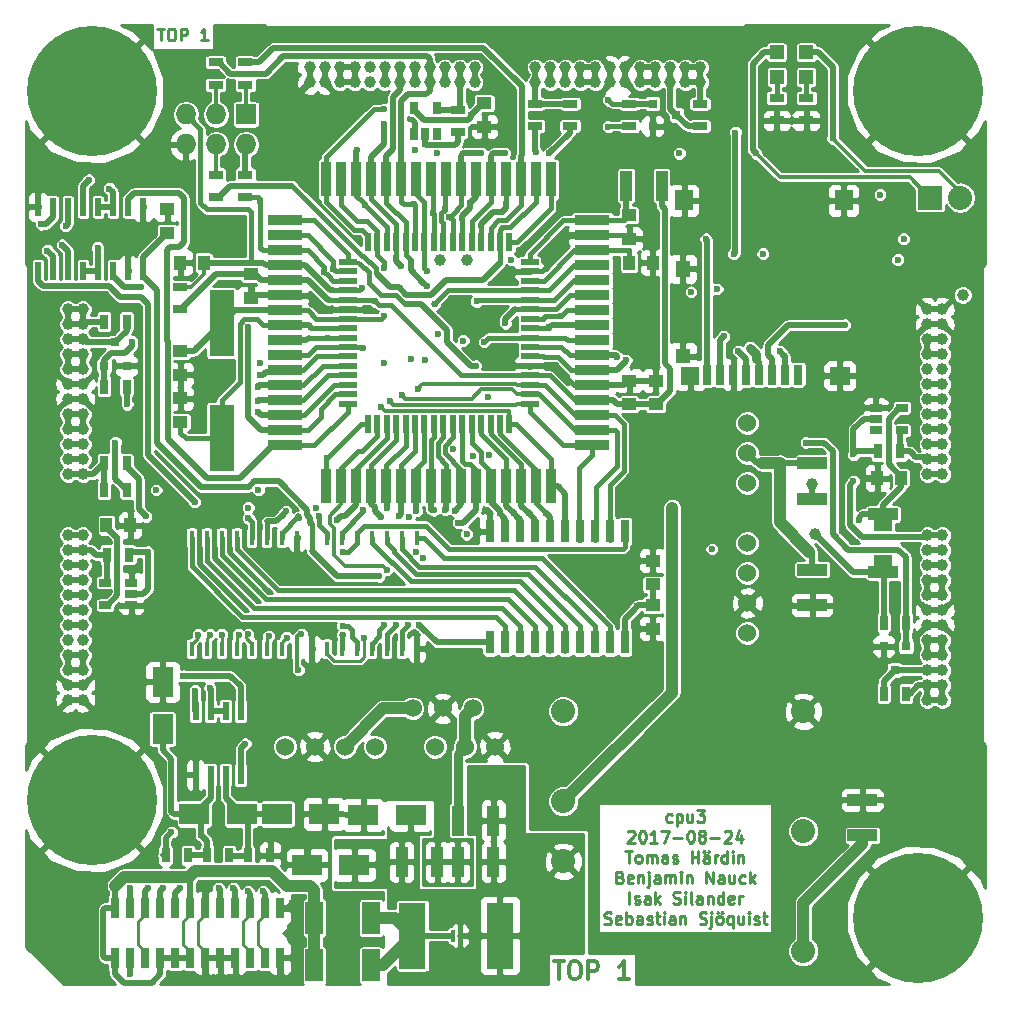
<source format=gtl>
G04 #@! TF.FileFunction,Copper,L1,Top,Signal*
%FSLAX46Y46*%
G04 Gerber Fmt 4.6, Leading zero omitted, Abs format (unit mm)*
G04 Created by KiCad (PCBNEW 4.0.6-e0-6349~53~ubuntu16.04.1) date Thu Aug 24 14:07:56 2017*
%MOMM*%
%LPD*%
G01*
G04 APERTURE LIST*
%ADD10C,0.100000*%
%ADD11C,0.250000*%
%ADD12C,0.300000*%
%ADD13C,0.225000*%
%ADD14R,1.000000X2.500000*%
%ADD15R,0.762000X1.950000*%
%ADD16R,0.457200X1.270000*%
%ADD17R,0.800000X1.680000*%
%ADD18R,1.600000X1.500000*%
%ADD19R,1.700000X1.500000*%
%ADD20R,1.290000X1.300000*%
%ADD21R,1.290000X1.400000*%
%ADD22R,1.500000X1.700000*%
%ADD23R,2.100580X5.600700*%
%ADD24R,0.550000X1.500000*%
%ADD25R,1.500000X0.550000*%
%ADD26R,0.900000X3.000000*%
%ADD27R,3.000000X0.900000*%
%ADD28R,1.300000X0.700000*%
%ADD29R,1.250000X1.000000*%
%ADD30R,1.000000X1.250000*%
%ADD31R,1.727200X1.727200*%
%ADD32O,1.727200X1.727200*%
%ADD33R,2.500000X1.000000*%
%ADD34R,1.501140X2.700020*%
%ADD35R,0.400000X1.000000*%
%ADD36R,1.060000X0.650000*%
%ADD37R,0.650000X1.060000*%
%ADD38R,0.600000X1.550000*%
%ADD39C,11.000000*%
%ADD40R,0.700000X1.300000*%
%ADD41R,0.800100X0.800100*%
%ADD42R,0.600000X1.500000*%
%ADD43R,2.499360X1.800860*%
%ADD44R,1.800860X2.499360*%
%ADD45R,2.300000X5.600000*%
%ADD46R,1.198880X1.198880*%
%ADD47R,2.032000X2.032000*%
%ADD48O,2.032000X2.032000*%
%ADD49C,2.032000*%
%ADD50C,1.524000*%
%ADD51C,1.000000*%
%ADD52R,0.760000X1.800000*%
%ADD53R,1.600000X1.400000*%
%ADD54C,0.600000*%
%ADD55C,0.400000*%
%ADD56C,0.500000*%
%ADD57C,1.000000*%
%ADD58C,0.750000*%
%ADD59C,0.254000*%
G04 APERTURE END LIST*
D10*
D11*
X70571428Y-59702381D02*
X71142857Y-59702381D01*
X70857142Y-60702381D02*
X70857142Y-59702381D01*
X71666666Y-59702381D02*
X71857143Y-59702381D01*
X71952381Y-59750000D01*
X72047619Y-59845238D01*
X72095238Y-60035714D01*
X72095238Y-60369048D01*
X72047619Y-60559524D01*
X71952381Y-60654762D01*
X71857143Y-60702381D01*
X71666666Y-60702381D01*
X71571428Y-60654762D01*
X71476190Y-60559524D01*
X71428571Y-60369048D01*
X71428571Y-60035714D01*
X71476190Y-59845238D01*
X71571428Y-59750000D01*
X71666666Y-59702381D01*
X72523809Y-60702381D02*
X72523809Y-59702381D01*
X72904762Y-59702381D01*
X73000000Y-59750000D01*
X73047619Y-59797619D01*
X73095238Y-59892857D01*
X73095238Y-60035714D01*
X73047619Y-60130952D01*
X73000000Y-60178571D01*
X72904762Y-60226190D01*
X72523809Y-60226190D01*
X74809524Y-60702381D02*
X74238095Y-60702381D01*
X74523809Y-60702381D02*
X74523809Y-59702381D01*
X74428571Y-59845238D01*
X74333333Y-59940476D01*
X74238095Y-59988095D01*
D12*
X104107143Y-138678571D02*
X104964286Y-138678571D01*
X104535715Y-140178571D02*
X104535715Y-138678571D01*
X105750000Y-138678571D02*
X106035714Y-138678571D01*
X106178572Y-138750000D01*
X106321429Y-138892857D01*
X106392857Y-139178571D01*
X106392857Y-139678571D01*
X106321429Y-139964286D01*
X106178572Y-140107143D01*
X106035714Y-140178571D01*
X105750000Y-140178571D01*
X105607143Y-140107143D01*
X105464286Y-139964286D01*
X105392857Y-139678571D01*
X105392857Y-139178571D01*
X105464286Y-138892857D01*
X105607143Y-138750000D01*
X105750000Y-138678571D01*
X107035715Y-140178571D02*
X107035715Y-138678571D01*
X107607143Y-138678571D01*
X107750001Y-138750000D01*
X107821429Y-138821429D01*
X107892858Y-138964286D01*
X107892858Y-139178571D01*
X107821429Y-139321429D01*
X107750001Y-139392857D01*
X107607143Y-139464286D01*
X107035715Y-139464286D01*
X110464286Y-140178571D02*
X109607143Y-140178571D01*
X110035715Y-140178571D02*
X110035715Y-138678571D01*
X109892858Y-138892857D01*
X109750000Y-139035714D01*
X109607143Y-139107143D01*
D13*
X114107143Y-126842262D02*
X114011905Y-126889881D01*
X113821428Y-126889881D01*
X113726190Y-126842262D01*
X113678571Y-126794643D01*
X113630952Y-126699405D01*
X113630952Y-126413690D01*
X113678571Y-126318452D01*
X113726190Y-126270833D01*
X113821428Y-126223214D01*
X114011905Y-126223214D01*
X114107143Y-126270833D01*
X114535714Y-126223214D02*
X114535714Y-127223214D01*
X114535714Y-126270833D02*
X114630952Y-126223214D01*
X114821429Y-126223214D01*
X114916667Y-126270833D01*
X114964286Y-126318452D01*
X115011905Y-126413690D01*
X115011905Y-126699405D01*
X114964286Y-126794643D01*
X114916667Y-126842262D01*
X114821429Y-126889881D01*
X114630952Y-126889881D01*
X114535714Y-126842262D01*
X115869048Y-126223214D02*
X115869048Y-126889881D01*
X115440476Y-126223214D02*
X115440476Y-126747024D01*
X115488095Y-126842262D01*
X115583333Y-126889881D01*
X115726191Y-126889881D01*
X115821429Y-126842262D01*
X115869048Y-126794643D01*
X116250000Y-125889881D02*
X116869048Y-125889881D01*
X116535714Y-126270833D01*
X116678572Y-126270833D01*
X116773810Y-126318452D01*
X116821429Y-126366071D01*
X116869048Y-126461310D01*
X116869048Y-126699405D01*
X116821429Y-126794643D01*
X116773810Y-126842262D01*
X116678572Y-126889881D01*
X116392857Y-126889881D01*
X116297619Y-126842262D01*
X116250000Y-126794643D01*
X110392857Y-127710119D02*
X110440476Y-127662500D01*
X110535714Y-127614881D01*
X110773810Y-127614881D01*
X110869048Y-127662500D01*
X110916667Y-127710119D01*
X110964286Y-127805357D01*
X110964286Y-127900595D01*
X110916667Y-128043452D01*
X110345238Y-128614881D01*
X110964286Y-128614881D01*
X111583333Y-127614881D02*
X111678572Y-127614881D01*
X111773810Y-127662500D01*
X111821429Y-127710119D01*
X111869048Y-127805357D01*
X111916667Y-127995833D01*
X111916667Y-128233929D01*
X111869048Y-128424405D01*
X111821429Y-128519643D01*
X111773810Y-128567262D01*
X111678572Y-128614881D01*
X111583333Y-128614881D01*
X111488095Y-128567262D01*
X111440476Y-128519643D01*
X111392857Y-128424405D01*
X111345238Y-128233929D01*
X111345238Y-127995833D01*
X111392857Y-127805357D01*
X111440476Y-127710119D01*
X111488095Y-127662500D01*
X111583333Y-127614881D01*
X112869048Y-128614881D02*
X112297619Y-128614881D01*
X112583333Y-128614881D02*
X112583333Y-127614881D01*
X112488095Y-127757738D01*
X112392857Y-127852976D01*
X112297619Y-127900595D01*
X113202381Y-127614881D02*
X113869048Y-127614881D01*
X113440476Y-128614881D01*
X114250000Y-128233929D02*
X115011905Y-128233929D01*
X115678571Y-127614881D02*
X115773810Y-127614881D01*
X115869048Y-127662500D01*
X115916667Y-127710119D01*
X115964286Y-127805357D01*
X116011905Y-127995833D01*
X116011905Y-128233929D01*
X115964286Y-128424405D01*
X115916667Y-128519643D01*
X115869048Y-128567262D01*
X115773810Y-128614881D01*
X115678571Y-128614881D01*
X115583333Y-128567262D01*
X115535714Y-128519643D01*
X115488095Y-128424405D01*
X115440476Y-128233929D01*
X115440476Y-127995833D01*
X115488095Y-127805357D01*
X115535714Y-127710119D01*
X115583333Y-127662500D01*
X115678571Y-127614881D01*
X116583333Y-128043452D02*
X116488095Y-127995833D01*
X116440476Y-127948214D01*
X116392857Y-127852976D01*
X116392857Y-127805357D01*
X116440476Y-127710119D01*
X116488095Y-127662500D01*
X116583333Y-127614881D01*
X116773810Y-127614881D01*
X116869048Y-127662500D01*
X116916667Y-127710119D01*
X116964286Y-127805357D01*
X116964286Y-127852976D01*
X116916667Y-127948214D01*
X116869048Y-127995833D01*
X116773810Y-128043452D01*
X116583333Y-128043452D01*
X116488095Y-128091071D01*
X116440476Y-128138690D01*
X116392857Y-128233929D01*
X116392857Y-128424405D01*
X116440476Y-128519643D01*
X116488095Y-128567262D01*
X116583333Y-128614881D01*
X116773810Y-128614881D01*
X116869048Y-128567262D01*
X116916667Y-128519643D01*
X116964286Y-128424405D01*
X116964286Y-128233929D01*
X116916667Y-128138690D01*
X116869048Y-128091071D01*
X116773810Y-128043452D01*
X117392857Y-128233929D02*
X118154762Y-128233929D01*
X118583333Y-127710119D02*
X118630952Y-127662500D01*
X118726190Y-127614881D01*
X118964286Y-127614881D01*
X119059524Y-127662500D01*
X119107143Y-127710119D01*
X119154762Y-127805357D01*
X119154762Y-127900595D01*
X119107143Y-128043452D01*
X118535714Y-128614881D01*
X119154762Y-128614881D01*
X120011905Y-127948214D02*
X120011905Y-128614881D01*
X119773809Y-127567262D02*
X119535714Y-128281548D01*
X120154762Y-128281548D01*
X110178571Y-129339881D02*
X110750000Y-129339881D01*
X110464285Y-130339881D02*
X110464285Y-129339881D01*
X111226190Y-130339881D02*
X111130952Y-130292262D01*
X111083333Y-130244643D01*
X111035714Y-130149405D01*
X111035714Y-129863690D01*
X111083333Y-129768452D01*
X111130952Y-129720833D01*
X111226190Y-129673214D01*
X111369048Y-129673214D01*
X111464286Y-129720833D01*
X111511905Y-129768452D01*
X111559524Y-129863690D01*
X111559524Y-130149405D01*
X111511905Y-130244643D01*
X111464286Y-130292262D01*
X111369048Y-130339881D01*
X111226190Y-130339881D01*
X111988095Y-130339881D02*
X111988095Y-129673214D01*
X111988095Y-129768452D02*
X112035714Y-129720833D01*
X112130952Y-129673214D01*
X112273810Y-129673214D01*
X112369048Y-129720833D01*
X112416667Y-129816071D01*
X112416667Y-130339881D01*
X112416667Y-129816071D02*
X112464286Y-129720833D01*
X112559524Y-129673214D01*
X112702381Y-129673214D01*
X112797619Y-129720833D01*
X112845238Y-129816071D01*
X112845238Y-130339881D01*
X113750000Y-130339881D02*
X113750000Y-129816071D01*
X113702381Y-129720833D01*
X113607143Y-129673214D01*
X113416666Y-129673214D01*
X113321428Y-129720833D01*
X113750000Y-130292262D02*
X113654762Y-130339881D01*
X113416666Y-130339881D01*
X113321428Y-130292262D01*
X113273809Y-130197024D01*
X113273809Y-130101786D01*
X113321428Y-130006548D01*
X113416666Y-129958929D01*
X113654762Y-129958929D01*
X113750000Y-129911310D01*
X114178571Y-130292262D02*
X114273809Y-130339881D01*
X114464285Y-130339881D01*
X114559524Y-130292262D01*
X114607143Y-130197024D01*
X114607143Y-130149405D01*
X114559524Y-130054167D01*
X114464285Y-130006548D01*
X114321428Y-130006548D01*
X114226190Y-129958929D01*
X114178571Y-129863690D01*
X114178571Y-129816071D01*
X114226190Y-129720833D01*
X114321428Y-129673214D01*
X114464285Y-129673214D01*
X114559524Y-129720833D01*
X115797619Y-130339881D02*
X115797619Y-129339881D01*
X115797619Y-129816071D02*
X116369048Y-129816071D01*
X116369048Y-130339881D02*
X116369048Y-129339881D01*
X117273810Y-130339881D02*
X117273810Y-129816071D01*
X117226191Y-129720833D01*
X117130953Y-129673214D01*
X116940476Y-129673214D01*
X116845238Y-129720833D01*
X117273810Y-130292262D02*
X117178572Y-130339881D01*
X116940476Y-130339881D01*
X116845238Y-130292262D01*
X116797619Y-130197024D01*
X116797619Y-130101786D01*
X116845238Y-130006548D01*
X116940476Y-129958929D01*
X117178572Y-129958929D01*
X117273810Y-129911310D01*
X116845238Y-129339881D02*
X116892857Y-129387500D01*
X116845238Y-129435119D01*
X116797619Y-129387500D01*
X116845238Y-129339881D01*
X116845238Y-129435119D01*
X117226191Y-129339881D02*
X117273810Y-129387500D01*
X117226191Y-129435119D01*
X117178572Y-129387500D01*
X117226191Y-129339881D01*
X117226191Y-129435119D01*
X117750000Y-130339881D02*
X117750000Y-129673214D01*
X117750000Y-129863690D02*
X117797619Y-129768452D01*
X117845238Y-129720833D01*
X117940476Y-129673214D01*
X118035715Y-129673214D01*
X118797620Y-130339881D02*
X118797620Y-129339881D01*
X118797620Y-130292262D02*
X118702382Y-130339881D01*
X118511905Y-130339881D01*
X118416667Y-130292262D01*
X118369048Y-130244643D01*
X118321429Y-130149405D01*
X118321429Y-129863690D01*
X118369048Y-129768452D01*
X118416667Y-129720833D01*
X118511905Y-129673214D01*
X118702382Y-129673214D01*
X118797620Y-129720833D01*
X119273810Y-130339881D02*
X119273810Y-129673214D01*
X119273810Y-129339881D02*
X119226191Y-129387500D01*
X119273810Y-129435119D01*
X119321429Y-129387500D01*
X119273810Y-129339881D01*
X119273810Y-129435119D01*
X119750000Y-129673214D02*
X119750000Y-130339881D01*
X119750000Y-129768452D02*
X119797619Y-129720833D01*
X119892857Y-129673214D01*
X120035715Y-129673214D01*
X120130953Y-129720833D01*
X120178572Y-129816071D01*
X120178572Y-130339881D01*
X109750001Y-131541071D02*
X109892858Y-131588690D01*
X109940477Y-131636310D01*
X109988096Y-131731548D01*
X109988096Y-131874405D01*
X109940477Y-131969643D01*
X109892858Y-132017262D01*
X109797620Y-132064881D01*
X109416667Y-132064881D01*
X109416667Y-131064881D01*
X109750001Y-131064881D01*
X109845239Y-131112500D01*
X109892858Y-131160119D01*
X109940477Y-131255357D01*
X109940477Y-131350595D01*
X109892858Y-131445833D01*
X109845239Y-131493452D01*
X109750001Y-131541071D01*
X109416667Y-131541071D01*
X110797620Y-132017262D02*
X110702382Y-132064881D01*
X110511905Y-132064881D01*
X110416667Y-132017262D01*
X110369048Y-131922024D01*
X110369048Y-131541071D01*
X110416667Y-131445833D01*
X110511905Y-131398214D01*
X110702382Y-131398214D01*
X110797620Y-131445833D01*
X110845239Y-131541071D01*
X110845239Y-131636310D01*
X110369048Y-131731548D01*
X111273810Y-131398214D02*
X111273810Y-132064881D01*
X111273810Y-131493452D02*
X111321429Y-131445833D01*
X111416667Y-131398214D01*
X111559525Y-131398214D01*
X111654763Y-131445833D01*
X111702382Y-131541071D01*
X111702382Y-132064881D01*
X112178572Y-131398214D02*
X112178572Y-132255357D01*
X112130953Y-132350595D01*
X112035715Y-132398214D01*
X111988096Y-132398214D01*
X112178572Y-131064881D02*
X112130953Y-131112500D01*
X112178572Y-131160119D01*
X112226191Y-131112500D01*
X112178572Y-131064881D01*
X112178572Y-131160119D01*
X113083334Y-132064881D02*
X113083334Y-131541071D01*
X113035715Y-131445833D01*
X112940477Y-131398214D01*
X112750000Y-131398214D01*
X112654762Y-131445833D01*
X113083334Y-132017262D02*
X112988096Y-132064881D01*
X112750000Y-132064881D01*
X112654762Y-132017262D01*
X112607143Y-131922024D01*
X112607143Y-131826786D01*
X112654762Y-131731548D01*
X112750000Y-131683929D01*
X112988096Y-131683929D01*
X113083334Y-131636310D01*
X113559524Y-132064881D02*
X113559524Y-131398214D01*
X113559524Y-131493452D02*
X113607143Y-131445833D01*
X113702381Y-131398214D01*
X113845239Y-131398214D01*
X113940477Y-131445833D01*
X113988096Y-131541071D01*
X113988096Y-132064881D01*
X113988096Y-131541071D02*
X114035715Y-131445833D01*
X114130953Y-131398214D01*
X114273810Y-131398214D01*
X114369048Y-131445833D01*
X114416667Y-131541071D01*
X114416667Y-132064881D01*
X114892857Y-132064881D02*
X114892857Y-131398214D01*
X114892857Y-131064881D02*
X114845238Y-131112500D01*
X114892857Y-131160119D01*
X114940476Y-131112500D01*
X114892857Y-131064881D01*
X114892857Y-131160119D01*
X115369047Y-131398214D02*
X115369047Y-132064881D01*
X115369047Y-131493452D02*
X115416666Y-131445833D01*
X115511904Y-131398214D01*
X115654762Y-131398214D01*
X115750000Y-131445833D01*
X115797619Y-131541071D01*
X115797619Y-132064881D01*
X117035714Y-132064881D02*
X117035714Y-131064881D01*
X117607143Y-132064881D01*
X117607143Y-131064881D01*
X118511905Y-132064881D02*
X118511905Y-131541071D01*
X118464286Y-131445833D01*
X118369048Y-131398214D01*
X118178571Y-131398214D01*
X118083333Y-131445833D01*
X118511905Y-132017262D02*
X118416667Y-132064881D01*
X118178571Y-132064881D01*
X118083333Y-132017262D01*
X118035714Y-131922024D01*
X118035714Y-131826786D01*
X118083333Y-131731548D01*
X118178571Y-131683929D01*
X118416667Y-131683929D01*
X118511905Y-131636310D01*
X119416667Y-131398214D02*
X119416667Y-132064881D01*
X118988095Y-131398214D02*
X118988095Y-131922024D01*
X119035714Y-132017262D01*
X119130952Y-132064881D01*
X119273810Y-132064881D01*
X119369048Y-132017262D01*
X119416667Y-131969643D01*
X120321429Y-132017262D02*
X120226191Y-132064881D01*
X120035714Y-132064881D01*
X119940476Y-132017262D01*
X119892857Y-131969643D01*
X119845238Y-131874405D01*
X119845238Y-131588690D01*
X119892857Y-131493452D01*
X119940476Y-131445833D01*
X120035714Y-131398214D01*
X120226191Y-131398214D01*
X120321429Y-131445833D01*
X120750000Y-132064881D02*
X120750000Y-131064881D01*
X120845238Y-131683929D02*
X121130953Y-132064881D01*
X121130953Y-131398214D02*
X120750000Y-131779167D01*
X110535714Y-133789881D02*
X110535714Y-132789881D01*
X110964285Y-133742262D02*
X111059523Y-133789881D01*
X111249999Y-133789881D01*
X111345238Y-133742262D01*
X111392857Y-133647024D01*
X111392857Y-133599405D01*
X111345238Y-133504167D01*
X111249999Y-133456548D01*
X111107142Y-133456548D01*
X111011904Y-133408929D01*
X110964285Y-133313690D01*
X110964285Y-133266071D01*
X111011904Y-133170833D01*
X111107142Y-133123214D01*
X111249999Y-133123214D01*
X111345238Y-133170833D01*
X112250000Y-133789881D02*
X112250000Y-133266071D01*
X112202381Y-133170833D01*
X112107143Y-133123214D01*
X111916666Y-133123214D01*
X111821428Y-133170833D01*
X112250000Y-133742262D02*
X112154762Y-133789881D01*
X111916666Y-133789881D01*
X111821428Y-133742262D01*
X111773809Y-133647024D01*
X111773809Y-133551786D01*
X111821428Y-133456548D01*
X111916666Y-133408929D01*
X112154762Y-133408929D01*
X112250000Y-133361310D01*
X112726190Y-133789881D02*
X112726190Y-132789881D01*
X112821428Y-133408929D02*
X113107143Y-133789881D01*
X113107143Y-133123214D02*
X112726190Y-133504167D01*
X114250000Y-133742262D02*
X114392857Y-133789881D01*
X114630953Y-133789881D01*
X114726191Y-133742262D01*
X114773810Y-133694643D01*
X114821429Y-133599405D01*
X114821429Y-133504167D01*
X114773810Y-133408929D01*
X114726191Y-133361310D01*
X114630953Y-133313690D01*
X114440476Y-133266071D01*
X114345238Y-133218452D01*
X114297619Y-133170833D01*
X114250000Y-133075595D01*
X114250000Y-132980357D01*
X114297619Y-132885119D01*
X114345238Y-132837500D01*
X114440476Y-132789881D01*
X114678572Y-132789881D01*
X114821429Y-132837500D01*
X115250000Y-133789881D02*
X115250000Y-133123214D01*
X115250000Y-132789881D02*
X115202381Y-132837500D01*
X115250000Y-132885119D01*
X115297619Y-132837500D01*
X115250000Y-132789881D01*
X115250000Y-132885119D01*
X115869047Y-133789881D02*
X115773809Y-133742262D01*
X115726190Y-133647024D01*
X115726190Y-132789881D01*
X116678572Y-133789881D02*
X116678572Y-133266071D01*
X116630953Y-133170833D01*
X116535715Y-133123214D01*
X116345238Y-133123214D01*
X116250000Y-133170833D01*
X116678572Y-133742262D02*
X116583334Y-133789881D01*
X116345238Y-133789881D01*
X116250000Y-133742262D01*
X116202381Y-133647024D01*
X116202381Y-133551786D01*
X116250000Y-133456548D01*
X116345238Y-133408929D01*
X116583334Y-133408929D01*
X116678572Y-133361310D01*
X117154762Y-133123214D02*
X117154762Y-133789881D01*
X117154762Y-133218452D02*
X117202381Y-133170833D01*
X117297619Y-133123214D01*
X117440477Y-133123214D01*
X117535715Y-133170833D01*
X117583334Y-133266071D01*
X117583334Y-133789881D01*
X118488096Y-133789881D02*
X118488096Y-132789881D01*
X118488096Y-133742262D02*
X118392858Y-133789881D01*
X118202381Y-133789881D01*
X118107143Y-133742262D01*
X118059524Y-133694643D01*
X118011905Y-133599405D01*
X118011905Y-133313690D01*
X118059524Y-133218452D01*
X118107143Y-133170833D01*
X118202381Y-133123214D01*
X118392858Y-133123214D01*
X118488096Y-133170833D01*
X119345239Y-133742262D02*
X119250001Y-133789881D01*
X119059524Y-133789881D01*
X118964286Y-133742262D01*
X118916667Y-133647024D01*
X118916667Y-133266071D01*
X118964286Y-133170833D01*
X119059524Y-133123214D01*
X119250001Y-133123214D01*
X119345239Y-133170833D01*
X119392858Y-133266071D01*
X119392858Y-133361310D01*
X118916667Y-133456548D01*
X119821429Y-133789881D02*
X119821429Y-133123214D01*
X119821429Y-133313690D02*
X119869048Y-133218452D01*
X119916667Y-133170833D01*
X120011905Y-133123214D01*
X120107144Y-133123214D01*
X108416666Y-135467262D02*
X108559523Y-135514881D01*
X108797619Y-135514881D01*
X108892857Y-135467262D01*
X108940476Y-135419643D01*
X108988095Y-135324405D01*
X108988095Y-135229167D01*
X108940476Y-135133929D01*
X108892857Y-135086310D01*
X108797619Y-135038690D01*
X108607142Y-134991071D01*
X108511904Y-134943452D01*
X108464285Y-134895833D01*
X108416666Y-134800595D01*
X108416666Y-134705357D01*
X108464285Y-134610119D01*
X108511904Y-134562500D01*
X108607142Y-134514881D01*
X108845238Y-134514881D01*
X108988095Y-134562500D01*
X109797619Y-135467262D02*
X109702381Y-135514881D01*
X109511904Y-135514881D01*
X109416666Y-135467262D01*
X109369047Y-135372024D01*
X109369047Y-134991071D01*
X109416666Y-134895833D01*
X109511904Y-134848214D01*
X109702381Y-134848214D01*
X109797619Y-134895833D01*
X109845238Y-134991071D01*
X109845238Y-135086310D01*
X109369047Y-135181548D01*
X110273809Y-135514881D02*
X110273809Y-134514881D01*
X110273809Y-134895833D02*
X110369047Y-134848214D01*
X110559524Y-134848214D01*
X110654762Y-134895833D01*
X110702381Y-134943452D01*
X110750000Y-135038690D01*
X110750000Y-135324405D01*
X110702381Y-135419643D01*
X110654762Y-135467262D01*
X110559524Y-135514881D01*
X110369047Y-135514881D01*
X110273809Y-135467262D01*
X111607143Y-135514881D02*
X111607143Y-134991071D01*
X111559524Y-134895833D01*
X111464286Y-134848214D01*
X111273809Y-134848214D01*
X111178571Y-134895833D01*
X111607143Y-135467262D02*
X111511905Y-135514881D01*
X111273809Y-135514881D01*
X111178571Y-135467262D01*
X111130952Y-135372024D01*
X111130952Y-135276786D01*
X111178571Y-135181548D01*
X111273809Y-135133929D01*
X111511905Y-135133929D01*
X111607143Y-135086310D01*
X112035714Y-135467262D02*
X112130952Y-135514881D01*
X112321428Y-135514881D01*
X112416667Y-135467262D01*
X112464286Y-135372024D01*
X112464286Y-135324405D01*
X112416667Y-135229167D01*
X112321428Y-135181548D01*
X112178571Y-135181548D01*
X112083333Y-135133929D01*
X112035714Y-135038690D01*
X112035714Y-134991071D01*
X112083333Y-134895833D01*
X112178571Y-134848214D01*
X112321428Y-134848214D01*
X112416667Y-134895833D01*
X112750000Y-134848214D02*
X113130952Y-134848214D01*
X112892857Y-134514881D02*
X112892857Y-135372024D01*
X112940476Y-135467262D01*
X113035714Y-135514881D01*
X113130952Y-135514881D01*
X113464286Y-135514881D02*
X113464286Y-134848214D01*
X113464286Y-134514881D02*
X113416667Y-134562500D01*
X113464286Y-134610119D01*
X113511905Y-134562500D01*
X113464286Y-134514881D01*
X113464286Y-134610119D01*
X114369048Y-135514881D02*
X114369048Y-134991071D01*
X114321429Y-134895833D01*
X114226191Y-134848214D01*
X114035714Y-134848214D01*
X113940476Y-134895833D01*
X114369048Y-135467262D02*
X114273810Y-135514881D01*
X114035714Y-135514881D01*
X113940476Y-135467262D01*
X113892857Y-135372024D01*
X113892857Y-135276786D01*
X113940476Y-135181548D01*
X114035714Y-135133929D01*
X114273810Y-135133929D01*
X114369048Y-135086310D01*
X114845238Y-134848214D02*
X114845238Y-135514881D01*
X114845238Y-134943452D02*
X114892857Y-134895833D01*
X114988095Y-134848214D01*
X115130953Y-134848214D01*
X115226191Y-134895833D01*
X115273810Y-134991071D01*
X115273810Y-135514881D01*
X116464286Y-135467262D02*
X116607143Y-135514881D01*
X116845239Y-135514881D01*
X116940477Y-135467262D01*
X116988096Y-135419643D01*
X117035715Y-135324405D01*
X117035715Y-135229167D01*
X116988096Y-135133929D01*
X116940477Y-135086310D01*
X116845239Y-135038690D01*
X116654762Y-134991071D01*
X116559524Y-134943452D01*
X116511905Y-134895833D01*
X116464286Y-134800595D01*
X116464286Y-134705357D01*
X116511905Y-134610119D01*
X116559524Y-134562500D01*
X116654762Y-134514881D01*
X116892858Y-134514881D01*
X117035715Y-134562500D01*
X117464286Y-134848214D02*
X117464286Y-135705357D01*
X117416667Y-135800595D01*
X117321429Y-135848214D01*
X117273810Y-135848214D01*
X117464286Y-134514881D02*
X117416667Y-134562500D01*
X117464286Y-134610119D01*
X117511905Y-134562500D01*
X117464286Y-134514881D01*
X117464286Y-134610119D01*
X118083333Y-135514881D02*
X117988095Y-135467262D01*
X117940476Y-135419643D01*
X117892857Y-135324405D01*
X117892857Y-135038690D01*
X117940476Y-134943452D01*
X117988095Y-134895833D01*
X118083333Y-134848214D01*
X118226191Y-134848214D01*
X118321429Y-134895833D01*
X118369048Y-134943452D01*
X118416667Y-135038690D01*
X118416667Y-135324405D01*
X118369048Y-135419643D01*
X118321429Y-135467262D01*
X118226191Y-135514881D01*
X118083333Y-135514881D01*
X117988095Y-134514881D02*
X118035714Y-134562500D01*
X117988095Y-134610119D01*
X117940476Y-134562500D01*
X117988095Y-134514881D01*
X117988095Y-134610119D01*
X118369048Y-134514881D02*
X118416667Y-134562500D01*
X118369048Y-134610119D01*
X118321429Y-134562500D01*
X118369048Y-134514881D01*
X118369048Y-134610119D01*
X119273810Y-134848214D02*
X119273810Y-135848214D01*
X119273810Y-135467262D02*
X119178572Y-135514881D01*
X118988095Y-135514881D01*
X118892857Y-135467262D01*
X118845238Y-135419643D01*
X118797619Y-135324405D01*
X118797619Y-135038690D01*
X118845238Y-134943452D01*
X118892857Y-134895833D01*
X118988095Y-134848214D01*
X119178572Y-134848214D01*
X119273810Y-134895833D01*
X120178572Y-134848214D02*
X120178572Y-135514881D01*
X119750000Y-134848214D02*
X119750000Y-135372024D01*
X119797619Y-135467262D01*
X119892857Y-135514881D01*
X120035715Y-135514881D01*
X120130953Y-135467262D01*
X120178572Y-135419643D01*
X120654762Y-135514881D02*
X120654762Y-134848214D01*
X120654762Y-134514881D02*
X120607143Y-134562500D01*
X120654762Y-134610119D01*
X120702381Y-134562500D01*
X120654762Y-134514881D01*
X120654762Y-134610119D01*
X121083333Y-135467262D02*
X121178571Y-135514881D01*
X121369047Y-135514881D01*
X121464286Y-135467262D01*
X121511905Y-135372024D01*
X121511905Y-135324405D01*
X121464286Y-135229167D01*
X121369047Y-135181548D01*
X121226190Y-135181548D01*
X121130952Y-135133929D01*
X121083333Y-135038690D01*
X121083333Y-134991071D01*
X121130952Y-134895833D01*
X121226190Y-134848214D01*
X121369047Y-134848214D01*
X121464286Y-134895833D01*
X121797619Y-134848214D02*
X122178571Y-134848214D01*
X121940476Y-134514881D02*
X121940476Y-135372024D01*
X121988095Y-135467262D01*
X122083333Y-135514881D01*
X122178571Y-135514881D01*
D14*
X96000000Y-126750000D03*
X99000000Y-126750000D03*
D15*
X110140000Y-102250000D03*
X108870000Y-102250000D03*
X107600000Y-102250000D03*
X106330000Y-102250000D03*
X105060000Y-102250000D03*
X103790000Y-102250000D03*
X102520000Y-102250000D03*
X101250000Y-102250000D03*
X99980000Y-102250000D03*
X98710000Y-102250000D03*
X98710000Y-111650000D03*
X99980000Y-111650000D03*
X101250000Y-111650000D03*
X102520000Y-111650000D03*
X103790000Y-111650000D03*
X105060000Y-111650000D03*
X106330000Y-111650000D03*
X107600000Y-111650000D03*
X108870000Y-111650000D03*
X110140000Y-111650000D03*
D16*
X77285000Y-112199000D03*
X78555000Y-112199000D03*
X79825000Y-112199000D03*
X81095000Y-112199000D03*
X82365000Y-112199000D03*
X87445000Y-112199000D03*
X88715000Y-112199000D03*
X89985000Y-112199000D03*
X91255000Y-112199000D03*
X92525000Y-112199000D03*
X92525000Y-102801000D03*
X91255000Y-102801000D03*
X89985000Y-102801000D03*
X88715000Y-102801000D03*
X87445000Y-102801000D03*
X82365000Y-102801000D03*
X81095000Y-102801000D03*
X79825000Y-102801000D03*
X78555000Y-102801000D03*
X77285000Y-102801000D03*
X76015000Y-102801000D03*
X74745000Y-102801000D03*
X73475000Y-102801000D03*
X86175000Y-102801000D03*
X84905000Y-102801000D03*
X83635000Y-102801000D03*
X86175000Y-112199000D03*
X84905000Y-112199000D03*
X83635000Y-112199000D03*
X76015000Y-112199000D03*
X74745000Y-112199000D03*
X73475000Y-112199000D03*
D17*
X117100000Y-89000000D03*
X118200000Y-89000000D03*
X119300000Y-89000000D03*
X120400000Y-89000000D03*
X121500000Y-89000000D03*
X122600000Y-89000000D03*
X123700000Y-89000000D03*
X124800000Y-89000000D03*
D18*
X115700000Y-89090000D03*
D19*
X128350000Y-89090000D03*
D20*
X115055000Y-87440000D03*
D21*
X115055000Y-80040000D03*
D22*
X115160000Y-74240000D03*
X128660000Y-74240000D03*
D23*
X76000000Y-84651140D03*
X76000000Y-94348860D03*
D24*
X100374529Y-77750019D03*
X99574529Y-77750019D03*
X98774529Y-77750019D03*
X97974529Y-77750019D03*
X97174529Y-77750019D03*
X96374529Y-77750019D03*
X95574529Y-77750019D03*
X94774529Y-77750019D03*
X93974529Y-77750019D03*
X93174529Y-77750019D03*
X92374529Y-77750019D03*
X91574529Y-77750019D03*
X90774529Y-77750019D03*
X89974529Y-77750019D03*
X89174529Y-77750019D03*
X88374529Y-77750019D03*
D25*
X86674529Y-79450019D03*
X86674529Y-80250019D03*
X86674529Y-81050019D03*
X86674529Y-81850019D03*
X86674529Y-82650019D03*
X86674529Y-83450019D03*
X86674529Y-84250019D03*
X86674529Y-85050019D03*
X86674529Y-85850019D03*
X86674529Y-86650019D03*
X86674529Y-87450019D03*
X86674529Y-88250019D03*
X86674529Y-89050019D03*
X86674529Y-89850019D03*
X86674529Y-90650019D03*
X86674529Y-91450019D03*
D24*
X88374529Y-93150019D03*
X89174529Y-93150019D03*
X89974529Y-93150019D03*
X90774529Y-93150019D03*
X91574529Y-93150019D03*
X92374529Y-93150019D03*
X93174529Y-93150019D03*
X93974529Y-93150019D03*
X94774529Y-93150019D03*
X95574529Y-93150019D03*
X96374529Y-93150019D03*
X97174529Y-93150019D03*
X97974529Y-93150019D03*
X98774529Y-93150019D03*
X99574529Y-93150019D03*
X100374529Y-93150019D03*
D25*
X102074529Y-91450019D03*
X102074529Y-90650019D03*
X102074529Y-89850019D03*
X102074529Y-89050019D03*
X102074529Y-88250019D03*
X102074529Y-87450019D03*
X102074529Y-86650019D03*
X102074529Y-85850019D03*
X102074529Y-85050019D03*
X102074529Y-84250019D03*
X102074529Y-83450019D03*
X102074529Y-82650019D03*
X102074529Y-81850019D03*
X102074529Y-81050019D03*
X102074529Y-80250019D03*
X102074529Y-79450019D03*
D26*
X103899529Y-72450019D03*
D27*
X81374529Y-75925019D03*
D26*
X84849529Y-98450019D03*
D27*
X107374529Y-94975019D03*
D26*
X102629529Y-72450019D03*
X101359529Y-72450019D03*
X100089529Y-72450019D03*
X98819529Y-72450019D03*
X97549529Y-72450019D03*
X96279529Y-72450019D03*
X95009529Y-72450019D03*
X93739529Y-72450019D03*
X92469529Y-72450019D03*
X91199529Y-72450019D03*
X89929529Y-72450019D03*
X88659529Y-72450019D03*
X87389529Y-72450019D03*
X86119529Y-72450019D03*
X84849529Y-72450019D03*
D27*
X81374529Y-77195019D03*
X81374529Y-78465019D03*
X81374529Y-79735019D03*
X81374529Y-81005019D03*
X81374529Y-82275019D03*
X81374529Y-83545019D03*
X81374529Y-84815019D03*
X81374529Y-86085019D03*
X81374529Y-87355019D03*
X81374529Y-88625019D03*
X81374529Y-89895019D03*
X81374529Y-91165019D03*
X81374529Y-92435019D03*
X81374529Y-93705019D03*
X81374529Y-94975019D03*
D26*
X86119529Y-98450019D03*
X87389529Y-98450019D03*
X88659529Y-98450019D03*
X89929529Y-98450019D03*
X91199529Y-98450019D03*
X92469529Y-98450019D03*
X93739529Y-98450019D03*
X95009529Y-98450019D03*
X96279529Y-98450019D03*
X97549529Y-98450019D03*
X98819529Y-98450019D03*
X100089529Y-98450019D03*
X101359529Y-98450019D03*
X102629529Y-98450019D03*
X103899529Y-98450019D03*
D27*
X107374529Y-93705019D03*
X107374529Y-92435019D03*
X107374529Y-91165019D03*
X107374529Y-89895019D03*
X107374529Y-88625019D03*
X107374529Y-87355019D03*
X107374529Y-86085019D03*
X107374529Y-84815019D03*
X107374529Y-83545019D03*
X107374529Y-82275019D03*
X107374529Y-81005019D03*
X107374529Y-79735019D03*
X107374529Y-78465019D03*
X107374529Y-77195019D03*
X107374529Y-75925019D03*
D28*
X72500000Y-81550000D03*
X72500000Y-83450000D03*
D29*
X110500000Y-91500000D03*
X110500000Y-89500000D03*
X78500000Y-80500000D03*
X78500000Y-82500000D03*
X112500000Y-106750000D03*
X112500000Y-104750000D03*
D30*
X74500000Y-79500000D03*
X72500000Y-79500000D03*
D29*
X72500000Y-89000000D03*
X72500000Y-87000000D03*
X72500000Y-91000000D03*
X72500000Y-93000000D03*
X110500000Y-75500000D03*
X110500000Y-77500000D03*
D30*
X110500000Y-79500000D03*
X112500000Y-79500000D03*
D14*
X113250000Y-73000000D03*
X110250000Y-73000000D03*
D31*
X78040000Y-66960000D03*
D32*
X78040000Y-69500000D03*
X75500000Y-66960000D03*
X75500000Y-69500000D03*
X72960000Y-66960000D03*
X72960000Y-69500000D03*
D30*
X68250000Y-101750000D03*
X66250000Y-101750000D03*
D29*
X98250000Y-68000000D03*
X98250000Y-66000000D03*
D30*
X131500000Y-97750000D03*
X133500000Y-97750000D03*
D14*
X99000000Y-130250000D03*
X96000000Y-130250000D03*
X91250000Y-130250000D03*
X94250000Y-130250000D03*
D33*
X130250000Y-128000000D03*
X130250000Y-125000000D03*
D34*
X88650300Y-139000000D03*
X83849700Y-139000000D03*
D33*
X126000000Y-99500000D03*
X126000000Y-96500000D03*
D35*
X95561752Y-136495248D03*
X96161752Y-136495248D03*
D36*
X68350000Y-108500000D03*
X68350000Y-107550000D03*
X68350000Y-106600000D03*
X66150000Y-106600000D03*
X66150000Y-108500000D03*
D37*
X92300000Y-68600000D03*
X93250000Y-68600000D03*
X94200000Y-68600000D03*
X94200000Y-66400000D03*
X92300000Y-66400000D03*
D36*
X131400000Y-91800000D03*
X131400000Y-92750000D03*
X131400000Y-93700000D03*
X133600000Y-93700000D03*
X133600000Y-91800000D03*
D38*
X77607876Y-117490452D03*
X76337876Y-117490452D03*
X75067876Y-117490452D03*
X73797876Y-117490452D03*
X73797876Y-122890452D03*
X75067876Y-122890452D03*
X76337876Y-122890452D03*
X77607876Y-122890452D03*
D39*
X65000000Y-125000000D03*
X65000000Y-65000000D03*
X135000000Y-65000000D03*
X135000000Y-135000000D03*
D40*
X76652876Y-129690452D03*
X74752876Y-129690452D03*
D28*
X75500000Y-62550000D03*
X75500000Y-64450000D03*
X78000000Y-62550000D03*
X78000000Y-64450000D03*
X75500000Y-73950000D03*
X75500000Y-72050000D03*
D40*
X80102876Y-129690452D03*
X78202876Y-129690452D03*
X73152876Y-129690452D03*
X71252876Y-129690452D03*
D41*
X66050000Y-88250760D03*
X67950000Y-88250760D03*
X67000000Y-86251780D03*
X112499240Y-66050000D03*
X112499240Y-67950000D03*
X114498220Y-67000000D03*
X133950000Y-111999240D03*
X132050000Y-111999240D03*
X133000000Y-113998220D03*
D40*
X66050000Y-84500000D03*
X67950000Y-84500000D03*
D28*
X116500000Y-66050000D03*
X116500000Y-67950000D03*
D40*
X133950000Y-116000000D03*
X132050000Y-116000000D03*
X67950000Y-90000000D03*
X66050000Y-90000000D03*
D28*
X110500000Y-67950000D03*
X110500000Y-66050000D03*
D40*
X132050000Y-110000000D03*
X133950000Y-110000000D03*
D28*
X78000000Y-72050000D03*
X78000000Y-73950000D03*
D42*
X69345000Y-74800000D03*
X68075000Y-74800000D03*
X66805000Y-74800000D03*
X65535000Y-74800000D03*
X64265000Y-74800000D03*
X62995000Y-74800000D03*
X61725000Y-74800000D03*
X60455000Y-74800000D03*
X60455000Y-80200000D03*
X61725000Y-80200000D03*
X62995000Y-80200000D03*
X64265000Y-80200000D03*
X65535000Y-80200000D03*
X66805000Y-80200000D03*
X68075000Y-80200000D03*
X69345000Y-80200000D03*
D43*
X91998980Y-126250000D03*
X88001020Y-126250000D03*
X80703896Y-126190452D03*
X84701856Y-126190452D03*
X73703896Y-126190452D03*
X77701856Y-126190452D03*
D44*
X71000000Y-118998980D03*
X71000000Y-115001020D03*
D45*
X99561752Y-136495248D03*
X92161752Y-136495248D03*
D29*
X112750000Y-91500000D03*
X112750000Y-89500000D03*
D46*
X123000000Y-61700980D03*
X123000000Y-63799020D03*
X125500000Y-61700980D03*
X125500000Y-63799020D03*
D47*
X136000000Y-74000000D03*
D48*
X138540000Y-74000000D03*
D28*
X123000000Y-65550000D03*
X123000000Y-67450000D03*
X125500000Y-65550000D03*
X125500000Y-67450000D03*
D40*
X67950000Y-98750000D03*
X66050000Y-98750000D03*
D28*
X105500000Y-67950000D03*
X105500000Y-66050000D03*
D40*
X66050000Y-96500000D03*
X67950000Y-96500000D03*
D28*
X102500000Y-67950000D03*
X102500000Y-66050000D03*
D29*
X112500000Y-108500000D03*
X112500000Y-110500000D03*
X71400000Y-77000000D03*
X71400000Y-75000000D03*
D49*
X125250000Y-117500000D03*
X125250000Y-127660000D03*
X125250000Y-137820000D03*
X104930000Y-117500000D03*
X104930000Y-125120000D03*
X104930000Y-130200000D03*
D50*
X99140000Y-120500000D03*
X96600000Y-120500000D03*
X94060000Y-120500000D03*
X88980000Y-120500000D03*
X86440000Y-120500000D03*
X83900000Y-120500000D03*
X81360000Y-120500000D03*
X120500000Y-93090000D03*
X120500000Y-95630000D03*
X120500000Y-98170000D03*
X120500000Y-103250000D03*
X120500000Y-105790000D03*
X120500000Y-108330000D03*
X120500000Y-110870000D03*
D34*
X88650300Y-135000000D03*
X83849700Y-135000000D03*
D43*
X87247960Y-130500000D03*
X83250000Y-130500000D03*
D51*
X64250000Y-116545000D03*
X62980000Y-116545000D03*
X64250000Y-115275000D03*
X62980000Y-115275000D03*
X64250000Y-114005000D03*
X62980000Y-114005000D03*
X64250000Y-112735000D03*
X62980000Y-112735000D03*
X64250000Y-111465000D03*
X62980000Y-111465000D03*
X64250000Y-110195000D03*
X62980000Y-110195000D03*
X64250000Y-108925000D03*
X62980000Y-108925000D03*
X64250000Y-107655000D03*
X62980000Y-107655000D03*
X64250000Y-106385000D03*
X62980000Y-106385000D03*
X64250000Y-105115000D03*
X62980000Y-105115000D03*
X64250000Y-103845000D03*
X62980000Y-103845000D03*
X64250000Y-102575000D03*
X62980000Y-102575000D03*
D52*
X67000000Y-138365000D03*
X67000000Y-134165000D03*
X68270000Y-138365000D03*
X68270000Y-134165000D03*
X69540000Y-138365000D03*
X69540000Y-134165000D03*
X70810000Y-138365000D03*
X70810000Y-134165000D03*
X72080000Y-138365000D03*
X72080000Y-134165000D03*
X73350000Y-138365000D03*
X73350000Y-134165000D03*
X74620000Y-138365000D03*
X74620000Y-134165000D03*
X75890000Y-138365000D03*
X75890000Y-134165000D03*
X77160000Y-138365000D03*
X77160000Y-134165000D03*
X78430000Y-138365000D03*
X78430000Y-134165000D03*
X79700000Y-138365000D03*
X79700000Y-134165000D03*
X80970000Y-138365000D03*
X80970000Y-134165000D03*
D51*
X83455000Y-64250000D03*
X83455000Y-62980000D03*
X84725000Y-64250000D03*
X84725000Y-62980000D03*
X85995000Y-64250000D03*
X85995000Y-62980000D03*
X87265000Y-64250000D03*
X87265000Y-62980000D03*
X88535000Y-64250000D03*
X88535000Y-62980000D03*
X89805000Y-64250000D03*
X89805000Y-62980000D03*
X91075000Y-64250000D03*
X91075000Y-62980000D03*
X92345000Y-64250000D03*
X92345000Y-62980000D03*
X93615000Y-64250000D03*
X93615000Y-62980000D03*
X94885000Y-64250000D03*
X94885000Y-62980000D03*
X96155000Y-64250000D03*
X96155000Y-62980000D03*
X97425000Y-64250000D03*
X97425000Y-62980000D03*
X135750000Y-83455000D03*
X137020000Y-83455000D03*
X135750000Y-84725000D03*
X137020000Y-84725000D03*
X135750000Y-85995000D03*
X137020000Y-85995000D03*
X135750000Y-87265000D03*
X137020000Y-87265000D03*
X135750000Y-88535000D03*
X137020000Y-88535000D03*
X135750000Y-89805000D03*
X137020000Y-89805000D03*
X135750000Y-91075000D03*
X137020000Y-91075000D03*
X135750000Y-92345000D03*
X137020000Y-92345000D03*
X135750000Y-93615000D03*
X137020000Y-93615000D03*
X135750000Y-94885000D03*
X137020000Y-94885000D03*
X135750000Y-96155000D03*
X137020000Y-96155000D03*
X135750000Y-97425000D03*
X137020000Y-97425000D03*
X64250000Y-97425000D03*
X62980000Y-97425000D03*
X64250000Y-96155000D03*
X62980000Y-96155000D03*
X64250000Y-94885000D03*
X62980000Y-94885000D03*
X64250000Y-93615000D03*
X62980000Y-93615000D03*
X64250000Y-92345000D03*
X62980000Y-92345000D03*
X64250000Y-91075000D03*
X62980000Y-91075000D03*
X64250000Y-89805000D03*
X62980000Y-89805000D03*
X64250000Y-88535000D03*
X62980000Y-88535000D03*
X64250000Y-87265000D03*
X62980000Y-87265000D03*
X64250000Y-85995000D03*
X62980000Y-85995000D03*
X64250000Y-84725000D03*
X62980000Y-84725000D03*
X64250000Y-83455000D03*
X62980000Y-83455000D03*
X102575000Y-64250000D03*
X102575000Y-62980000D03*
X103845000Y-64250000D03*
X103845000Y-62980000D03*
X105115000Y-64250000D03*
X105115000Y-62980000D03*
X106385000Y-64250000D03*
X106385000Y-62980000D03*
X107655000Y-64250000D03*
X107655000Y-62980000D03*
X108925000Y-64250000D03*
X108925000Y-62980000D03*
X110195000Y-64250000D03*
X110195000Y-62980000D03*
X111465000Y-64250000D03*
X111465000Y-62980000D03*
X112735000Y-64250000D03*
X112735000Y-62980000D03*
X114005000Y-64250000D03*
X114005000Y-62980000D03*
X115275000Y-64250000D03*
X115275000Y-62980000D03*
X116545000Y-64250000D03*
X116545000Y-62980000D03*
X135750000Y-102575000D03*
X137020000Y-102575000D03*
X135750000Y-103845000D03*
X137020000Y-103845000D03*
X135750000Y-105115000D03*
X137020000Y-105115000D03*
X135750000Y-106385000D03*
X137020000Y-106385000D03*
X135750000Y-107655000D03*
X137020000Y-107655000D03*
X135750000Y-108925000D03*
X137020000Y-108925000D03*
X135750000Y-110195000D03*
X137020000Y-110195000D03*
X135750000Y-111465000D03*
X137020000Y-111465000D03*
X135750000Y-112735000D03*
X137020000Y-112735000D03*
X135750000Y-114005000D03*
X137020000Y-114005000D03*
X135750000Y-115275000D03*
X137020000Y-115275000D03*
X135750000Y-116545000D03*
X137020000Y-116545000D03*
D33*
X126000000Y-105500000D03*
X126000000Y-108500000D03*
D50*
X97250000Y-117250000D03*
X94710000Y-117250000D03*
X92170000Y-117250000D03*
D40*
X66300000Y-104250000D03*
X68200000Y-104250000D03*
D28*
X96000000Y-66550000D03*
X96000000Y-68450000D03*
D40*
X133450000Y-95500000D03*
X131550000Y-95500000D03*
D33*
X132000000Y-105700000D03*
X132000000Y-100800000D03*
D53*
X132000000Y-104950000D03*
X132000000Y-101550000D03*
D54*
X84000000Y-82879984D03*
D51*
X106700000Y-60700000D03*
X112400000Y-60700000D03*
X73800000Y-107000000D03*
X73800000Y-108300000D03*
X85800000Y-67300000D03*
X84700000Y-68400000D03*
X82000000Y-65700000D03*
X132000000Y-78600000D03*
X130700000Y-78600000D03*
D54*
X107700000Y-65500000D03*
X80000000Y-115000000D03*
X87500000Y-115000000D03*
X128500000Y-102200000D03*
X68350000Y-108500000D03*
X68350000Y-106600000D03*
X131400000Y-93700000D03*
X94200000Y-68600000D03*
X92300000Y-68600000D03*
X74500000Y-132500000D03*
X82500000Y-128500000D03*
X74750000Y-140000000D03*
X81000000Y-140000000D03*
X82000000Y-133750000D03*
X99464408Y-88293269D03*
X100000000Y-88250019D03*
X129750000Y-97000000D03*
X99000000Y-63250000D03*
X99000000Y-64000000D03*
X99000000Y-64750000D03*
X100669988Y-67250242D03*
X100250000Y-67750000D03*
X109500000Y-79259990D03*
X72750000Y-122750000D03*
X98740009Y-100818589D03*
X104952821Y-89013496D03*
X114500000Y-76000000D03*
X75250000Y-88250000D03*
X104374529Y-78295019D03*
X77000000Y-140000000D03*
X75750000Y-140000000D03*
X68251624Y-139779990D03*
X68250000Y-132500000D03*
D51*
X126250000Y-102500000D03*
D54*
X108750000Y-68000000D03*
X117957991Y-81740010D03*
X68000000Y-91500000D03*
X71750000Y-127750000D03*
X78000000Y-120250000D03*
X103750002Y-85000000D03*
X84911886Y-96080943D03*
X78259990Y-101154990D03*
X90250000Y-91250000D03*
X82560857Y-101097724D03*
X89979697Y-105520303D03*
X86250000Y-110250000D03*
X85780011Y-101285846D03*
X74000010Y-111000000D03*
X89500000Y-101085969D03*
X75000000Y-111000000D03*
X90000000Y-100250000D03*
X76000000Y-111000000D03*
X91000000Y-100999970D03*
X77444209Y-111001412D03*
X78233968Y-110981416D03*
X92500000Y-100499996D03*
X93990010Y-100469018D03*
X89750000Y-110200076D03*
X94909047Y-100455906D03*
X90750000Y-110200076D03*
X91750000Y-110200076D03*
X95750000Y-100500002D03*
X96030681Y-101528016D03*
X92750000Y-110200076D03*
X99550006Y-100746853D03*
X86249996Y-111050011D03*
X100750000Y-100750000D03*
X88079994Y-111249990D03*
X81500000Y-111250000D03*
X102000000Y-100750004D03*
X79990010Y-111129428D03*
X103500006Y-100750000D03*
X89474147Y-91700000D03*
X81458094Y-100540083D03*
X91250000Y-90750000D03*
X84250000Y-101000000D03*
X92600000Y-90200000D03*
X88014136Y-100421767D03*
X61250000Y-78500000D03*
X62500000Y-78000000D03*
X100500000Y-79250000D03*
X68400000Y-86200000D03*
X89729968Y-79952549D03*
D51*
X96750000Y-79250000D03*
X138750000Y-82250000D03*
X94500000Y-79250000D03*
D54*
X99750000Y-75250000D03*
X97282252Y-95913357D03*
X69749996Y-132500000D03*
X84692009Y-80269709D03*
X79121073Y-98759990D03*
X70457305Y-98759990D03*
X79249996Y-74250000D03*
X85000000Y-85900012D03*
X84000000Y-100250000D03*
X79250000Y-88000000D03*
X92320757Y-74571093D03*
X94345672Y-85573317D03*
X78250000Y-100250000D03*
X119750000Y-87000000D03*
X91199523Y-79811136D03*
X118500000Y-85750000D03*
X92500000Y-104000000D03*
X89750000Y-67750000D03*
X93369568Y-81500000D03*
X93058623Y-104558623D03*
X128750000Y-84782106D03*
X62800000Y-76400000D03*
X108750000Y-65750000D03*
X89750000Y-66500000D03*
X100000000Y-70250000D03*
X96449824Y-86118813D03*
X88000000Y-86750000D03*
X64750000Y-72500000D03*
X125500000Y-94750000D03*
X97500000Y-88250000D03*
X133250000Y-79250000D03*
X65500000Y-78250000D03*
X133750000Y-77500000D03*
X97000000Y-74500000D03*
X110250000Y-87750000D03*
X131750000Y-73750000D03*
X66500000Y-73250000D03*
X129940011Y-101314854D03*
X96750000Y-102500000D03*
X97125000Y-67000000D03*
X67180000Y-102805000D03*
X119362738Y-78759990D03*
X119500000Y-68500000D03*
X121826551Y-78759990D03*
D51*
X126000000Y-98250000D03*
X97500000Y-122750000D03*
D54*
X98662263Y-95757459D03*
X98523965Y-90900010D03*
X93419567Y-80229786D03*
X117509990Y-103750000D03*
X115750000Y-82000000D03*
X79250000Y-89000000D03*
X72750000Y-114500000D03*
X79065746Y-90006865D03*
X73750000Y-115750000D03*
X79065746Y-91216260D03*
X73717542Y-99759990D03*
X104700416Y-84065009D03*
X100024490Y-84629968D03*
X97600000Y-82800000D03*
X94059579Y-83000000D03*
X93250000Y-69500000D03*
X89750000Y-84000000D03*
X89764790Y-88000000D03*
X129500000Y-95750000D03*
X69750000Y-104000000D03*
X73901140Y-86750000D03*
X79065746Y-92178802D03*
X75000000Y-115500000D03*
X89027084Y-82783591D03*
X111200000Y-108600004D03*
X82500000Y-114000000D03*
X89320289Y-106070283D03*
X82749990Y-110986276D03*
X94899087Y-74929078D03*
X117000000Y-77500000D03*
X93911089Y-75316745D03*
X60749990Y-76250000D03*
X88153053Y-74629968D03*
X123250000Y-86999969D03*
X114750000Y-70250000D03*
X87500000Y-70000000D03*
X69200000Y-81600000D03*
X78250000Y-85000000D03*
X85440001Y-80015491D03*
X86250000Y-104000000D03*
X77538898Y-129729350D03*
X78250000Y-132750000D03*
X79500000Y-132750000D03*
X74250000Y-128000000D03*
X77000000Y-132500000D03*
X87853161Y-81674205D03*
X72500000Y-132500000D03*
X75750000Y-132500000D03*
X71000000Y-132500000D03*
X120750000Y-86750010D03*
X95291057Y-75655820D03*
X95578916Y-95326641D03*
X129500000Y-98000000D03*
X67000000Y-94750000D03*
X98000000Y-70250000D03*
X103750000Y-70250000D03*
X98226733Y-86226733D03*
X92000000Y-87639024D03*
X91900598Y-101037367D03*
X92400000Y-70000000D03*
X69600000Y-101000000D03*
X121250000Y-70250000D03*
X94200000Y-70270011D03*
X109500000Y-87500000D03*
X93189085Y-87735619D03*
X102578469Y-70128770D03*
X127750000Y-69000000D03*
D51*
X114138692Y-100250000D03*
D55*
X84299999Y-83179983D02*
X84000000Y-82879984D01*
X84570035Y-83450019D02*
X84299999Y-83179983D01*
X86674529Y-83450019D02*
X84570035Y-83450019D01*
X83475019Y-82275019D02*
X84100000Y-82900000D01*
X81374529Y-82275019D02*
X83475019Y-82275019D01*
D56*
X73800000Y-108300000D02*
X73800000Y-107000000D01*
X82000000Y-65700000D02*
X84700000Y-68400000D01*
X83455000Y-64250000D02*
X83450000Y-64250000D01*
X83450000Y-64250000D02*
X82000000Y-65700000D01*
X130700000Y-78600000D02*
X132000000Y-78600000D01*
X135750000Y-83455000D02*
X130895000Y-78600000D01*
X130895000Y-78600000D02*
X130700000Y-78600000D01*
X135750000Y-83455000D02*
X134295000Y-82000000D01*
X108925000Y-62980000D02*
X108925000Y-62925000D01*
X108925000Y-62925000D02*
X106700000Y-60700000D01*
X110195000Y-62980000D02*
X110195000Y-62905000D01*
X110195000Y-62905000D02*
X112400000Y-60700000D01*
X129100000Y-97000000D02*
X128500000Y-97600000D01*
X128500000Y-97600000D02*
X128500000Y-102200000D01*
X129750000Y-97000000D02*
X129100000Y-97000000D01*
X78500000Y-82500000D02*
X78500000Y-81479998D01*
X75890000Y-138365000D02*
X77160000Y-138365000D01*
X74620000Y-138365000D02*
X75890000Y-138365000D01*
X74620000Y-134165000D02*
X74620000Y-132620000D01*
X74620000Y-132620000D02*
X74500000Y-132500000D01*
X83250000Y-130500000D02*
X83250000Y-129000000D01*
X83250000Y-129000000D02*
X82750000Y-128500000D01*
X82750000Y-128500000D02*
X82500000Y-128500000D01*
X74620000Y-138365000D02*
X74620000Y-139870000D01*
X74620000Y-139870000D02*
X74750000Y-140000000D01*
X80970000Y-138365000D02*
X80970000Y-139970000D01*
X80970000Y-139970000D02*
X81000000Y-140000000D01*
X80970000Y-134165000D02*
X81585000Y-134165000D01*
X81585000Y-134165000D02*
X82000000Y-133750000D01*
D13*
X74620000Y-138365000D02*
X74620000Y-137845000D01*
X73982501Y-137207501D02*
X73982501Y-135322499D01*
X74620000Y-137845000D02*
X73982501Y-137207501D01*
X73982501Y-135322499D02*
X74620000Y-134685000D01*
X74620000Y-134685000D02*
X74620000Y-134165000D01*
D55*
X102074529Y-88250019D02*
X99507658Y-88250019D01*
X99507658Y-88250019D02*
X99464408Y-88293269D01*
D56*
X98375000Y-68000000D02*
X99750000Y-68000000D01*
X99750000Y-68000000D02*
X99750000Y-65500000D01*
X99750000Y-65500000D02*
X99000000Y-64750000D01*
X131500000Y-97750000D02*
X130500000Y-97750000D01*
X130500000Y-97750000D02*
X129750000Y-97000000D01*
X99000000Y-64000000D02*
X99000000Y-63250000D01*
D55*
X98250000Y-68000000D02*
X98375000Y-68000000D01*
D56*
X83455000Y-62980000D02*
X83455000Y-64250000D01*
X84725000Y-62980000D02*
X84725000Y-64250000D01*
X137020000Y-83455000D02*
X135750000Y-83455000D01*
X135750000Y-84725000D02*
X137020000Y-84725000D01*
X135750000Y-108925000D02*
X137020000Y-108925000D01*
X137020000Y-110195000D02*
X135750000Y-110195000D01*
X62980000Y-116545000D02*
X64250000Y-116545000D01*
X62980000Y-115275000D02*
X64250000Y-115275000D01*
X62980000Y-91075000D02*
X64250000Y-91075000D01*
X62980000Y-89805000D02*
X64250000Y-89805000D01*
X110195000Y-62980000D02*
X110195000Y-64250000D01*
X108925000Y-62980000D02*
X108925000Y-64250000D01*
X73797876Y-122890452D02*
X72890452Y-122890452D01*
X72890452Y-122890452D02*
X72750000Y-122750000D01*
D55*
X102074529Y-80250019D02*
X103109531Y-80250019D01*
X103109531Y-80250019D02*
X104374529Y-78985021D01*
X104374529Y-78985021D02*
X104374529Y-78295019D01*
X98710000Y-100848598D02*
X98740009Y-100818589D01*
X98710000Y-102250000D02*
X98710000Y-100848598D01*
X105252820Y-89313495D02*
X104952821Y-89013496D01*
X107374529Y-89895019D02*
X105834344Y-89895019D01*
X105834344Y-89895019D02*
X105252820Y-89313495D01*
X104652822Y-88713497D02*
X104952821Y-89013496D01*
X102074529Y-88250019D02*
X104189344Y-88250019D01*
X104189344Y-88250019D02*
X104652822Y-88713497D01*
X72500000Y-89000000D02*
X74500000Y-89000000D01*
X74500000Y-89000000D02*
X75250000Y-88250000D01*
D56*
X107374529Y-77195019D02*
X105474529Y-77195019D01*
X105474529Y-77195019D02*
X104374529Y-78295019D01*
X107374529Y-89895019D02*
X110104981Y-89895019D01*
X110104981Y-89895019D02*
X110500000Y-89500000D01*
D11*
X78500000Y-82500000D02*
X78375000Y-82500000D01*
D55*
X107374529Y-77195019D02*
X110195019Y-77195019D01*
X110195019Y-77195019D02*
X110500000Y-77500000D01*
D56*
X81374529Y-82275019D02*
X78724981Y-82275019D01*
X78724981Y-82275019D02*
X78500000Y-82500000D01*
D55*
X110619529Y-77195019D02*
X110624529Y-77200019D01*
D12*
X77160000Y-138365000D02*
X77160000Y-139840000D01*
X77160000Y-139840000D02*
X77000000Y-140000000D01*
X75890000Y-138365000D02*
X75890000Y-139860000D01*
X75890000Y-139860000D02*
X75750000Y-140000000D01*
D55*
X100374529Y-77750018D02*
X101049530Y-77750019D01*
X103899529Y-74900019D02*
X103899529Y-72450019D01*
X101049530Y-77750019D02*
X103899529Y-74900019D01*
D56*
X132000000Y-105700000D02*
X132000000Y-104750000D01*
X68255010Y-139779990D02*
X68251624Y-139779990D01*
X68270000Y-138365000D02*
X68270000Y-139765000D01*
X68270000Y-139765000D02*
X68255010Y-139779990D01*
X68270000Y-134165000D02*
X68270000Y-132520000D01*
X68270000Y-132520000D02*
X68250000Y-132500000D01*
X71252876Y-129690452D02*
X71059548Y-129690452D01*
X126749999Y-102999999D02*
X126250000Y-102500000D01*
X132000000Y-105700000D02*
X129450000Y-105700000D01*
X129450000Y-105700000D02*
X126749999Y-102999999D01*
X132050000Y-110000000D02*
X132050000Y-105750000D01*
X132050000Y-105750000D02*
X132000000Y-105700000D01*
D55*
X110500000Y-67950000D02*
X108800000Y-67950000D01*
X108800000Y-67950000D02*
X108750000Y-68000000D01*
D56*
X67950000Y-90000000D02*
X67950000Y-91450000D01*
X67950000Y-91450000D02*
X68000000Y-91500000D01*
X78000000Y-72050000D02*
X78000000Y-69540000D01*
X78000000Y-69540000D02*
X78040000Y-69500000D01*
X71252876Y-129690452D02*
X71252876Y-128247124D01*
X71252876Y-128247124D02*
X71750000Y-127750000D01*
X77607876Y-122890452D02*
X77607876Y-120642124D01*
X77607876Y-120642124D02*
X78000000Y-120250000D01*
X135750000Y-85995000D02*
X137020000Y-85995000D01*
X135750000Y-87265000D02*
X137020000Y-87265000D01*
X135750000Y-85995000D02*
X135750000Y-87265000D01*
X62980000Y-114005000D02*
X62980000Y-112735000D01*
X64250000Y-112735000D02*
X62980000Y-112735000D01*
X64250000Y-114005000D02*
X64250000Y-112735000D01*
X62980000Y-114005000D02*
X64250000Y-114005000D01*
X87265000Y-62980000D02*
X87265000Y-64250000D01*
X85995000Y-62980000D02*
X87265000Y-62980000D01*
X85995000Y-64250000D02*
X85995000Y-62980000D01*
X87265000Y-64250000D02*
X85995000Y-64250000D01*
X103750000Y-85000000D02*
X103750002Y-85000000D01*
X103699981Y-85050019D02*
X103750000Y-85000000D01*
X107374529Y-84815019D02*
X103934983Y-84815019D01*
X103934983Y-84815019D02*
X103750002Y-85000000D01*
D55*
X102074529Y-85050019D02*
X103699981Y-85050019D01*
D11*
X107374529Y-84815019D02*
X108639531Y-84815019D01*
D55*
X81374529Y-84815019D02*
X79474529Y-84815019D01*
X78969509Y-84309999D02*
X77918799Y-84309999D01*
X77559999Y-84668799D02*
X77559999Y-89588511D01*
X79474529Y-84815019D02*
X78969509Y-84309999D01*
X77918799Y-84309999D02*
X77559999Y-84668799D01*
X77559999Y-89588511D02*
X76000000Y-91148510D01*
X76000000Y-91148510D02*
X76000000Y-94348860D01*
X86674529Y-85050019D02*
X83609529Y-85050019D01*
D56*
X83374529Y-84815019D02*
X81374529Y-84815019D01*
X83609529Y-85050019D02*
X83374529Y-84815019D01*
D55*
X76000000Y-94348860D02*
X72948860Y-94348860D01*
X72948860Y-94348860D02*
X72500000Y-93900000D01*
X72500000Y-93900000D02*
X72500000Y-93000000D01*
D56*
X110250000Y-73000000D02*
X110250000Y-75250000D01*
X110250000Y-75250000D02*
X110500000Y-75500000D01*
D55*
X107374529Y-75925019D02*
X110074981Y-75925019D01*
X110074981Y-75925019D02*
X110500000Y-75500000D01*
X102074529Y-79450020D02*
X102074530Y-78775019D01*
X102074530Y-78775019D02*
X104924529Y-75925019D01*
X104924529Y-75925019D02*
X107374529Y-75925019D01*
X107374529Y-78465019D02*
X110490019Y-78465019D01*
X110490019Y-78465019D02*
X110500000Y-78475000D01*
X110500000Y-78475000D02*
X110500000Y-79500000D01*
X102074529Y-81050019D02*
X103274529Y-81050019D01*
X103274529Y-81050019D02*
X105859529Y-78465020D01*
X105859529Y-78465020D02*
X107374529Y-78465019D01*
X88374529Y-93150020D02*
X87842809Y-93150020D01*
X84849529Y-96143300D02*
X84911886Y-96080943D01*
X85211885Y-95780944D02*
X84911886Y-96080943D01*
X87842809Y-93150020D02*
X85211885Y-95780944D01*
X84849529Y-98450019D02*
X84849529Y-96143300D01*
X78555000Y-102801000D02*
X78555000Y-101450000D01*
X78555000Y-101450000D02*
X78259990Y-101154990D01*
D12*
X90549999Y-91549999D02*
X90250000Y-91250000D01*
X100924549Y-91549999D02*
X90549999Y-91549999D01*
X101024529Y-91450019D02*
X100924549Y-91549999D01*
X102074529Y-91450019D02*
X101024529Y-91450019D01*
D56*
X82489600Y-101000000D02*
X82560857Y-101071257D01*
X82560857Y-101071257D02*
X82560857Y-101097724D01*
D55*
X81095000Y-102394600D02*
X82489600Y-101000000D01*
X81095000Y-102801000D02*
X81095000Y-102394600D01*
X107374529Y-95825019D02*
X107374529Y-94975019D01*
X106299999Y-96899549D02*
X107374529Y-95825019D01*
X106299999Y-102959999D02*
X106299999Y-96899549D01*
X106330000Y-102990000D02*
X106299999Y-102959999D01*
D11*
X81095000Y-103207400D02*
X81095000Y-102801000D01*
D55*
X105474529Y-94975019D02*
X107374529Y-94975019D01*
X104924528Y-94975019D02*
X105474529Y-94975019D01*
X102074529Y-92125020D02*
X104924528Y-94975019D01*
X102074530Y-91450019D02*
X102074529Y-92125020D01*
D12*
X85140001Y-100933831D02*
X85140001Y-101637861D01*
X85514583Y-102012443D02*
X85514583Y-104264583D01*
X89659395Y-105200001D02*
X89679698Y-105220304D01*
X86119529Y-99954303D02*
X85140001Y-100933831D01*
X85514583Y-104264583D02*
X86450001Y-105200001D01*
X86450001Y-105200001D02*
X89659395Y-105200001D01*
X85140001Y-101637861D02*
X85514583Y-102012443D01*
X89679698Y-105220304D02*
X89979697Y-105520303D01*
X86119529Y-98450019D02*
X86119529Y-99954303D01*
D55*
X87445000Y-112199000D02*
X87445000Y-111645000D01*
X87445000Y-111645000D02*
X87000002Y-111200002D01*
X87000002Y-111200002D02*
X87000002Y-110575738D01*
X87000002Y-110575738D02*
X86674264Y-110250000D01*
X86674264Y-110250000D02*
X86250000Y-110250000D01*
X89174529Y-93150019D02*
X89174529Y-94185021D01*
X89174529Y-94185021D02*
X87909531Y-95450019D01*
X87909531Y-95450019D02*
X87549981Y-95450019D01*
X87549981Y-95450019D02*
X86119529Y-96880471D01*
X86119529Y-96880471D02*
X86119529Y-98450019D01*
D12*
X86119529Y-99668467D02*
X86119529Y-98450019D01*
D56*
X86080010Y-100985847D02*
X85780011Y-101285846D01*
X87389529Y-100015269D02*
X86418951Y-100985847D01*
X86418951Y-100985847D02*
X86080010Y-100985847D01*
X87389529Y-98450019D02*
X87389529Y-100015269D01*
D11*
X73475000Y-111792600D02*
X74000010Y-111267590D01*
X74000010Y-111267590D02*
X74000010Y-111000000D01*
X73475000Y-112199000D02*
X73475000Y-111792600D01*
D55*
X89974529Y-93150019D02*
X89974529Y-94375017D01*
X89974529Y-94375017D02*
X87389529Y-96960018D01*
X87389529Y-96960018D02*
X87389530Y-98450019D01*
X88659529Y-96609271D02*
X88659529Y-98450019D01*
X90774529Y-94494271D02*
X88659529Y-96609271D01*
X90774528Y-93150019D02*
X90774529Y-94494271D01*
D56*
X89500000Y-101085969D02*
X88950001Y-100535970D01*
X88950001Y-100535970D02*
X88950001Y-100200001D01*
X88950001Y-100200001D02*
X88659529Y-99909529D01*
X88659529Y-99909529D02*
X88659529Y-98450019D01*
D11*
X74745000Y-112199000D02*
X74745000Y-111255000D01*
X74745000Y-111255000D02*
X75000000Y-111000000D01*
D55*
X89929529Y-96645019D02*
X89929529Y-98450019D01*
X91574529Y-95000019D02*
X89929529Y-96645019D01*
X91574529Y-93150019D02*
X91574529Y-95000019D01*
D56*
X89929529Y-98450019D02*
X90000000Y-98520490D01*
X90000000Y-99825736D02*
X90000000Y-100250000D01*
X90000000Y-98520490D02*
X90000000Y-99825736D01*
D11*
X76015000Y-111015000D02*
X76000000Y-111000000D01*
X76015000Y-112199000D02*
X76015000Y-111015000D01*
D56*
X91199529Y-100800441D02*
X91000000Y-100999970D01*
X91199529Y-98450019D02*
X91199529Y-100800441D01*
D11*
X77285000Y-111160621D02*
X77444209Y-111001412D01*
X77285000Y-112199000D02*
X77285000Y-111160621D01*
D55*
X92374529Y-95434271D02*
X91199529Y-96609271D01*
X91199529Y-96609271D02*
X91199529Y-98450019D01*
X92374529Y-93150019D02*
X92374529Y-95434271D01*
X93118882Y-96310664D02*
X92469529Y-96960018D01*
X93118882Y-93205665D02*
X93118882Y-96310664D01*
X93174528Y-93150019D02*
X93118882Y-93205665D01*
X92469529Y-96960018D02*
X92469530Y-98450019D01*
D11*
X78076400Y-111138984D02*
X78233968Y-110981416D01*
X78076400Y-111314000D02*
X78076400Y-111138984D01*
X78555000Y-111792600D02*
X78076400Y-111314000D01*
X78555000Y-112199000D02*
X78555000Y-111792600D01*
D56*
X92469529Y-100469525D02*
X92500000Y-100499996D01*
X92469529Y-98450019D02*
X92469529Y-100469525D01*
D55*
X93708893Y-96519383D02*
X93739529Y-96550019D01*
X93739529Y-96550019D02*
X93739529Y-98450019D01*
X93974529Y-94241024D02*
X93708893Y-94506660D01*
X93974529Y-93150019D02*
X93974529Y-94241024D01*
X93708893Y-94506660D02*
X93708893Y-96519383D01*
D56*
X93739529Y-98450019D02*
X93739529Y-100450019D01*
X93758528Y-100469018D02*
X93990010Y-100469018D01*
X93739529Y-100450019D02*
X93758528Y-100469018D01*
D55*
X89450001Y-110500075D02*
X89750000Y-110200076D01*
X88715000Y-112199000D02*
X88715000Y-111792600D01*
X89343600Y-110606476D02*
X89450001Y-110500075D01*
X89343600Y-111164000D02*
X89343600Y-110606476D01*
X88715000Y-111792600D02*
X89343600Y-111164000D01*
X94298904Y-94751050D02*
X94298904Y-95902232D01*
X94774529Y-94275425D02*
X94298904Y-94751050D01*
X94774529Y-93150019D02*
X94774529Y-94275425D01*
X95009529Y-96612857D02*
X95009529Y-98450019D01*
X94298904Y-95902232D02*
X95009529Y-96612857D01*
D56*
X95009529Y-100450019D02*
X95003642Y-100455906D01*
X95009529Y-98450019D02*
X95009529Y-100450019D01*
X95003642Y-100455906D02*
X94909047Y-100455906D01*
D55*
X90450001Y-110500075D02*
X90750000Y-110200076D01*
X89985000Y-112199000D02*
X89985000Y-110965076D01*
X89985000Y-110965076D02*
X90450001Y-110500075D01*
X95574528Y-93150019D02*
X95574528Y-94309827D01*
X95574528Y-94309827D02*
X94888915Y-94995440D01*
X94888915Y-94995440D02*
X94888915Y-95657842D01*
X94888915Y-95657842D02*
X96279529Y-97048456D01*
X96279529Y-97048456D02*
X96279529Y-98450019D01*
X91450001Y-110500075D02*
X91750000Y-110200076D01*
X91255000Y-110695076D02*
X91450001Y-110500075D01*
X91255000Y-112199000D02*
X91255000Y-110695076D01*
D56*
X95750000Y-100500002D02*
X96279529Y-99970473D01*
X96279529Y-99970473D02*
X96279529Y-98450019D01*
D55*
X97549529Y-97068017D02*
X97549529Y-98450019D01*
X96374529Y-96309056D02*
X96625491Y-96560018D01*
X96374529Y-93150019D02*
X96374529Y-96309056D01*
X97041530Y-96560018D02*
X97549529Y-97068017D01*
X96625491Y-96560018D02*
X97041530Y-96560018D01*
D56*
X96454945Y-101528016D02*
X96030681Y-101528016D01*
X96471532Y-101528016D02*
X96454945Y-101528016D01*
X97549529Y-100450019D02*
X96471532Y-101528016D01*
X97549529Y-98450019D02*
X97549529Y-100450019D01*
X98710000Y-111650000D02*
X94199924Y-111650000D01*
X93049999Y-110500075D02*
X92750000Y-110200076D01*
X94199924Y-111650000D02*
X93049999Y-110500075D01*
D55*
X97972253Y-95582156D02*
X97972253Y-96357029D01*
X97972253Y-96357029D02*
X98819529Y-97204305D01*
X98819529Y-97204305D02*
X98819529Y-98450019D01*
X97174529Y-94784432D02*
X97972253Y-95582156D01*
X97174529Y-93150019D02*
X97174529Y-94784432D01*
D56*
X99550006Y-100539969D02*
X99550006Y-100746853D01*
X98819529Y-98450019D02*
X98819529Y-99809492D01*
X98819529Y-99809492D02*
X99550006Y-100539969D01*
X99850005Y-101046852D02*
X99550006Y-100746853D01*
X99980000Y-102250000D02*
X99980000Y-101176847D01*
X99980000Y-101176847D02*
X99850005Y-101046852D01*
D55*
X86175000Y-112199000D02*
X86175000Y-111064000D01*
D56*
X86175000Y-111064000D02*
X86188989Y-111050011D01*
X86188989Y-111050011D02*
X86249996Y-111050011D01*
D55*
X100089529Y-96163523D02*
X100089529Y-96550019D01*
X100089529Y-96550019D02*
X100089529Y-98450019D01*
X97974528Y-94048522D02*
X100089529Y-96163523D01*
X97974528Y-93150019D02*
X97974528Y-94048522D01*
D56*
X100089529Y-98450019D02*
X100089529Y-100089529D01*
X100089529Y-100089529D02*
X100750000Y-100750000D01*
X101049999Y-101049999D02*
X100750000Y-100750000D01*
X101250000Y-101250000D02*
X101049999Y-101049999D01*
X101250000Y-102250000D02*
X101250000Y-101250000D01*
D11*
X88079994Y-111674254D02*
X88079994Y-111249990D01*
X85549600Y-113250000D02*
X87750000Y-113250000D01*
X84905000Y-112605400D02*
X85549600Y-113250000D01*
X84905000Y-112199000D02*
X84905000Y-112605400D01*
X88079994Y-112920006D02*
X88079994Y-111674254D01*
X87750000Y-113250000D02*
X88079994Y-112920006D01*
D55*
X98774529Y-93150019D02*
X98774529Y-94014122D01*
X98774529Y-94014122D02*
X101359529Y-96599122D01*
X101359529Y-96599122D02*
X101359529Y-98450019D01*
D11*
X81095000Y-112199000D02*
X81095000Y-111655000D01*
X81095000Y-111655000D02*
X81250000Y-111500000D01*
X81250000Y-111500000D02*
X81500000Y-111250000D01*
D56*
X102000000Y-100750004D02*
X101359529Y-100109533D01*
X101359529Y-100109533D02*
X101359529Y-98450019D01*
X102520000Y-102250000D02*
X102520000Y-101270004D01*
X102520000Y-101270004D02*
X102000000Y-100750004D01*
D55*
X102000004Y-100750000D02*
X102000000Y-100750004D01*
D56*
X102500000Y-102230000D02*
X102520000Y-102250000D01*
D11*
X79825000Y-112199000D02*
X79825000Y-111294438D01*
X79825000Y-111294438D02*
X79990010Y-111129428D01*
D55*
X99574529Y-93150019D02*
X99574529Y-93979721D01*
X102629529Y-97034721D02*
X102629529Y-98450019D01*
X99574529Y-93979721D02*
X102629529Y-97034721D01*
D56*
X103790000Y-102250000D02*
X103790000Y-101039994D01*
X103790000Y-101039994D02*
X103500006Y-100750000D01*
X103750000Y-102210000D02*
X103790000Y-102250000D01*
D55*
X102629529Y-98450019D02*
X102629529Y-99879529D01*
X102629529Y-99879529D02*
X103500000Y-100750000D01*
D12*
X100374529Y-92100019D02*
X100324528Y-92050018D01*
X89774146Y-91999999D02*
X89474147Y-91700000D01*
X89824165Y-92050018D02*
X89774146Y-91999999D01*
X100324528Y-92050018D02*
X89824165Y-92050018D01*
X100374529Y-93150019D02*
X100374529Y-92100019D01*
D56*
X81158095Y-100840082D02*
X81458094Y-100540083D01*
X80573175Y-101425002D02*
X81158095Y-100840082D01*
X79825000Y-101425002D02*
X80573175Y-101425002D01*
D55*
X79825000Y-102801000D02*
X79825000Y-101425002D01*
D56*
X105060000Y-102250000D02*
X105060000Y-99060000D01*
X105060000Y-99060000D02*
X104450019Y-98450019D01*
X104450019Y-98450019D02*
X103899529Y-98450019D01*
D55*
X103899529Y-96550019D02*
X103899529Y-98450019D01*
X100936021Y-93150019D02*
X103899529Y-96113527D01*
X100374528Y-93150019D02*
X100936021Y-93150019D01*
X103899529Y-96113527D02*
X103899529Y-96550019D01*
D12*
X91549999Y-91049999D02*
X91250000Y-90750000D01*
X97200001Y-91049999D02*
X91549999Y-91049999D01*
X98000000Y-90250000D02*
X97200001Y-91049999D01*
X100624510Y-90250000D02*
X98000000Y-90250000D01*
X101024529Y-90650019D02*
X100624510Y-90250000D01*
X102074529Y-90650019D02*
X101024529Y-90650019D01*
D55*
X84250000Y-101424264D02*
X84250000Y-101000000D01*
X84276400Y-101450664D02*
X84250000Y-101424264D01*
X84905000Y-102394600D02*
X84276400Y-101766000D01*
X84905000Y-102801000D02*
X84905000Y-102394600D01*
X84276400Y-101766000D02*
X84276400Y-101450664D01*
X107600000Y-102990000D02*
X107700001Y-102889999D01*
X107700001Y-102889999D02*
X107700001Y-98499999D01*
X109450001Y-96749999D02*
X109450001Y-93880491D01*
X109450001Y-93880491D02*
X109274529Y-93705019D01*
X107700001Y-98499999D02*
X109450001Y-96749999D01*
X109274529Y-93705019D02*
X107374529Y-93705019D01*
X105955019Y-93705019D02*
X107374529Y-93705019D01*
X102074529Y-90650019D02*
X102900019Y-90650019D01*
X102900019Y-90650019D02*
X105955019Y-93705019D01*
D12*
X92899999Y-89900001D02*
X92600000Y-90200000D01*
X100924510Y-89750000D02*
X93050000Y-89750000D01*
X101024529Y-89850019D02*
X100924510Y-89750000D01*
X93050000Y-89750000D02*
X92899999Y-89900001D01*
D55*
X88014136Y-100555464D02*
X88014136Y-100421767D01*
X86175000Y-102394600D02*
X88014136Y-100555464D01*
X86175000Y-102801000D02*
X86175000Y-102394600D01*
X108870000Y-102990000D02*
X108870000Y-98330000D01*
X108870000Y-98330000D02*
X110050012Y-97149988D01*
X110050012Y-97149988D02*
X110050012Y-93210502D01*
X110050012Y-93210502D02*
X109274529Y-92435019D01*
X109274529Y-92435019D02*
X107374529Y-92435019D01*
D12*
X102074529Y-89850019D02*
X101024529Y-89850019D01*
X101024529Y-89850019D02*
X100924506Y-89749996D01*
D55*
X107374529Y-92435019D02*
X105935019Y-92435019D01*
X103350019Y-89850019D02*
X102074529Y-89850019D01*
X105935019Y-92435019D02*
X103350019Y-89850019D01*
X77750000Y-109500000D02*
X73475000Y-105225000D01*
X73475000Y-105225000D02*
X73475000Y-102801000D01*
X99205000Y-109500000D02*
X77750000Y-109500000D01*
X99980000Y-111650000D02*
X99980000Y-110275000D01*
X99980000Y-110275000D02*
X99205000Y-109500000D01*
X101250000Y-111650000D02*
X101250000Y-110275000D01*
X101250000Y-110275000D02*
X99725000Y-108750000D01*
X99725000Y-108750000D02*
X78750000Y-108750000D01*
X78750000Y-108750000D02*
X74745000Y-104745000D01*
X74745000Y-104745000D02*
X74745000Y-102801000D01*
X102520000Y-111650000D02*
X102520000Y-110275000D01*
X102520000Y-110275000D02*
X100245000Y-108000000D01*
X100245000Y-108000000D02*
X79750000Y-108000000D01*
X79750000Y-108000000D02*
X76015000Y-104265000D01*
X76015000Y-104265000D02*
X76015000Y-102801000D01*
X103790000Y-111650000D02*
X103790000Y-110275000D01*
X103790000Y-110275000D02*
X100765000Y-107250000D01*
X100765000Y-107250000D02*
X80750000Y-107250000D01*
X80750000Y-107250000D02*
X77285000Y-103785000D01*
X77285000Y-103785000D02*
X77285000Y-102801000D01*
D56*
X103790000Y-112390000D02*
X103790000Y-110820105D01*
D55*
X105060000Y-111650000D02*
X105060000Y-110275000D01*
X105060000Y-110275000D02*
X101285000Y-106500000D01*
X101285000Y-106500000D02*
X92007600Y-106500000D01*
X92007600Y-106500000D02*
X88715000Y-103207400D01*
X88715000Y-103207400D02*
X88715000Y-102801000D01*
D56*
X105060000Y-112390000D02*
X105060000Y-110915000D01*
D55*
X90613600Y-103969203D02*
X90613600Y-103836000D01*
X92494408Y-105850011D02*
X90613600Y-103969203D01*
X101905011Y-105850011D02*
X92494408Y-105850011D01*
X106330000Y-110275000D02*
X101905011Y-105850011D01*
X90613600Y-103836000D02*
X89985000Y-103207400D01*
X106330000Y-111650000D02*
X106330000Y-110275000D01*
X89985000Y-103207400D02*
X89985000Y-102801000D01*
X107600000Y-111650000D02*
X107600000Y-110275000D01*
X107600000Y-110275000D02*
X102575000Y-105250000D01*
X102575000Y-105250000D02*
X92728798Y-105250000D01*
X92728798Y-105250000D02*
X91255000Y-103776202D01*
X91255000Y-103776202D02*
X91255000Y-102801000D01*
X103095000Y-104500000D02*
X94852600Y-104500000D01*
X94852600Y-104500000D02*
X93153600Y-102801000D01*
X93153600Y-102801000D02*
X92525000Y-102801000D01*
X108870000Y-111650000D02*
X108870000Y-110275000D01*
X108870000Y-110275000D02*
X103095000Y-104500000D01*
D56*
X61725000Y-80200000D02*
X61725000Y-78975000D01*
X61725000Y-78975000D02*
X61250000Y-78500000D01*
X62980000Y-94885000D02*
X64250000Y-94885000D01*
X62995000Y-80200000D02*
X62995000Y-78495000D01*
X62995000Y-78495000D02*
X62500000Y-78000000D01*
X105115000Y-62980000D02*
X105115000Y-64250000D01*
D57*
X130250000Y-128000000D02*
X130250000Y-128750000D01*
X130250000Y-128750000D02*
X125250000Y-133750000D01*
X125250000Y-133750000D02*
X125250000Y-137820000D01*
D56*
X116545000Y-64250000D02*
X116545000Y-66005000D01*
X116545000Y-66005000D02*
X116500000Y-66050000D01*
X115275000Y-64250000D02*
X116545000Y-64250000D01*
X115275000Y-62980000D02*
X115275000Y-64250000D01*
X116545000Y-62980000D02*
X115275000Y-62980000D01*
X116545000Y-64250000D02*
X116545000Y-62980000D01*
X62980000Y-84725000D02*
X64250000Y-84725000D01*
X62980000Y-83455000D02*
X62980000Y-84725000D01*
X64250000Y-83455000D02*
X62980000Y-83455000D01*
X64250000Y-84725000D02*
X64250000Y-83455000D01*
X66050000Y-84500000D02*
X64475000Y-84500000D01*
X64475000Y-84500000D02*
X64250000Y-84725000D01*
X137020000Y-116545000D02*
X137020000Y-115275000D01*
X135750000Y-116545000D02*
X137020000Y-116545000D01*
X135750000Y-115275000D02*
X135750000Y-116545000D01*
X137020000Y-115275000D02*
X135750000Y-115275000D01*
X134250000Y-116000000D02*
X134975000Y-115275000D01*
X134975000Y-115275000D02*
X135750000Y-115275000D01*
X133950000Y-116000000D02*
X134250000Y-116000000D01*
X66050000Y-88250760D02*
X66050000Y-87750000D01*
X66050000Y-87750000D02*
X66600000Y-87200000D01*
X68400000Y-86600000D02*
X68400000Y-86200000D01*
X66600000Y-87200000D02*
X67800000Y-87200000D01*
X67800000Y-87200000D02*
X68400000Y-86600000D01*
D55*
X89729968Y-79528285D02*
X89729968Y-79952549D01*
X89174529Y-78900019D02*
X89729968Y-79455458D01*
X89174529Y-77750019D02*
X89174529Y-78900019D01*
X89729968Y-79455458D02*
X89729968Y-79528285D01*
X87500000Y-76000000D02*
X86119529Y-74619529D01*
X86119529Y-74619529D02*
X86119529Y-72450019D01*
X88351512Y-76000000D02*
X87500000Y-76000000D01*
X89174529Y-77750019D02*
X89174529Y-76823017D01*
X89174529Y-76823017D02*
X88351512Y-76000000D01*
D56*
X66050000Y-90000000D02*
X66050000Y-88250760D01*
X135750000Y-111465000D02*
X135750000Y-112735000D01*
X135750000Y-111465000D02*
X137020000Y-111465000D01*
X137020000Y-112735000D02*
X137020000Y-111465000D01*
X135750000Y-112735000D02*
X137020000Y-112735000D01*
X62980000Y-87265000D02*
X62980000Y-88535000D01*
X64250000Y-87265000D02*
X62980000Y-87265000D01*
X64250000Y-87265000D02*
X64250000Y-88535000D01*
X62980000Y-88535000D02*
X64250000Y-88535000D01*
X111465000Y-62980000D02*
X111465000Y-64250000D01*
X112735000Y-64250000D02*
X111465000Y-64250000D01*
X112735000Y-62980000D02*
X112735000Y-64250000D01*
X111465000Y-62980000D02*
X112735000Y-62980000D01*
X135750000Y-107655000D02*
X135750000Y-106385000D01*
X137020000Y-107655000D02*
X135750000Y-107655000D01*
X137020000Y-106385000D02*
X137020000Y-107655000D01*
X135750000Y-106385000D02*
X137020000Y-106385000D01*
X62980000Y-93615000D02*
X62980000Y-92345000D01*
X64250000Y-93615000D02*
X62980000Y-93615000D01*
X64250000Y-92345000D02*
X64250000Y-93615000D01*
X62980000Y-92345000D02*
X64250000Y-92345000D01*
X106385000Y-64250000D02*
X107655000Y-64250000D01*
X106385000Y-64250000D02*
X106385000Y-62980000D01*
X107655000Y-62980000D02*
X106385000Y-62980000D01*
X107655000Y-64250000D02*
X107655000Y-62980000D01*
X97974529Y-76275471D02*
X99000000Y-75250000D01*
X99000000Y-75250000D02*
X99750000Y-75250000D01*
X97974529Y-76465019D02*
X97974529Y-76275471D01*
X100089529Y-74350019D02*
X100089529Y-74910471D01*
X100089529Y-74910471D02*
X99750000Y-75250000D01*
D55*
X97974529Y-77750019D02*
X97974529Y-76465019D01*
X100089529Y-74350019D02*
X100089529Y-72450019D01*
D56*
X62980000Y-96155000D02*
X64250000Y-96155000D01*
X66050000Y-98750000D02*
X66050000Y-96500000D01*
X66050000Y-96500000D02*
X65125000Y-97425000D01*
X65125000Y-97425000D02*
X64250000Y-97425000D01*
X62980000Y-97425000D02*
X64250000Y-97425000D01*
X69540000Y-132709996D02*
X69749996Y-132500000D01*
X69540000Y-134165000D02*
X69540000Y-132709996D01*
D13*
X69540000Y-138365000D02*
X69540000Y-137845000D01*
X69540000Y-137845000D02*
X68907499Y-137212499D01*
X68907499Y-137212499D02*
X68907499Y-135317501D01*
X68907499Y-135317501D02*
X69540000Y-134685000D01*
X69540000Y-134685000D02*
X69540000Y-134165000D01*
D55*
X83274529Y-78465019D02*
X84692009Y-79882499D01*
X84692009Y-79882499D02*
X84692009Y-80269709D01*
X81374529Y-78465019D02*
X83274529Y-78465019D01*
X85472319Y-81050019D02*
X84992008Y-80569708D01*
X84992008Y-80569708D02*
X84692009Y-80269709D01*
X86674529Y-81050019D02*
X85472319Y-81050019D01*
X79249996Y-74149996D02*
X79249996Y-74250000D01*
X79050000Y-73950000D02*
X79249996Y-74149996D01*
X78000000Y-73950000D02*
X79050000Y-73950000D01*
X79474529Y-78465019D02*
X79249996Y-78240486D01*
X79249996Y-74674264D02*
X79249996Y-74250000D01*
X81374529Y-78465019D02*
X79474529Y-78465019D01*
X79249996Y-78240486D02*
X79249996Y-74674264D01*
D56*
X97425000Y-62980000D02*
X97425000Y-64250000D01*
X137020000Y-97425000D02*
X135750000Y-97425000D01*
X62980000Y-102575000D02*
X64250000Y-102575000D01*
D55*
X84575736Y-85900012D02*
X85000000Y-85900012D01*
X83449974Y-85900012D02*
X84575736Y-85900012D01*
X85049993Y-85850019D02*
X85000000Y-85900012D01*
X86674529Y-85850019D02*
X85049993Y-85850019D01*
X83399981Y-85850019D02*
X83449974Y-85900012D01*
D56*
X62980000Y-105115000D02*
X64250000Y-105115000D01*
X83399981Y-85850019D02*
X83164981Y-86085019D01*
X83164981Y-86085019D02*
X81374529Y-86085019D01*
D55*
X81609529Y-85850019D02*
X81374529Y-86085019D01*
D56*
X93615000Y-64250000D02*
X93615000Y-64957106D01*
X93615000Y-64957106D02*
X93322106Y-65250000D01*
X93322106Y-65250000D02*
X91750000Y-65250000D01*
X91199529Y-70450019D02*
X91199529Y-72450019D01*
X91750000Y-65250000D02*
X91199529Y-65800471D01*
X91199529Y-65800471D02*
X91199529Y-70450019D01*
D55*
X91896493Y-74571093D02*
X92320757Y-74571093D01*
X91420603Y-74571093D02*
X91896493Y-74571093D01*
X92374529Y-77750019D02*
X92374529Y-74624865D01*
X91199529Y-74350019D02*
X91420603Y-74571093D01*
X91199529Y-72450019D02*
X91199529Y-74350019D01*
X92374529Y-74624865D02*
X92320757Y-74571093D01*
D56*
X120400000Y-87650000D02*
X119750000Y-87000000D01*
X120400000Y-89000000D02*
X120400000Y-87650000D01*
X79750000Y-63500000D02*
X76750000Y-63500000D01*
X75800000Y-62550000D02*
X75500000Y-62550000D01*
X76750000Y-63500000D02*
X75800000Y-62550000D01*
X81210001Y-62039999D02*
X79750000Y-63500000D01*
X93382105Y-62039999D02*
X81210001Y-62039999D01*
X93615000Y-62980000D02*
X93615000Y-62272894D01*
X93615000Y-62272894D02*
X93382105Y-62039999D01*
X135750000Y-93615000D02*
X137020000Y-93615000D01*
X62980000Y-106385000D02*
X64250000Y-106385000D01*
X93615000Y-62980000D02*
X93615000Y-64250000D01*
X90899524Y-79511137D02*
X91199523Y-79811136D01*
X90750000Y-79361611D02*
X90899524Y-79511137D01*
X90750000Y-78924548D02*
X90750000Y-79361611D01*
D55*
X90774529Y-77750019D02*
X90774529Y-76234733D01*
X90774529Y-76234733D02*
X88659529Y-74119733D01*
X88659529Y-74119733D02*
X88659529Y-72450019D01*
D56*
X118200000Y-89000000D02*
X118200000Y-86050000D01*
X118200000Y-86050000D02*
X118500000Y-85750000D01*
X88659529Y-72450019D02*
X88659529Y-70590471D01*
X88659529Y-70590471D02*
X89750000Y-69500000D01*
X89750000Y-69500000D02*
X89750000Y-67750000D01*
D55*
X90774529Y-77750019D02*
X90774529Y-78900019D01*
X90774529Y-78900019D02*
X90750000Y-78924548D01*
D56*
X137020000Y-92345000D02*
X135750000Y-92345000D01*
X62980000Y-107655000D02*
X64250000Y-107655000D01*
X92345000Y-62980000D02*
X92345000Y-64250000D01*
X89929529Y-72450019D02*
X89929529Y-70450019D01*
X89929529Y-70450019D02*
X90509518Y-69870030D01*
X90509518Y-69870030D02*
X90509518Y-65490482D01*
X90509518Y-65490482D02*
X91075000Y-64925000D01*
X91075000Y-64925000D02*
X91075000Y-64250000D01*
X92000000Y-79325490D02*
X92000000Y-80130432D01*
X92000000Y-80130432D02*
X93069569Y-81200001D01*
X93069569Y-81200001D02*
X93369568Y-81500000D01*
D55*
X89929529Y-74450019D02*
X89929529Y-72450019D01*
X91574529Y-77750019D02*
X91574529Y-76600019D01*
X91574529Y-76600019D02*
X91574529Y-76095019D01*
X91574529Y-76095019D02*
X89929529Y-74450019D01*
D56*
X122250000Y-86500000D02*
X123967894Y-84782106D01*
X123967894Y-84782106D02*
X128750000Y-84782106D01*
X122250000Y-87310000D02*
X122250000Y-86500000D01*
X122600000Y-89000000D02*
X122600000Y-87660000D01*
X122600000Y-87660000D02*
X122250000Y-87310000D01*
D55*
X91574529Y-77750019D02*
X91574529Y-78900019D01*
X91574529Y-78900019D02*
X92000000Y-79325490D01*
D56*
X135750000Y-91075000D02*
X137020000Y-91075000D01*
X64250000Y-108925000D02*
X62980000Y-108925000D01*
X91075000Y-62980000D02*
X91075000Y-64250000D01*
X62995000Y-76005000D02*
X62995000Y-76205000D01*
X62995000Y-76205000D02*
X62800000Y-76400000D01*
X62995000Y-74800000D02*
X62995000Y-76005000D01*
X62980000Y-110195000D02*
X64250000Y-110195000D01*
D55*
X109050000Y-66050000D02*
X108750000Y-65750000D01*
X110500000Y-66050000D02*
X109050000Y-66050000D01*
X89750000Y-66500000D02*
X88899548Y-66500000D01*
X88899548Y-66500000D02*
X84849529Y-70550019D01*
X84849529Y-70550019D02*
X84849529Y-72450019D01*
X88374529Y-77750019D02*
X88374529Y-77275019D01*
X88374529Y-77275019D02*
X87849510Y-76750000D01*
X87849510Y-76750000D02*
X87249510Y-76750000D01*
X87249510Y-76750000D02*
X84849529Y-74350019D01*
X84849529Y-74350019D02*
X84849529Y-72450019D01*
D56*
X112499240Y-66050000D02*
X110500000Y-66050000D01*
X100000000Y-70250000D02*
X99019548Y-70250000D01*
X99019548Y-70250000D02*
X98819529Y-70450019D01*
X98819529Y-70450019D02*
X98819529Y-72450019D01*
D55*
X97174529Y-77750019D02*
X97174529Y-75995019D01*
X98819529Y-74350019D02*
X98819529Y-72450019D01*
X97174529Y-75995019D02*
X98819529Y-74350019D01*
D56*
X103845000Y-62980000D02*
X103845000Y-64250000D01*
D55*
X86674529Y-86650019D02*
X83979529Y-86650019D01*
X83979529Y-86650019D02*
X83274529Y-87355019D01*
X83274529Y-87355019D02*
X81374529Y-87355019D01*
X86674529Y-86650019D02*
X87900019Y-86650019D01*
X87900019Y-86650019D02*
X88000000Y-86750000D01*
D56*
X94885000Y-62980000D02*
X94885000Y-64250000D01*
X64265000Y-74800000D02*
X64265000Y-72985000D01*
X64265000Y-72985000D02*
X64750000Y-72500000D01*
X89805000Y-62980000D02*
X89805000Y-64250000D01*
X125500000Y-94750000D02*
X127000000Y-94750000D01*
X127000000Y-94750000D02*
X127750000Y-95500000D01*
X129050000Y-103800000D02*
X133300000Y-103800000D01*
X133300000Y-103800000D02*
X133950000Y-104450000D01*
X133950000Y-104450000D02*
X133950000Y-108850000D01*
X133950000Y-108850000D02*
X133950000Y-110000000D01*
X127750000Y-95500000D02*
X127750000Y-102500000D01*
X127750000Y-102500000D02*
X129050000Y-103800000D01*
D55*
X90750000Y-82250000D02*
X91500000Y-83000000D01*
X89469800Y-82250000D02*
X90750000Y-82250000D01*
X87736530Y-79585018D02*
X88449956Y-80298444D01*
X88449956Y-81230156D02*
X89469800Y-82250000D01*
X88449956Y-80298444D02*
X88449956Y-81230156D01*
D56*
X97500000Y-88250000D02*
X97075736Y-88250000D01*
X92867557Y-83000000D02*
X91500000Y-83000000D01*
X97075736Y-88250000D02*
X95085673Y-86259937D01*
X95085673Y-86259937D02*
X95085673Y-85218116D01*
X95085673Y-85218116D02*
X92867557Y-83000000D01*
D12*
X86674529Y-79450019D02*
X86724510Y-79500000D01*
X86724510Y-79500000D02*
X87651512Y-79500000D01*
X87651512Y-79500000D02*
X87736530Y-79585018D01*
D55*
X86674529Y-79450019D02*
X86674529Y-78775019D01*
X86674529Y-78775019D02*
X83824529Y-75925019D01*
X83824529Y-75925019D02*
X83274529Y-75925019D01*
X83274529Y-75925019D02*
X81374529Y-75925019D01*
D56*
X133950000Y-111999240D02*
X133950000Y-110000000D01*
X65535000Y-80200000D02*
X65535000Y-78285000D01*
X65535000Y-78285000D02*
X65500000Y-78250000D01*
X64265000Y-80200000D02*
X65535000Y-80200000D01*
X137020000Y-105115000D02*
X135750000Y-105115000D01*
X97000000Y-74500000D02*
X97000000Y-74924264D01*
X97000000Y-74924264D02*
X96374529Y-75549735D01*
X96374529Y-75549735D02*
X96374529Y-75875471D01*
X97549529Y-73950471D02*
X97000000Y-74500000D01*
X97549529Y-72450019D02*
X97549529Y-73950471D01*
D55*
X96374529Y-77750019D02*
X96374529Y-75875471D01*
D56*
X135750000Y-103845000D02*
X137020000Y-103845000D01*
X110250000Y-87845202D02*
X110250000Y-87750000D01*
X109470183Y-88625019D02*
X110250000Y-87845202D01*
X107374529Y-88625019D02*
X109470183Y-88625019D01*
D55*
X104500000Y-87500000D02*
X105625019Y-88625019D01*
X105625019Y-88625019D02*
X107374529Y-88625019D01*
X103274510Y-87500000D02*
X104500000Y-87500000D01*
X102074529Y-87450019D02*
X103224529Y-87450019D01*
X103224529Y-87450019D02*
X103274510Y-87500000D01*
D56*
X137020000Y-94885000D02*
X135750000Y-94885000D01*
X66805000Y-74800000D02*
X66805000Y-73555000D01*
X66805000Y-73555000D02*
X66500000Y-73250000D01*
X65535000Y-74800000D02*
X66805000Y-74800000D01*
X137020000Y-89805000D02*
X135750000Y-89805000D01*
D11*
X132000000Y-100800000D02*
X132000000Y-101750000D01*
D56*
X133500000Y-97750000D02*
X133500000Y-97625000D01*
X133500000Y-97625000D02*
X132470000Y-96595000D01*
X132470000Y-96595000D02*
X132470000Y-92725000D01*
X132470000Y-92725000D02*
X133395000Y-91800000D01*
X133395000Y-91800000D02*
X133600000Y-91800000D01*
X97125000Y-67000000D02*
X97125000Y-67181002D01*
X96876002Y-67430000D02*
X93125000Y-67430000D01*
X97125000Y-67181002D02*
X96876002Y-67430000D01*
X93125000Y-67430000D02*
X92300000Y-66605000D01*
X92300000Y-66605000D02*
X92300000Y-66400000D01*
X67180000Y-102805000D02*
X67180000Y-107675000D01*
X66355000Y-108500000D02*
X66150000Y-108500000D01*
X67180000Y-107675000D02*
X66355000Y-108500000D01*
X132000000Y-100800000D02*
X132000000Y-100000000D01*
X132000000Y-100000000D02*
X133500000Y-98500000D01*
X133500000Y-98500000D02*
X133500000Y-97750000D01*
X129940011Y-101109989D02*
X129940011Y-101314854D01*
X130250000Y-100800000D02*
X129940011Y-101109989D01*
X132000000Y-100800000D02*
X130250000Y-100800000D01*
X66250000Y-101750000D02*
X66250000Y-101875000D01*
X66250000Y-101875000D02*
X67180000Y-102805000D01*
X98250000Y-66000000D02*
X98125000Y-66000000D01*
X98125000Y-66000000D02*
X97125000Y-67000000D01*
X119500000Y-68500000D02*
X119500000Y-78622728D01*
X119500000Y-78622728D02*
X119362738Y-78759990D01*
D57*
X92170000Y-117250000D02*
X89690000Y-117250000D01*
X89690000Y-117250000D02*
X86440000Y-120500000D01*
D56*
X126000000Y-99500000D02*
X126000000Y-98250000D01*
D57*
X99000000Y-124250000D02*
X97500000Y-122750000D01*
D56*
X99561752Y-136495248D02*
X97911752Y-136495248D01*
X97911752Y-136495248D02*
X96211761Y-136495248D01*
D57*
X88650300Y-139000000D02*
X89657000Y-139000000D01*
X89657000Y-139000000D02*
X92161752Y-136495248D01*
X88650300Y-135000000D02*
X90666504Y-135000000D01*
X90666504Y-135000000D02*
X92161752Y-136495248D01*
D56*
X92161752Y-136495248D02*
X93811752Y-136495248D01*
X93811752Y-136495248D02*
X95511751Y-136495248D01*
D55*
X93174529Y-74405916D02*
X92469530Y-73700917D01*
X93174529Y-77750018D02*
X93174529Y-74405916D01*
X92469530Y-73700917D02*
X92469530Y-72450019D01*
X93174529Y-77750019D02*
X93174529Y-79984748D01*
X93174529Y-79984748D02*
X93419567Y-80229786D01*
D56*
X81374529Y-88625019D02*
X81249548Y-88750000D01*
X79750000Y-88750000D02*
X79500000Y-89000000D01*
X81249548Y-88750000D02*
X79750000Y-88750000D01*
X79500000Y-89000000D02*
X79250000Y-89000000D01*
X73174264Y-114500000D02*
X72750000Y-114500000D01*
X76750000Y-114500000D02*
X73174264Y-114500000D01*
X77607876Y-115357876D02*
X76750000Y-114500000D01*
X77607876Y-117490452D02*
X77607876Y-115357876D01*
D55*
X86674529Y-87450019D02*
X84039531Y-87450019D01*
X84039531Y-87450019D02*
X82864531Y-88625019D01*
X82864531Y-88625019D02*
X81374529Y-88625019D01*
D56*
X81374529Y-89895019D02*
X79177592Y-89895019D01*
X79177592Y-89895019D02*
X79065746Y-90006865D01*
X73750000Y-115750000D02*
X73750000Y-117442576D01*
X73750000Y-117442576D02*
X73797876Y-117490452D01*
D55*
X86674529Y-88250019D02*
X84574529Y-88250019D01*
X84574529Y-88250019D02*
X82929529Y-89895019D01*
X82929529Y-89895019D02*
X81374529Y-89895019D01*
D56*
X60455000Y-80200000D02*
X60455000Y-81050000D01*
X69780012Y-82980012D02*
X69780012Y-95822460D01*
X60455000Y-81050000D02*
X60855000Y-81450000D01*
X69200000Y-82400000D02*
X69780012Y-82980012D01*
X60855000Y-81450000D02*
X66450000Y-81450000D01*
X66450000Y-81450000D02*
X67400000Y-82400000D01*
X67400000Y-82400000D02*
X69200000Y-82400000D01*
X69780012Y-95822460D02*
X73417543Y-99459991D01*
X73417543Y-99459991D02*
X73717542Y-99759990D01*
X79116987Y-91165019D02*
X79065746Y-91216260D01*
X81374529Y-91165019D02*
X79116987Y-91165019D01*
D55*
X86674529Y-89050018D02*
X84979531Y-89050019D01*
X84979531Y-89050019D02*
X82864531Y-91165019D01*
X82864531Y-91165019D02*
X81374529Y-91165019D01*
X104276152Y-84065009D02*
X104700416Y-84065009D01*
X104261134Y-84049991D02*
X104276152Y-84065009D01*
X103413999Y-84049991D02*
X104261134Y-84049991D01*
X102074529Y-84250020D02*
X103213970Y-84250020D01*
X103213970Y-84250020D02*
X103413999Y-84049991D01*
X107374529Y-83545019D02*
X105220406Y-83545019D01*
X105220406Y-83545019D02*
X105000415Y-83765010D01*
X105000415Y-83765010D02*
X104700416Y-84065009D01*
D56*
X100824529Y-83450019D02*
X100799981Y-83450019D01*
X100799981Y-83450019D02*
X100000000Y-84250000D01*
X100000000Y-84250000D02*
X100000000Y-84605478D01*
X100000000Y-84605478D02*
X100024490Y-84629968D01*
D55*
X104299561Y-83449987D02*
X105474529Y-82275019D01*
X102074529Y-83450019D02*
X103224529Y-83450019D01*
X103224561Y-83449987D02*
X104299561Y-83449987D01*
X105474529Y-82275019D02*
X107374529Y-82275019D01*
X103224529Y-83450019D02*
X103224561Y-83449987D01*
X102074529Y-83450019D02*
X100824529Y-83450019D01*
X102074529Y-82650019D02*
X97749981Y-82650019D01*
X97749981Y-82650019D02*
X97600000Y-82800000D01*
X102074529Y-82650019D02*
X104174529Y-82650019D01*
X104174529Y-82650019D02*
X105819529Y-81005019D01*
X105819529Y-81005019D02*
X107374529Y-81005019D01*
D56*
X94000000Y-83000000D02*
X94059579Y-83000000D01*
D55*
X102074529Y-81850019D02*
X95149981Y-81850019D01*
X95149981Y-81850019D02*
X94000000Y-83000000D01*
X102074529Y-81850020D02*
X103724528Y-81850019D01*
X103724528Y-81850019D02*
X105839529Y-79735019D01*
X105839529Y-79735019D02*
X107374529Y-79735019D01*
D56*
X131400000Y-92750000D02*
X130370000Y-92750000D01*
X130370000Y-92750000D02*
X129500000Y-93620000D01*
X129500000Y-93620000D02*
X129500000Y-95325736D01*
X129500000Y-95325736D02*
X129500000Y-95750000D01*
X131550000Y-95500000D02*
X129750000Y-95500000D01*
X129750000Y-95500000D02*
X129500000Y-95750000D01*
X93250000Y-69500000D02*
X93300001Y-69550001D01*
X93300001Y-69550001D02*
X95749999Y-69550001D01*
X95749999Y-69550001D02*
X96000000Y-69300000D01*
X96000000Y-69300000D02*
X96000000Y-68450000D01*
X93250000Y-69500000D02*
X93250000Y-68600000D01*
X68350000Y-107550000D02*
X69380000Y-107550000D01*
X69380000Y-107550000D02*
X69750000Y-107180000D01*
X69750000Y-107180000D02*
X69750000Y-104000000D01*
X69750000Y-104000000D02*
X68450000Y-104000000D01*
X68450000Y-104000000D02*
X68200000Y-104250000D01*
D55*
X86674529Y-84250019D02*
X89499981Y-84250019D01*
X89499981Y-84250019D02*
X89750000Y-84000000D01*
D56*
X73901140Y-86750000D02*
X76000000Y-84651140D01*
X73651140Y-87000000D02*
X73901140Y-86750000D01*
X72500000Y-87000000D02*
X73651140Y-87000000D01*
X81374529Y-83545019D02*
X77106121Y-83545019D01*
X77106121Y-83545019D02*
X76000000Y-84651140D01*
D55*
X84000019Y-84250019D02*
X83295019Y-83545019D01*
X83295019Y-83545019D02*
X81374529Y-83545019D01*
X86674529Y-84250019D02*
X84000019Y-84250019D01*
D56*
X79321963Y-92435019D02*
X79065746Y-92178802D01*
X81374529Y-92435019D02*
X79321963Y-92435019D01*
X75067876Y-117490452D02*
X75067876Y-115567876D01*
X75067876Y-115567876D02*
X75000000Y-115500000D01*
X75067876Y-117490452D02*
X76337876Y-117490452D01*
D55*
X85520273Y-89850019D02*
X82935274Y-92435019D01*
X82935274Y-92435019D02*
X81374529Y-92435018D01*
X86674529Y-89850019D02*
X85520273Y-89850019D01*
D56*
X79374529Y-81005019D02*
X78869510Y-80500000D01*
X81374529Y-81005019D02*
X79374529Y-81005019D01*
X78869510Y-80500000D02*
X78500000Y-80500000D01*
X75500000Y-80500000D02*
X72550000Y-83450000D01*
X78389996Y-80500000D02*
X75500000Y-80500000D01*
X78500000Y-80389996D02*
X78389996Y-80500000D01*
X78500000Y-80500000D02*
X78500000Y-80389996D01*
D55*
X90312388Y-83083590D02*
X89327083Y-83083590D01*
X96278817Y-89050019D02*
X90312388Y-83083590D01*
X102074529Y-89050019D02*
X96278817Y-89050019D01*
X89327083Y-83083590D02*
X89027084Y-82783591D01*
D56*
X83356293Y-81005019D02*
X81374529Y-81005019D01*
X85001293Y-82650019D02*
X83356293Y-81005019D01*
X85150019Y-82650019D02*
X85001293Y-82650019D01*
X113500000Y-88000000D02*
X113500000Y-75000000D01*
X113500000Y-75000000D02*
X113250000Y-74750000D01*
X113250000Y-74750000D02*
X113250000Y-73000000D01*
X112875000Y-91500000D02*
X114000000Y-90375000D01*
X114000000Y-90375000D02*
X114000000Y-88500000D01*
X114000000Y-88500000D02*
X113500000Y-88000000D01*
X110500000Y-91500000D02*
X112750000Y-91500000D01*
X109500000Y-91500000D02*
X110500000Y-91500000D01*
X109165019Y-91165019D02*
X109500000Y-91500000D01*
X107374529Y-91165019D02*
X109165019Y-91165019D01*
D55*
X112750000Y-91500000D02*
X112875000Y-91500000D01*
X110390490Y-91390490D02*
X110500000Y-91500000D01*
D56*
X72550000Y-83450000D02*
X72500000Y-83450000D01*
D55*
X86674529Y-82650019D02*
X88893512Y-82650019D01*
X88893512Y-82650019D02*
X89027084Y-82783591D01*
X86674529Y-82650019D02*
X85150019Y-82650019D01*
X105915019Y-91165019D02*
X107374529Y-91165019D01*
X102074530Y-89050019D02*
X103800019Y-89050019D01*
X103800019Y-89050019D02*
X105915019Y-91165019D01*
D56*
X111300004Y-108500000D02*
X111200000Y-108600004D01*
X112500000Y-108500000D02*
X111300004Y-108500000D01*
X110900001Y-108900003D02*
X111200000Y-108600004D01*
X110140000Y-109660004D02*
X110900001Y-108900003D01*
X110140000Y-111650000D02*
X110140000Y-109660004D01*
X71400000Y-77000000D02*
X69345000Y-79055000D01*
X69345000Y-79055000D02*
X69345000Y-80200000D01*
X83635000Y-101666000D02*
X83509999Y-101540999D01*
X83509999Y-101540999D02*
X83509999Y-101105201D01*
X83259999Y-100452728D02*
X80827260Y-98019989D01*
X83509999Y-101105201D02*
X83259999Y-100855201D01*
X83259999Y-100855201D02*
X83259999Y-100452728D01*
X78765872Y-98019989D02*
X78285861Y-98500000D01*
X80827260Y-98019989D02*
X78765872Y-98019989D01*
X78285861Y-98500000D02*
X74250000Y-98500000D01*
X74250000Y-98500000D02*
X70500000Y-94750000D01*
X70500000Y-94750000D02*
X70500000Y-81805000D01*
X70500000Y-81805000D02*
X69345000Y-80650000D01*
X69345000Y-80650000D02*
X69345000Y-80200000D01*
D12*
X82365000Y-112199000D02*
X82365000Y-113865000D01*
X82365000Y-113865000D02*
X82500000Y-114000000D01*
D56*
X112500000Y-106750000D02*
X112500000Y-108500000D01*
D55*
X83635000Y-101666000D02*
X83635000Y-102801000D01*
D56*
X83635000Y-103936000D02*
X85769283Y-106070283D01*
X88896025Y-106070283D02*
X89320289Y-106070283D01*
X85769283Y-106070283D02*
X88896025Y-106070283D01*
D55*
X83635000Y-102801000D02*
X83635000Y-103936000D01*
D12*
X82500000Y-111000000D02*
X82365000Y-111135000D01*
X82365000Y-111135000D02*
X82365000Y-112199000D01*
D55*
X94899087Y-74504814D02*
X94899087Y-74929078D01*
X94899087Y-72809577D02*
X94899087Y-74504814D01*
X94774529Y-72685019D02*
X94899087Y-72809577D01*
X94899087Y-75026586D02*
X94899087Y-74929078D01*
X94774529Y-77750019D02*
X94774529Y-76160496D01*
X94601055Y-75987022D02*
X94601055Y-75324618D01*
X94774529Y-76160496D02*
X94601055Y-75987022D01*
X94601055Y-75324618D02*
X94899087Y-75026586D01*
D56*
X117100000Y-77600000D02*
X117000000Y-77500000D01*
X117100000Y-89000000D02*
X117100000Y-77600000D01*
X61725000Y-74800000D02*
X61725000Y-75675000D01*
X61725000Y-75675000D02*
X61150000Y-76250000D01*
X61150000Y-76250000D02*
X60749990Y-76250000D01*
D55*
X93974529Y-75380185D02*
X93911089Y-75316745D01*
X93974529Y-77750019D02*
X93974529Y-75380185D01*
X93739529Y-72450019D02*
X93911089Y-72621579D01*
X93911089Y-72621579D02*
X93911089Y-74892481D01*
X93911089Y-74892481D02*
X93911089Y-75316745D01*
X89974529Y-77750019D02*
X89974529Y-76451444D01*
X89974529Y-76451444D02*
X88453052Y-74929967D01*
X88453052Y-74929967D02*
X88153053Y-74629968D01*
X87389530Y-72450019D02*
X87389530Y-73866445D01*
X87389530Y-73866445D02*
X87853054Y-74329969D01*
X87853054Y-74329969D02*
X88153053Y-74629968D01*
D56*
X123549999Y-87299968D02*
X123250000Y-86999969D01*
X123700000Y-87449969D02*
X123549999Y-87299968D01*
X123700000Y-89000000D02*
X123700000Y-87449969D01*
X87389529Y-72450019D02*
X87389529Y-70110471D01*
X87389529Y-70110471D02*
X87500000Y-70000000D01*
X68775736Y-81600000D02*
X69200000Y-81600000D01*
X66805000Y-80650000D02*
X67755000Y-81600000D01*
X67755000Y-81600000D02*
X68775736Y-81600000D01*
X66805000Y-80200000D02*
X66805000Y-80650000D01*
X81374529Y-93705019D02*
X79374529Y-93705019D01*
X78250000Y-85424264D02*
X78250000Y-85000000D01*
X78250000Y-92580490D02*
X78250000Y-85424264D01*
X79374529Y-93705019D02*
X78250000Y-92580490D01*
D55*
X86674529Y-90650019D02*
X85639527Y-90650019D01*
X85639527Y-90650019D02*
X84374529Y-91915017D01*
X84374529Y-91915017D02*
X84374529Y-92605019D01*
X84374529Y-92605019D02*
X83274529Y-93705019D01*
X83274529Y-93705019D02*
X81374529Y-93705019D01*
X81169510Y-93500000D02*
X81374529Y-93705019D01*
D56*
X81374529Y-94975019D02*
X80324529Y-94975019D01*
X80324529Y-94975019D02*
X77549547Y-97750001D01*
X77549547Y-97750001D02*
X74750001Y-97750001D01*
X71399999Y-86160034D02*
X71399999Y-78400001D01*
X74750001Y-97750001D02*
X71424999Y-94424999D01*
X71424999Y-94424999D02*
X71424999Y-86185034D01*
X71600000Y-78200000D02*
X72400000Y-78200000D01*
X71424999Y-86185034D02*
X71399999Y-86160034D01*
X72400000Y-78200000D02*
X72800000Y-77800000D01*
X72800000Y-77800000D02*
X72800000Y-74000000D01*
X71399999Y-78400001D02*
X71600000Y-78200000D01*
X72800000Y-74000000D02*
X72400000Y-73600000D01*
X72400000Y-73600000D02*
X68600000Y-73600000D01*
X68600000Y-73600000D02*
X68075000Y-74125000D01*
X68075000Y-74125000D02*
X68075000Y-74800000D01*
D55*
X81349548Y-95000000D02*
X81374529Y-94975019D01*
X86674529Y-91450018D02*
X86674528Y-92125019D01*
X86674528Y-92125019D02*
X83824529Y-94975019D01*
X83824529Y-94975019D02*
X81374529Y-94975019D01*
X110140000Y-103625000D02*
X110015000Y-103750000D01*
X93275999Y-101775999D02*
X88063601Y-101775999D01*
X110015000Y-103750000D02*
X95250000Y-103750000D01*
X87445000Y-102394600D02*
X87445000Y-102801000D01*
X110140000Y-102250000D02*
X110140000Y-103625000D01*
X95250000Y-103750000D02*
X93275999Y-101775999D01*
X88063601Y-101775999D02*
X87445000Y-102394600D01*
X85440001Y-79360491D02*
X83274529Y-77195019D01*
X85440001Y-80015491D02*
X85440001Y-79360491D01*
X85674529Y-80250019D02*
X85440001Y-80015491D01*
X86674529Y-80250019D02*
X85674529Y-80250019D01*
X83274529Y-77195019D02*
X81374529Y-77195019D01*
X87445000Y-102801000D02*
X87445000Y-103229264D01*
X87445000Y-103229264D02*
X86674264Y-104000000D01*
X86674264Y-104000000D02*
X86250000Y-104000000D01*
D56*
X77538898Y-129729350D02*
X78163978Y-129729350D01*
X78163978Y-129729350D02*
X78202876Y-129690452D01*
X77538898Y-129729350D02*
X76691774Y-129729350D01*
X76691774Y-129729350D02*
X76652876Y-129690452D01*
X78430000Y-134165000D02*
X78430000Y-132930000D01*
X78430000Y-132930000D02*
X78250000Y-132750000D01*
X78202876Y-129690452D02*
X78202876Y-126691472D01*
D13*
X78430000Y-138365000D02*
X78430000Y-137845000D01*
X78430000Y-137845000D02*
X77797499Y-137212499D01*
X77797499Y-137212499D02*
X77797499Y-135317501D01*
X77797499Y-135317501D02*
X78430000Y-134685000D01*
X78430000Y-134685000D02*
X78430000Y-134165000D01*
D56*
X78202876Y-126691472D02*
X77750000Y-126238596D01*
X77750000Y-126238596D02*
X77701856Y-126190452D01*
X80703896Y-126190452D02*
X77701856Y-126190452D01*
X76337876Y-122890452D02*
X76337876Y-124826472D01*
X76337876Y-124826472D02*
X77701856Y-126190452D01*
X79700000Y-134165000D02*
X79700000Y-132950000D01*
X79700000Y-132950000D02*
X79500000Y-132750000D01*
X74752876Y-129690452D02*
X74752876Y-128502876D01*
X74752876Y-128502876D02*
X74250000Y-128000000D01*
X74250000Y-128000000D02*
X74250000Y-126736556D01*
X74250000Y-126736556D02*
X73703896Y-126190452D01*
D13*
X79700000Y-138365000D02*
X79700000Y-137845000D01*
X79700000Y-137845000D02*
X79062501Y-137207501D01*
X79062501Y-137207501D02*
X79062501Y-135322499D01*
X79062501Y-135322499D02*
X79700000Y-134685000D01*
X79700000Y-134685000D02*
X79700000Y-134165000D01*
D56*
X74750000Y-129693328D02*
X74752876Y-129690452D01*
X74752876Y-129690452D02*
X74752876Y-129990452D01*
X71750000Y-125986236D02*
X71750000Y-121498660D01*
X71750000Y-121498660D02*
X71000000Y-120748660D01*
X71000000Y-120748660D02*
X71000000Y-118998980D01*
X73703896Y-126190452D02*
X71954216Y-126190452D01*
X71954216Y-126190452D02*
X71750000Y-125986236D01*
X73152876Y-126741472D02*
X73703896Y-126190452D01*
X74752876Y-129690452D02*
X73152876Y-129690452D01*
X75067876Y-122890452D02*
X75067876Y-124826472D01*
X75067876Y-124826472D02*
X73703896Y-126190452D01*
X77160000Y-134165000D02*
X77160000Y-132660000D01*
X77160000Y-132660000D02*
X77000000Y-132500000D01*
X79500000Y-79500000D02*
X78500000Y-79500000D01*
X78500000Y-79500000D02*
X74500000Y-79500000D01*
D55*
X78250000Y-75000000D02*
X78500000Y-75250000D01*
X78500000Y-75250000D02*
X78500000Y-79500000D01*
X74750000Y-75000000D02*
X78250000Y-75000000D01*
X74213601Y-74463601D02*
X74750000Y-75000000D01*
X72960000Y-66960000D02*
X74213601Y-68213601D01*
X74213601Y-68213601D02*
X74213601Y-74463601D01*
D12*
X74500000Y-80500000D02*
X74500000Y-79500000D01*
X73450000Y-81550000D02*
X74500000Y-80500000D01*
X72500000Y-81550000D02*
X73450000Y-81550000D01*
D56*
X81374529Y-79735019D02*
X79764981Y-79735019D01*
X79764981Y-79735019D02*
X79750000Y-79750000D01*
X79750000Y-79750000D02*
X79500000Y-79500000D01*
D55*
X86686159Y-81861649D02*
X87638351Y-81861649D01*
X87638351Y-81861649D02*
X87750000Y-81750000D01*
X87750000Y-81750000D02*
X87777366Y-81750000D01*
X87777366Y-81750000D02*
X87853161Y-81674205D01*
D56*
X83062115Y-79735019D02*
X81374529Y-79735019D01*
X85177115Y-81850019D02*
X83062115Y-79735019D01*
X85424529Y-81850019D02*
X85177115Y-81850019D01*
X86674529Y-81850019D02*
X86686159Y-81861649D01*
D55*
X86674529Y-81850019D02*
X85424529Y-81850019D01*
X74500000Y-79375000D02*
X74500000Y-79500000D01*
X89039967Y-80384855D02*
X89039967Y-79983343D01*
X87914515Y-78945007D02*
X81969508Y-73000000D01*
X89039967Y-79983343D02*
X88001631Y-78945007D01*
X89140011Y-80484899D02*
X89039967Y-80384855D01*
X88001631Y-78945007D02*
X87914515Y-78945007D01*
X99574529Y-76720622D02*
X99765139Y-76530012D01*
X102629529Y-74350019D02*
X102629529Y-72450019D01*
X100449536Y-76530012D02*
X102629529Y-74350019D01*
X99574529Y-77750019D02*
X99574529Y-76720622D01*
X99765139Y-76530012D02*
X100449536Y-76530012D01*
D56*
X75800000Y-73950000D02*
X75500000Y-73950000D01*
X91015101Y-81609989D02*
X90265101Y-81609989D01*
X93750000Y-82250000D02*
X91655112Y-82250000D01*
X95000000Y-81000000D02*
X93750000Y-82250000D01*
X98103028Y-81000000D02*
X95000000Y-81000000D01*
X99574529Y-79528499D02*
X98103028Y-81000000D01*
X76750000Y-73000000D02*
X75800000Y-73950000D01*
X81969508Y-73000000D02*
X76750000Y-73000000D01*
X90265101Y-81609989D02*
X89140011Y-80484899D01*
X91655112Y-82250000D02*
X91015101Y-81609989D01*
D55*
X99574529Y-79528499D02*
X99574529Y-78800019D01*
X99574529Y-78800019D02*
X99574529Y-77750019D01*
D56*
X101359529Y-70450019D02*
X101359529Y-72450019D01*
X101409999Y-64564795D02*
X101409999Y-70399549D01*
X98155193Y-61309989D02*
X101409999Y-64564795D01*
X101409999Y-70399549D02*
X101359529Y-70450019D01*
X80390011Y-61309989D02*
X98155193Y-61309989D01*
X78000000Y-62550000D02*
X79150000Y-62550000D01*
X79150000Y-62550000D02*
X80390011Y-61309989D01*
D55*
X100081201Y-75940001D02*
X101359529Y-74661673D01*
X101359529Y-74661673D02*
X101359529Y-74350019D01*
X101359529Y-74350019D02*
X101359529Y-72450019D01*
X99434547Y-75940001D02*
X100081201Y-75940001D01*
X98774529Y-76600019D02*
X99434547Y-75940001D01*
X98774529Y-77750019D02*
X98774529Y-76600019D01*
D56*
X72080000Y-134165000D02*
X72080000Y-132920000D01*
X72080000Y-132920000D02*
X72500000Y-132500000D01*
D12*
X78040000Y-66960000D02*
X78040000Y-64490000D01*
X78040000Y-64490000D02*
X78000000Y-64450000D01*
D56*
X75890000Y-134165000D02*
X75890000Y-132640000D01*
X75890000Y-132640000D02*
X75750000Y-132500000D01*
D12*
X75500000Y-66960000D02*
X75500000Y-64450000D01*
D56*
X70810000Y-134165000D02*
X70810000Y-132690000D01*
X70810000Y-132690000D02*
X71000000Y-132500000D01*
D12*
X75500000Y-69500000D02*
X75500000Y-72050000D01*
D56*
X67735000Y-140500000D02*
X70075000Y-140500000D01*
X70075000Y-140500000D02*
X70810000Y-139765000D01*
X70810000Y-139765000D02*
X70810000Y-138365000D01*
X67000000Y-138365000D02*
X67000000Y-139765000D01*
X67000000Y-139765000D02*
X67735000Y-140500000D01*
X72080000Y-138365000D02*
X73350000Y-138365000D01*
X70810000Y-138365000D02*
X72080000Y-138365000D01*
D57*
X83449710Y-132250000D02*
X83849700Y-132649990D01*
X83849700Y-132649990D02*
X83849700Y-135000000D01*
X81500000Y-132250000D02*
X83449710Y-132250000D01*
X80279998Y-131029998D02*
X81500000Y-132250000D01*
X73720002Y-131029998D02*
X80279998Y-131029998D01*
X73250000Y-131500000D02*
X73720002Y-131029998D01*
D56*
X73350000Y-134165000D02*
X73350000Y-131850000D01*
X73350000Y-131850000D02*
X73250000Y-131750000D01*
X73250000Y-131750000D02*
X73250000Y-131500000D01*
D57*
X67750000Y-131500000D02*
X73250000Y-131500000D01*
X67000000Y-132250000D02*
X67750000Y-131500000D01*
X83849700Y-139000000D02*
X83849700Y-135000000D01*
D56*
X67000000Y-132250000D02*
X67000000Y-134165000D01*
X66000000Y-138245000D02*
X66000000Y-134285000D01*
X66000000Y-134285000D02*
X66120000Y-134165000D01*
X66120000Y-134165000D02*
X67000000Y-134165000D01*
X67000000Y-138365000D02*
X66120000Y-138365000D01*
X66120000Y-138365000D02*
X66000000Y-138245000D01*
D13*
X73350000Y-138365000D02*
X73350000Y-137845000D01*
X73350000Y-137845000D02*
X72712501Y-137207501D01*
X72712501Y-137207501D02*
X72712501Y-135322499D01*
X72712501Y-135322499D02*
X73350000Y-134685000D01*
X73350000Y-134685000D02*
X73350000Y-134165000D01*
D56*
X121500000Y-87924274D02*
X121215011Y-87639285D01*
D58*
X121215011Y-87215021D02*
X121049999Y-87050009D01*
D56*
X121500000Y-89000000D02*
X121500000Y-87924274D01*
D58*
X121215011Y-87639285D02*
X121215011Y-87215021D01*
X121049999Y-87050009D02*
X120750000Y-86750010D01*
D55*
X123000000Y-63799020D02*
X123000000Y-65550000D01*
X125500000Y-63799020D02*
X125500000Y-65550000D01*
D56*
X129500000Y-98000000D02*
X129200001Y-98299999D01*
X129200001Y-98299999D02*
X129200001Y-101700001D01*
X129200001Y-101700001D02*
X130200000Y-102700000D01*
X130200000Y-102700000D02*
X135625000Y-102700000D01*
X135625000Y-102700000D02*
X135750000Y-102575000D01*
D55*
X95574529Y-77750019D02*
X95574529Y-75939292D01*
X96279529Y-74667348D02*
X95591056Y-75355821D01*
X95574529Y-75939292D02*
X95291057Y-75655820D01*
X96279529Y-72450019D02*
X96279529Y-74667348D01*
X95591056Y-75355821D02*
X95291057Y-75655820D01*
D56*
X67950000Y-98750000D02*
X67000000Y-97800000D01*
X67000000Y-97800000D02*
X67000000Y-94750000D01*
X98000000Y-70250000D02*
X96479548Y-70250000D01*
X96479548Y-70250000D02*
X96279529Y-70450019D01*
X96279529Y-70450019D02*
X96279529Y-72450019D01*
X105500000Y-67950000D02*
X105500000Y-68500000D01*
X105500000Y-68500000D02*
X103750000Y-70250000D01*
X137020000Y-102575000D02*
X135750000Y-102575000D01*
X105500000Y-66050000D02*
X102500000Y-66050000D01*
X102575000Y-64250000D02*
X102575000Y-65975000D01*
X102575000Y-65975000D02*
X102500000Y-66050000D01*
X102575000Y-62980000D02*
X102575000Y-64250000D01*
X64250000Y-103845000D02*
X64957106Y-103845000D01*
X64957106Y-103845000D02*
X65362106Y-104250000D01*
X65362106Y-104250000D02*
X66300000Y-104250000D01*
X66300000Y-104250000D02*
X66300000Y-106450000D01*
X66300000Y-106450000D02*
X66150000Y-106600000D01*
X62980000Y-103845000D02*
X64250000Y-103845000D01*
X96000000Y-66550000D02*
X94350000Y-66550000D01*
X94350000Y-66550000D02*
X94200000Y-66400000D01*
X96155000Y-64250000D02*
X96200000Y-64295000D01*
X96200000Y-64295000D02*
X96200000Y-66350000D01*
X96200000Y-66350000D02*
X96000000Y-66550000D01*
X96155000Y-62980000D02*
X96155000Y-64250000D01*
X133450000Y-95500000D02*
X133450000Y-93850000D01*
X133450000Y-93850000D02*
X133600000Y-93700000D01*
X134500000Y-95750000D02*
X134500000Y-95700000D01*
X134500000Y-95700000D02*
X134300000Y-95500000D01*
X134300000Y-95500000D02*
X133450000Y-95500000D01*
X134500000Y-95750000D02*
X134750000Y-96000000D01*
X134750000Y-96000000D02*
X135595000Y-96000000D01*
X135595000Y-96000000D02*
X135750000Y-96155000D01*
X135750000Y-96155000D02*
X137020000Y-96155000D01*
X62980000Y-85995000D02*
X64250000Y-85995000D01*
X67000000Y-86251780D02*
X64506780Y-86251780D01*
X64506780Y-86251780D02*
X64250000Y-85995000D01*
X67950000Y-84500000D02*
X67950000Y-85301780D01*
X67950000Y-85301780D02*
X67000000Y-86251780D01*
X116500000Y-67950000D02*
X115448220Y-67950000D01*
X115448220Y-67950000D02*
X114498220Y-67000000D01*
X114005000Y-64250000D02*
X114005000Y-66506780D01*
X114005000Y-66506780D02*
X114498220Y-67000000D01*
X114005000Y-62980000D02*
X114005000Y-64250000D01*
X135750000Y-114005000D02*
X137020000Y-114005000D01*
X133000000Y-113998220D02*
X135743220Y-113998220D01*
X135743220Y-113998220D02*
X135750000Y-114005000D01*
X132050000Y-116000000D02*
X132050000Y-114948220D01*
X132050000Y-114948220D02*
X133000000Y-113998220D01*
D12*
X121250000Y-70250000D02*
X123250000Y-72250000D01*
X123250000Y-72250000D02*
X134250000Y-72250000D01*
X134250000Y-72250000D02*
X136000000Y-74000000D01*
D56*
X69600000Y-101000000D02*
X69000000Y-100400000D01*
X69000000Y-100400000D02*
X69000000Y-97850000D01*
X69000000Y-97850000D02*
X67950000Y-96800000D01*
X67950000Y-96800000D02*
X67950000Y-96500000D01*
D55*
X98526732Y-85926734D02*
X98226733Y-86226733D01*
X102074529Y-85850019D02*
X98603447Y-85850019D01*
X98603447Y-85850019D02*
X98526732Y-85926734D01*
X105335019Y-86085019D02*
X107374529Y-86085019D01*
X105100019Y-85850019D02*
X105335019Y-86085019D01*
X102074529Y-85850019D02*
X105100019Y-85850019D01*
D56*
X121250000Y-70250000D02*
X120950001Y-69950001D01*
X120950001Y-69950001D02*
X120950001Y-62651539D01*
X120950001Y-62651539D02*
X121900560Y-61700980D01*
X121900560Y-61700980D02*
X123000000Y-61700980D01*
D12*
X138540000Y-73540000D02*
X136750000Y-71750000D01*
X136750000Y-71750000D02*
X130500000Y-71750000D01*
X130500000Y-71750000D02*
X128049999Y-69299999D01*
X128049999Y-69299999D02*
X127750000Y-69000000D01*
D56*
X138540000Y-74000000D02*
X138540000Y-73540000D01*
X107374529Y-87355019D02*
X109355019Y-87355019D01*
X109355019Y-87355019D02*
X109500000Y-87500000D01*
D55*
X105474529Y-87355019D02*
X107374529Y-87355019D01*
X104769529Y-86650019D02*
X105474529Y-87355019D01*
X102074529Y-86650019D02*
X104769529Y-86650019D01*
D56*
X102500000Y-70050301D02*
X102578469Y-70128770D01*
X102500000Y-67950000D02*
X102500000Y-70050301D01*
X127750000Y-69000000D02*
X127750000Y-62951540D01*
X127750000Y-62951540D02*
X126499440Y-61700980D01*
X126499440Y-61700980D02*
X125500000Y-61700980D01*
D55*
X125540000Y-61660980D02*
X125500000Y-61700980D01*
D57*
X96600000Y-120500000D02*
X96600000Y-117900000D01*
X96600000Y-117900000D02*
X97250000Y-117250000D01*
D58*
X96000000Y-126750000D02*
X96000000Y-121100000D01*
X96000000Y-121100000D02*
X96600000Y-120500000D01*
D57*
X121750000Y-96500000D02*
X123210000Y-96500000D01*
X123210000Y-96500000D02*
X123250000Y-96460000D01*
D56*
X121750000Y-96500000D02*
X121370000Y-96500000D01*
X121370000Y-96500000D02*
X120500000Y-95630000D01*
X126000000Y-105500000D02*
X126000000Y-104250000D01*
X126000000Y-104250000D02*
X125750000Y-104000000D01*
D57*
X123250000Y-101500000D02*
X125750000Y-104000000D01*
D56*
X125960000Y-96460000D02*
X123250000Y-96460000D01*
D57*
X123250000Y-96460000D02*
X123250000Y-101500000D01*
D56*
X126000000Y-96500000D02*
X125960000Y-96460000D01*
D57*
X114138692Y-100250000D02*
X114138692Y-115911308D01*
X114138692Y-115911308D02*
X104930000Y-125120000D01*
D59*
G36*
X70149190Y-61449284D02*
X70134162Y-61426793D01*
X69399703Y-60779903D01*
X65179605Y-65000000D01*
X69399703Y-69220097D01*
X70134162Y-68573207D01*
X71110755Y-66336454D01*
X71157040Y-63896238D01*
X70265971Y-61624060D01*
X70184413Y-61502000D01*
X75327000Y-61502000D01*
X75327000Y-59402000D01*
X79660780Y-59402000D01*
X79715743Y-59484257D01*
X79846161Y-59571400D01*
X80000000Y-59602000D01*
X120000000Y-59602000D01*
X120153839Y-59571400D01*
X120284257Y-59484257D01*
X120339220Y-59402000D01*
X132470716Y-59402000D01*
X131624060Y-59734029D01*
X131426793Y-59865838D01*
X130779903Y-60600297D01*
X135000000Y-64820395D01*
X135014143Y-64806253D01*
X135193748Y-64985858D01*
X135179605Y-65000000D01*
X139399703Y-69220097D01*
X140134162Y-68573207D01*
X140598000Y-67510849D01*
X140598000Y-79660780D01*
X140515743Y-79715743D01*
X140428600Y-79846161D01*
X140398000Y-80000000D01*
X140398000Y-120000000D01*
X140428600Y-120153839D01*
X140515743Y-120284257D01*
X140598000Y-120339220D01*
X140598000Y-132470716D01*
X140265971Y-131624060D01*
X140134162Y-131426793D01*
X139399703Y-130779903D01*
X135179605Y-135000000D01*
X135193748Y-135014142D01*
X135014142Y-135193748D01*
X135000000Y-135179605D01*
X130779903Y-139399703D01*
X131426793Y-140134162D01*
X132489151Y-140598000D01*
X111077000Y-140598000D01*
X111077000Y-138085967D01*
X123906767Y-138085967D01*
X124110796Y-138579755D01*
X124488258Y-138957876D01*
X124981689Y-139162766D01*
X125515967Y-139163233D01*
X126009755Y-138959204D01*
X126387876Y-138581742D01*
X126592766Y-138088311D01*
X126593233Y-137554033D01*
X126389204Y-137060245D01*
X126077000Y-136747496D01*
X126077000Y-136103762D01*
X128842960Y-136103762D01*
X129734029Y-138375940D01*
X129865838Y-138573207D01*
X130600297Y-139220097D01*
X134820395Y-135000000D01*
X130600297Y-130779903D01*
X129865838Y-131426793D01*
X128889245Y-133663546D01*
X128842960Y-136103762D01*
X126077000Y-136103762D01*
X126077000Y-134092554D01*
X129569257Y-130600297D01*
X130779903Y-130600297D01*
X135000000Y-134820395D01*
X139220097Y-130600297D01*
X138573207Y-129865838D01*
X136336454Y-128889245D01*
X133896238Y-128842960D01*
X131624060Y-129734029D01*
X131426793Y-129865838D01*
X130779903Y-130600297D01*
X129569257Y-130600297D01*
X130834777Y-129334777D01*
X131014048Y-129066479D01*
X131060409Y-128833406D01*
X131500000Y-128833406D01*
X131621179Y-128810605D01*
X131732474Y-128738988D01*
X131807138Y-128629714D01*
X131833406Y-128500000D01*
X131833406Y-127500000D01*
X131810605Y-127378821D01*
X131738988Y-127267526D01*
X131629714Y-127192862D01*
X131500000Y-127166594D01*
X129000000Y-127166594D01*
X128878821Y-127189395D01*
X128767526Y-127261012D01*
X128692862Y-127370286D01*
X128666594Y-127500000D01*
X128666594Y-128500000D01*
X128689395Y-128621179D01*
X128761012Y-128732474D01*
X128870286Y-128807138D01*
X128997538Y-128832908D01*
X124665223Y-133165223D01*
X124485952Y-133433521D01*
X124423000Y-133750000D01*
X124423000Y-136747924D01*
X124112124Y-137058258D01*
X123907234Y-137551689D01*
X123906767Y-138085967D01*
X111077000Y-138085967D01*
X111077000Y-137973000D01*
X107077000Y-137973000D01*
X107077000Y-127750000D01*
X107054637Y-127631149D01*
X106984396Y-127521992D01*
X106877221Y-127448763D01*
X106750000Y-127423000D01*
X102077000Y-127423000D01*
X102077000Y-122000000D01*
X102054637Y-121881149D01*
X101984396Y-121771992D01*
X101877221Y-121698763D01*
X101750000Y-121673000D01*
X99885311Y-121673000D01*
X99940608Y-121480213D01*
X99140000Y-120679605D01*
X98339392Y-121480213D01*
X98394689Y-121673000D01*
X96750000Y-121673000D01*
X96702000Y-121682032D01*
X96702000Y-121589090D01*
X96815665Y-121589189D01*
X97216063Y-121423748D01*
X97522671Y-121117674D01*
X97688811Y-120717566D01*
X97689182Y-120292302D01*
X97730856Y-120292302D01*
X97758638Y-120847368D01*
X97917603Y-121231143D01*
X98159787Y-121300608D01*
X98960395Y-120500000D01*
X99319605Y-120500000D01*
X100120213Y-121300608D01*
X100362397Y-121231143D01*
X100549144Y-120707698D01*
X100521362Y-120152632D01*
X100362397Y-119768857D01*
X100120213Y-119699392D01*
X99319605Y-120500000D01*
X98960395Y-120500000D01*
X98159787Y-119699392D01*
X97917603Y-119768857D01*
X97730856Y-120292302D01*
X97689182Y-120292302D01*
X97689189Y-120284335D01*
X97523748Y-119883937D01*
X97427000Y-119787020D01*
X97427000Y-119519787D01*
X98339392Y-119519787D01*
X99140000Y-120320395D01*
X99940608Y-119519787D01*
X99871143Y-119277603D01*
X99347698Y-119090856D01*
X98792632Y-119118638D01*
X98408857Y-119277603D01*
X98339392Y-119519787D01*
X97427000Y-119519787D01*
X97427000Y-118339155D01*
X97465665Y-118339189D01*
X97866063Y-118173748D01*
X98172671Y-117867674D01*
X98214903Y-117765967D01*
X103586767Y-117765967D01*
X103790796Y-118259755D01*
X104168258Y-118637876D01*
X104661689Y-118842766D01*
X105195967Y-118843233D01*
X105689755Y-118639204D01*
X106067876Y-118261742D01*
X106272766Y-117768311D01*
X106273233Y-117234033D01*
X106069204Y-116740245D01*
X105691742Y-116362124D01*
X105198311Y-116157234D01*
X104664033Y-116156767D01*
X104170245Y-116360796D01*
X103792124Y-116738258D01*
X103587234Y-117231689D01*
X103586767Y-117765967D01*
X98214903Y-117765967D01*
X98338811Y-117467566D01*
X98339189Y-117034335D01*
X98173748Y-116633937D01*
X97867674Y-116327329D01*
X97467566Y-116161189D01*
X97034335Y-116160811D01*
X96633937Y-116326252D01*
X96327329Y-116632326D01*
X96161189Y-117032434D01*
X96161070Y-117169376D01*
X96107399Y-117223047D01*
X96091362Y-116902632D01*
X95932397Y-116518857D01*
X95690213Y-116449392D01*
X94889605Y-117250000D01*
X95690213Y-118050608D01*
X95773000Y-118026862D01*
X95773000Y-119786822D01*
X95677329Y-119882326D01*
X95511189Y-120282434D01*
X95510915Y-120596307D01*
X95503611Y-120603611D01*
X95351437Y-120831356D01*
X95298000Y-121100000D01*
X95298000Y-125241402D01*
X95267526Y-125261012D01*
X95192862Y-125370286D01*
X95166594Y-125500000D01*
X95166594Y-128000000D01*
X95189395Y-128121179D01*
X95261012Y-128232474D01*
X95370286Y-128307138D01*
X95500000Y-128333406D01*
X96500000Y-128333406D01*
X96621179Y-128310605D01*
X96632635Y-128303233D01*
X96750000Y-128327000D01*
X97173000Y-128327000D01*
X97173000Y-132173000D01*
X93077000Y-132173000D01*
X93077000Y-130535750D01*
X93115000Y-130535750D01*
X93115000Y-131626310D01*
X93211673Y-131859699D01*
X93390302Y-132038327D01*
X93623691Y-132135000D01*
X93964250Y-132135000D01*
X94123000Y-131976250D01*
X94123000Y-130377000D01*
X94377000Y-130377000D01*
X94377000Y-131976250D01*
X94535750Y-132135000D01*
X94876309Y-132135000D01*
X95109698Y-132038327D01*
X95125000Y-132023025D01*
X95140302Y-132038327D01*
X95373691Y-132135000D01*
X95714250Y-132135000D01*
X95873000Y-131976250D01*
X95873000Y-130377000D01*
X96127000Y-130377000D01*
X96127000Y-131976250D01*
X96285750Y-132135000D01*
X96626309Y-132135000D01*
X96859698Y-132038327D01*
X97038327Y-131859699D01*
X97135000Y-131626310D01*
X97135000Y-130535750D01*
X96976250Y-130377000D01*
X96127000Y-130377000D01*
X95873000Y-130377000D01*
X94377000Y-130377000D01*
X94123000Y-130377000D01*
X93273750Y-130377000D01*
X93115000Y-130535750D01*
X93077000Y-130535750D01*
X93077000Y-128873690D01*
X93115000Y-128873690D01*
X93115000Y-129964250D01*
X93273750Y-130123000D01*
X94123000Y-130123000D01*
X94123000Y-128523750D01*
X94377000Y-128523750D01*
X94377000Y-130123000D01*
X95873000Y-130123000D01*
X95873000Y-128523750D01*
X96127000Y-128523750D01*
X96127000Y-130123000D01*
X96976250Y-130123000D01*
X97135000Y-129964250D01*
X97135000Y-128873690D01*
X97038327Y-128640301D01*
X96859698Y-128461673D01*
X96626309Y-128365000D01*
X96285750Y-128365000D01*
X96127000Y-128523750D01*
X95873000Y-128523750D01*
X95714250Y-128365000D01*
X95373691Y-128365000D01*
X95140302Y-128461673D01*
X95125000Y-128476975D01*
X95109698Y-128461673D01*
X94876309Y-128365000D01*
X94535750Y-128365000D01*
X94377000Y-128523750D01*
X94123000Y-128523750D01*
X93964250Y-128365000D01*
X93623691Y-128365000D01*
X93390302Y-128461673D01*
X93211673Y-128640301D01*
X93115000Y-128873690D01*
X93077000Y-128873690D01*
X93077000Y-128327000D01*
X93750000Y-128327000D01*
X93868851Y-128304637D01*
X93978008Y-128234396D01*
X94051237Y-128127221D01*
X94077000Y-128000000D01*
X94077000Y-125250000D01*
X94054637Y-125131149D01*
X93984396Y-125021992D01*
X93877221Y-124948763D01*
X93750000Y-124923000D01*
X90000000Y-124923000D01*
X89881149Y-124945363D01*
X89793858Y-125001534D01*
X89789027Y-124989871D01*
X89610398Y-124811243D01*
X89377009Y-124714570D01*
X88286770Y-124714570D01*
X88128020Y-124873320D01*
X88128020Y-126123000D01*
X88148020Y-126123000D01*
X88148020Y-126377000D01*
X88128020Y-126377000D01*
X88128020Y-127626680D01*
X88286770Y-127785430D01*
X89377009Y-127785430D01*
X89610398Y-127688757D01*
X89673000Y-127626155D01*
X89673000Y-127923000D01*
X85500000Y-127923000D01*
X85381149Y-127945363D01*
X85271992Y-128015604D01*
X85198763Y-128122779D01*
X85173000Y-128250000D01*
X85173000Y-132500000D01*
X85195363Y-132618851D01*
X85265604Y-132728008D01*
X85372779Y-132801237D01*
X85500000Y-132827000D01*
X89673000Y-132827000D01*
X89673000Y-133469020D01*
X89639858Y-133417516D01*
X89530584Y-133342852D01*
X89400870Y-133316584D01*
X87899730Y-133316584D01*
X87778551Y-133339385D01*
X87667256Y-133411002D01*
X87592592Y-133520276D01*
X87566324Y-133649990D01*
X87566324Y-136350010D01*
X87589125Y-136471189D01*
X87660742Y-136582484D01*
X87770016Y-136657148D01*
X87899730Y-136683416D01*
X89400870Y-136683416D01*
X89522049Y-136660615D01*
X89633344Y-136588998D01*
X89673000Y-136530960D01*
X89673000Y-137469020D01*
X89639858Y-137417516D01*
X89530584Y-137342852D01*
X89400870Y-137316584D01*
X87899730Y-137316584D01*
X87778551Y-137339385D01*
X87667256Y-137411002D01*
X87592592Y-137520276D01*
X87566324Y-137649990D01*
X87566324Y-140350010D01*
X87589125Y-140471189D01*
X87660742Y-140582484D01*
X87683450Y-140598000D01*
X84818755Y-140598000D01*
X84832744Y-140588998D01*
X84907408Y-140479724D01*
X84933676Y-140350010D01*
X84933676Y-137649990D01*
X84910875Y-137528811D01*
X84839258Y-137417516D01*
X84729984Y-137342852D01*
X84676700Y-137332062D01*
X84676700Y-136669035D01*
X84721449Y-136660615D01*
X84832744Y-136588998D01*
X84907408Y-136479724D01*
X84933676Y-136350010D01*
X84933676Y-133649990D01*
X84910875Y-133528811D01*
X84839258Y-133417516D01*
X84729984Y-133342852D01*
X84676700Y-133332062D01*
X84676700Y-132649990D01*
X84613748Y-132333511D01*
X84434477Y-132065212D01*
X84404695Y-132035430D01*
X84625989Y-132035430D01*
X84859378Y-131938757D01*
X85038007Y-131760129D01*
X85134680Y-131526740D01*
X85134680Y-130785750D01*
X84975930Y-130627000D01*
X83377000Y-130627000D01*
X83377000Y-130647000D01*
X83123000Y-130647000D01*
X83123000Y-130627000D01*
X81524070Y-130627000D01*
X81365320Y-130785750D01*
X81365320Y-130945766D01*
X81028840Y-130609286D01*
X81087876Y-130466762D01*
X81087876Y-129976202D01*
X80929126Y-129817452D01*
X80229876Y-129817452D01*
X80229876Y-129837452D01*
X79975876Y-129837452D01*
X79975876Y-129817452D01*
X79276626Y-129817452D01*
X79117876Y-129976202D01*
X79117876Y-130202998D01*
X78886282Y-130202998D01*
X78886282Y-129040452D01*
X78863481Y-128919273D01*
X78860180Y-128914142D01*
X79117876Y-128914142D01*
X79117876Y-129404702D01*
X79276626Y-129563452D01*
X79975876Y-129563452D01*
X79975876Y-128564202D01*
X80229876Y-128564202D01*
X80229876Y-129563452D01*
X80929126Y-129563452D01*
X81019318Y-129473260D01*
X81365320Y-129473260D01*
X81365320Y-130214250D01*
X81524070Y-130373000D01*
X83123000Y-130373000D01*
X83123000Y-129123320D01*
X83377000Y-129123320D01*
X83377000Y-130373000D01*
X84975930Y-130373000D01*
X85134680Y-130214250D01*
X85134680Y-129473260D01*
X85038007Y-129239871D01*
X84859378Y-129061243D01*
X84625989Y-128964570D01*
X83535750Y-128964570D01*
X83377000Y-129123320D01*
X83123000Y-129123320D01*
X82964250Y-128964570D01*
X81874011Y-128964570D01*
X81640622Y-129061243D01*
X81461993Y-129239871D01*
X81365320Y-129473260D01*
X81019318Y-129473260D01*
X81087876Y-129404702D01*
X81087876Y-128914142D01*
X80991203Y-128680753D01*
X80812574Y-128502125D01*
X80579185Y-128405452D01*
X80388626Y-128405452D01*
X80229876Y-128564202D01*
X79975876Y-128564202D01*
X79817126Y-128405452D01*
X79626567Y-128405452D01*
X79393178Y-128502125D01*
X79214549Y-128680753D01*
X79117876Y-128914142D01*
X78860180Y-128914142D01*
X78791864Y-128807978D01*
X78779876Y-128799787D01*
X78779876Y-127424288D01*
X78951536Y-127424288D01*
X79072715Y-127401487D01*
X79184010Y-127329870D01*
X79202246Y-127303181D01*
X79215228Y-127323356D01*
X79324502Y-127398020D01*
X79454216Y-127424288D01*
X81953576Y-127424288D01*
X82074755Y-127401487D01*
X82186050Y-127329870D01*
X82260714Y-127220596D01*
X82286982Y-127090882D01*
X82286982Y-126476202D01*
X82817176Y-126476202D01*
X82817176Y-127217192D01*
X82913849Y-127450581D01*
X83092478Y-127629209D01*
X83325867Y-127725882D01*
X84416106Y-127725882D01*
X84574856Y-127567132D01*
X84574856Y-126317452D01*
X84828856Y-126317452D01*
X84828856Y-127567132D01*
X84987606Y-127725882D01*
X86077845Y-127725882D01*
X86311234Y-127629209D01*
X86321664Y-127618779D01*
X86391642Y-127688757D01*
X86625031Y-127785430D01*
X87715270Y-127785430D01*
X87874020Y-127626680D01*
X87874020Y-126377000D01*
X86487334Y-126377000D01*
X86427786Y-126317452D01*
X84828856Y-126317452D01*
X84574856Y-126317452D01*
X82975926Y-126317452D01*
X82817176Y-126476202D01*
X82286982Y-126476202D01*
X82286982Y-125290022D01*
X82264181Y-125168843D01*
X82260880Y-125163712D01*
X82817176Y-125163712D01*
X82817176Y-125904702D01*
X82975926Y-126063452D01*
X84574856Y-126063452D01*
X84574856Y-124813772D01*
X84828856Y-124813772D01*
X84828856Y-126063452D01*
X86215542Y-126063452D01*
X86275090Y-126123000D01*
X87874020Y-126123000D01*
X87874020Y-124873320D01*
X87715270Y-124714570D01*
X86625031Y-124714570D01*
X86391642Y-124811243D01*
X86381212Y-124821673D01*
X86311234Y-124751695D01*
X86077845Y-124655022D01*
X84987606Y-124655022D01*
X84828856Y-124813772D01*
X84574856Y-124813772D01*
X84416106Y-124655022D01*
X83325867Y-124655022D01*
X83092478Y-124751695D01*
X82913849Y-124930323D01*
X82817176Y-125163712D01*
X82260880Y-125163712D01*
X82192564Y-125057548D01*
X82083290Y-124982884D01*
X81953576Y-124956616D01*
X79454216Y-124956616D01*
X79333037Y-124979417D01*
X79221742Y-125051034D01*
X79203506Y-125077723D01*
X79190524Y-125057548D01*
X79081250Y-124982884D01*
X78951536Y-124956616D01*
X77284022Y-124956616D01*
X76914876Y-124587470D01*
X76914876Y-123839274D01*
X76945014Y-123795166D01*
X76971282Y-123665452D01*
X76971282Y-122115452D01*
X76974470Y-122115452D01*
X76974470Y-123665452D01*
X76997271Y-123786631D01*
X77068888Y-123897926D01*
X77178162Y-123972590D01*
X77307876Y-123998858D01*
X77907876Y-123998858D01*
X78029055Y-123976057D01*
X78140350Y-123904440D01*
X78215014Y-123795166D01*
X78241282Y-123665452D01*
X78241282Y-122115452D01*
X78218481Y-121994273D01*
X78184876Y-121942050D01*
X78184876Y-120881126D01*
X78234466Y-120831536D01*
X78354703Y-120781855D01*
X78421008Y-120715665D01*
X80270811Y-120715665D01*
X80436252Y-121116063D01*
X80742326Y-121422671D01*
X81142434Y-121588811D01*
X81575665Y-121589189D01*
X81839407Y-121480213D01*
X83099392Y-121480213D01*
X83168857Y-121722397D01*
X83692302Y-121909144D01*
X84247368Y-121881362D01*
X84631143Y-121722397D01*
X84700608Y-121480213D01*
X83900000Y-120679605D01*
X83099392Y-121480213D01*
X81839407Y-121480213D01*
X81976063Y-121423748D01*
X82282671Y-121117674D01*
X82448811Y-120717566D01*
X82449182Y-120292302D01*
X82490856Y-120292302D01*
X82518638Y-120847368D01*
X82677603Y-121231143D01*
X82919787Y-121300608D01*
X83720395Y-120500000D01*
X84079605Y-120500000D01*
X84880213Y-121300608D01*
X85122397Y-121231143D01*
X85306301Y-120715665D01*
X85350811Y-120715665D01*
X85516252Y-121116063D01*
X85822326Y-121422671D01*
X86222434Y-121588811D01*
X86655665Y-121589189D01*
X87056063Y-121423748D01*
X87362671Y-121117674D01*
X87528811Y-120717566D01*
X87528930Y-120580624D01*
X87936684Y-120172870D01*
X87891189Y-120282434D01*
X87890811Y-120715665D01*
X88056252Y-121116063D01*
X88362326Y-121422671D01*
X88762434Y-121588811D01*
X89195665Y-121589189D01*
X89596063Y-121423748D01*
X89902671Y-121117674D01*
X90068811Y-120717566D01*
X90068812Y-120715665D01*
X92970811Y-120715665D01*
X93136252Y-121116063D01*
X93442326Y-121422671D01*
X93842434Y-121588811D01*
X94275665Y-121589189D01*
X94676063Y-121423748D01*
X94982671Y-121117674D01*
X95148811Y-120717566D01*
X95149189Y-120284335D01*
X94983748Y-119883937D01*
X94677674Y-119577329D01*
X94277566Y-119411189D01*
X93844335Y-119410811D01*
X93443937Y-119576252D01*
X93137329Y-119882326D01*
X92971189Y-120282434D01*
X92970811Y-120715665D01*
X90068812Y-120715665D01*
X90069189Y-120284335D01*
X89903748Y-119883937D01*
X89597674Y-119577329D01*
X89197566Y-119411189D01*
X88764335Y-119410811D01*
X88652558Y-119456996D01*
X90032554Y-118077000D01*
X91456822Y-118077000D01*
X91552326Y-118172671D01*
X91952434Y-118338811D01*
X92385665Y-118339189D01*
X92649407Y-118230213D01*
X93909392Y-118230213D01*
X93978857Y-118472397D01*
X94502302Y-118659144D01*
X95057368Y-118631362D01*
X95441143Y-118472397D01*
X95510608Y-118230213D01*
X94710000Y-117429605D01*
X93909392Y-118230213D01*
X92649407Y-118230213D01*
X92786063Y-118173748D01*
X93092671Y-117867674D01*
X93258811Y-117467566D01*
X93259182Y-117042302D01*
X93300856Y-117042302D01*
X93328638Y-117597368D01*
X93487603Y-117981143D01*
X93729787Y-118050608D01*
X94530395Y-117250000D01*
X93729787Y-116449392D01*
X93487603Y-116518857D01*
X93300856Y-117042302D01*
X93259182Y-117042302D01*
X93259189Y-117034335D01*
X93093748Y-116633937D01*
X92787674Y-116327329D01*
X92649099Y-116269787D01*
X93909392Y-116269787D01*
X94710000Y-117070395D01*
X95510608Y-116269787D01*
X95441143Y-116027603D01*
X94917698Y-115840856D01*
X94362632Y-115868638D01*
X93978857Y-116027603D01*
X93909392Y-116269787D01*
X92649099Y-116269787D01*
X92387566Y-116161189D01*
X91954335Y-116160811D01*
X91553937Y-116326252D01*
X91457020Y-116423000D01*
X89690000Y-116423000D01*
X89373521Y-116485952D01*
X89105223Y-116665223D01*
X86359517Y-119410929D01*
X86224335Y-119410811D01*
X85823937Y-119576252D01*
X85517329Y-119882326D01*
X85351189Y-120282434D01*
X85350811Y-120715665D01*
X85306301Y-120715665D01*
X85309144Y-120707698D01*
X85281362Y-120152632D01*
X85122397Y-119768857D01*
X84880213Y-119699392D01*
X84079605Y-120500000D01*
X83720395Y-120500000D01*
X82919787Y-119699392D01*
X82677603Y-119768857D01*
X82490856Y-120292302D01*
X82449182Y-120292302D01*
X82449189Y-120284335D01*
X82283748Y-119883937D01*
X81977674Y-119577329D01*
X81839099Y-119519787D01*
X83099392Y-119519787D01*
X83900000Y-120320395D01*
X84700608Y-119519787D01*
X84631143Y-119277603D01*
X84107698Y-119090856D01*
X83552632Y-119118638D01*
X83168857Y-119277603D01*
X83099392Y-119519787D01*
X81839099Y-119519787D01*
X81577566Y-119411189D01*
X81144335Y-119410811D01*
X80743937Y-119576252D01*
X80437329Y-119882326D01*
X80271189Y-120282434D01*
X80270811Y-120715665D01*
X78421008Y-120715665D01*
X78531235Y-120605631D01*
X78626891Y-120375265D01*
X78627109Y-120125829D01*
X78531855Y-119895297D01*
X78355631Y-119718765D01*
X78125265Y-119623109D01*
X77875829Y-119622891D01*
X77645297Y-119718145D01*
X77468765Y-119894369D01*
X77418445Y-120015553D01*
X77199875Y-120234123D01*
X77074798Y-120421316D01*
X77030875Y-120642124D01*
X77030876Y-120642129D01*
X77030876Y-121941630D01*
X77000738Y-121985738D01*
X76974470Y-122115452D01*
X76971282Y-122115452D01*
X76948481Y-121994273D01*
X76876864Y-121882978D01*
X76767590Y-121808314D01*
X76637876Y-121782046D01*
X76037876Y-121782046D01*
X75916697Y-121804847D01*
X75805402Y-121876464D01*
X75730738Y-121985738D01*
X75704470Y-122115452D01*
X75704470Y-123665452D01*
X75727271Y-123786631D01*
X75760876Y-123838854D01*
X75760876Y-124826467D01*
X75760875Y-124826472D01*
X75804798Y-125047280D01*
X75929875Y-125234473D01*
X76118770Y-125423368D01*
X76118770Y-127090882D01*
X76141571Y-127212061D01*
X76213188Y-127323356D01*
X76322462Y-127398020D01*
X76452176Y-127424288D01*
X77625876Y-127424288D01*
X77625876Y-128797942D01*
X77620402Y-128801464D01*
X77545738Y-128910738D01*
X77519470Y-129040452D01*
X77519470Y-129102333D01*
X77414727Y-129102241D01*
X77336282Y-129134654D01*
X77336282Y-129040452D01*
X77313481Y-128919273D01*
X77241864Y-128807978D01*
X77132590Y-128733314D01*
X77002876Y-128707046D01*
X76302876Y-128707046D01*
X76181697Y-128729847D01*
X76070402Y-128801464D01*
X75995738Y-128910738D01*
X75969470Y-129040452D01*
X75969470Y-130202998D01*
X75436282Y-130202998D01*
X75436282Y-129040452D01*
X75413481Y-128919273D01*
X75341864Y-128807978D01*
X75329876Y-128799787D01*
X75329876Y-128502881D01*
X75329877Y-128502876D01*
X75285954Y-128282068D01*
X75160877Y-128094875D01*
X74831536Y-127765534D01*
X74827000Y-127754556D01*
X74827000Y-127424288D01*
X74953576Y-127424288D01*
X75074755Y-127401487D01*
X75186050Y-127329870D01*
X75260714Y-127220596D01*
X75286982Y-127090882D01*
X75286982Y-125423368D01*
X75475877Y-125234473D01*
X75600954Y-125047280D01*
X75644877Y-124826472D01*
X75644876Y-124826467D01*
X75644876Y-123839274D01*
X75675014Y-123795166D01*
X75701282Y-123665452D01*
X75701282Y-122115452D01*
X75678481Y-121994273D01*
X75606864Y-121882978D01*
X75497590Y-121808314D01*
X75367876Y-121782046D01*
X74767876Y-121782046D01*
X74655826Y-121803129D01*
X74636203Y-121755754D01*
X74457575Y-121577125D01*
X74224186Y-121480452D01*
X74083626Y-121480452D01*
X73924876Y-121639202D01*
X73924876Y-122763452D01*
X73944876Y-122763452D01*
X73944876Y-123017452D01*
X73924876Y-123017452D01*
X73924876Y-124141702D01*
X74083626Y-124300452D01*
X74224186Y-124300452D01*
X74457575Y-124203779D01*
X74490876Y-124170478D01*
X74490876Y-124587470D01*
X74121730Y-124956616D01*
X72454216Y-124956616D01*
X72333037Y-124979417D01*
X72327000Y-124983302D01*
X72327000Y-123176202D01*
X72862876Y-123176202D01*
X72862876Y-123791761D01*
X72959549Y-124025150D01*
X73138177Y-124203779D01*
X73371566Y-124300452D01*
X73512126Y-124300452D01*
X73670876Y-124141702D01*
X73670876Y-123017452D01*
X73021626Y-123017452D01*
X72862876Y-123176202D01*
X72327000Y-123176202D01*
X72327000Y-121989143D01*
X72862876Y-121989143D01*
X72862876Y-122604702D01*
X73021626Y-122763452D01*
X73670876Y-122763452D01*
X73670876Y-121639202D01*
X73512126Y-121480452D01*
X73371566Y-121480452D01*
X73138177Y-121577125D01*
X72959549Y-121755754D01*
X72862876Y-121989143D01*
X72327000Y-121989143D01*
X72327000Y-121498660D01*
X72283078Y-121277852D01*
X72158001Y-121090659D01*
X72157998Y-121090657D01*
X71649408Y-120582066D01*
X71900430Y-120582066D01*
X72021609Y-120559265D01*
X72132904Y-120487648D01*
X72207568Y-120378374D01*
X72233836Y-120248660D01*
X72233836Y-117749300D01*
X72211035Y-117628121D01*
X72139418Y-117516826D01*
X72030144Y-117442162D01*
X71900430Y-117415894D01*
X70099570Y-117415894D01*
X69978391Y-117438695D01*
X69867096Y-117510312D01*
X69792432Y-117619586D01*
X69766164Y-117749300D01*
X69766164Y-120248660D01*
X69788965Y-120369839D01*
X69860582Y-120481134D01*
X69969856Y-120555798D01*
X70099570Y-120582066D01*
X70423000Y-120582066D01*
X70423000Y-120748655D01*
X70422999Y-120748660D01*
X70466922Y-120969468D01*
X70591999Y-121156661D01*
X71173000Y-121737661D01*
X71173000Y-125986231D01*
X71172999Y-125986236D01*
X71216922Y-126207044D01*
X71341999Y-126394237D01*
X71546215Y-126598453D01*
X71733408Y-126723530D01*
X71954216Y-126767453D01*
X71954221Y-126767452D01*
X72120810Y-126767452D01*
X72120810Y-127090882D01*
X72143611Y-127212061D01*
X72215228Y-127323356D01*
X72324502Y-127398020D01*
X72454216Y-127424288D01*
X73673000Y-127424288D01*
X73673000Y-127754584D01*
X73623109Y-127874735D01*
X73622891Y-128124171D01*
X73718145Y-128354703D01*
X73894369Y-128531235D01*
X74015553Y-128581555D01*
X74175876Y-128741878D01*
X74175876Y-128797942D01*
X74170402Y-128801464D01*
X74095738Y-128910738D01*
X74069470Y-129040452D01*
X74069470Y-129113452D01*
X73836282Y-129113452D01*
X73836282Y-129040452D01*
X73813481Y-128919273D01*
X73741864Y-128807978D01*
X73632590Y-128733314D01*
X73502876Y-128707046D01*
X72802876Y-128707046D01*
X72681697Y-128729847D01*
X72570402Y-128801464D01*
X72495738Y-128910738D01*
X72469470Y-129040452D01*
X72469470Y-130340452D01*
X72492271Y-130461631D01*
X72563888Y-130572926D01*
X72673162Y-130647590D01*
X72798639Y-130673000D01*
X71607436Y-130673000D01*
X71724055Y-130651057D01*
X71835350Y-130579440D01*
X71910014Y-130470166D01*
X71936282Y-130340452D01*
X71936282Y-129040452D01*
X71913481Y-128919273D01*
X71841864Y-128807978D01*
X71829876Y-128799787D01*
X71829876Y-128486126D01*
X71984465Y-128331536D01*
X72104703Y-128281855D01*
X72281235Y-128105631D01*
X72376891Y-127875265D01*
X72377109Y-127625829D01*
X72281855Y-127395297D01*
X72105631Y-127218765D01*
X71875265Y-127123109D01*
X71625829Y-127122891D01*
X71395297Y-127218145D01*
X71218765Y-127394369D01*
X71168445Y-127515554D01*
X70844875Y-127839123D01*
X70719798Y-128026316D01*
X70675875Y-128247124D01*
X70675876Y-128247129D01*
X70675876Y-128797942D01*
X70670402Y-128801464D01*
X70595738Y-128910738D01*
X70569470Y-129040452D01*
X70569470Y-129405289D01*
X70526470Y-129469644D01*
X70482548Y-129690452D01*
X70526470Y-129911260D01*
X70569470Y-129975615D01*
X70569470Y-130340452D01*
X70592271Y-130461631D01*
X70663888Y-130572926D01*
X70773162Y-130647590D01*
X70898639Y-130673000D01*
X67750000Y-130673000D01*
X67433521Y-130735952D01*
X67165223Y-130915223D01*
X66415223Y-131665223D01*
X66235952Y-131933521D01*
X66173000Y-132250000D01*
X66235952Y-132566479D01*
X66415223Y-132834777D01*
X66423000Y-132839973D01*
X66423000Y-133003185D01*
X66387526Y-133026012D01*
X66312862Y-133135286D01*
X66286594Y-133265000D01*
X66286594Y-133588000D01*
X66120005Y-133588000D01*
X66120000Y-133587999D01*
X65899192Y-133631922D01*
X65711999Y-133756999D01*
X65711997Y-133757002D01*
X65591999Y-133876999D01*
X65466922Y-134064192D01*
X65422999Y-134285000D01*
X65423000Y-134285005D01*
X65423000Y-138244995D01*
X65422999Y-138245000D01*
X65466922Y-138465808D01*
X65591999Y-138653001D01*
X65711997Y-138772998D01*
X65711999Y-138773001D01*
X65899192Y-138898078D01*
X66120000Y-138942001D01*
X66120005Y-138942000D01*
X66286594Y-138942000D01*
X66286594Y-139265000D01*
X66309395Y-139386179D01*
X66381012Y-139497474D01*
X66423000Y-139526163D01*
X66423000Y-139764995D01*
X66422999Y-139765000D01*
X66466922Y-139985808D01*
X66591999Y-140173001D01*
X67016998Y-140598000D01*
X62663537Y-140598000D01*
X59478774Y-137492954D01*
X59402000Y-137378054D01*
X59402000Y-129399703D01*
X60779903Y-129399703D01*
X61426793Y-130134162D01*
X63663546Y-131110755D01*
X66103762Y-131157040D01*
X68375940Y-130265971D01*
X68573207Y-130134162D01*
X69220097Y-129399703D01*
X65000000Y-125179605D01*
X60779903Y-129399703D01*
X59402000Y-129399703D01*
X59402000Y-127529284D01*
X59734029Y-128375940D01*
X59865838Y-128573207D01*
X60600297Y-129220097D01*
X64820395Y-125000000D01*
X65179605Y-125000000D01*
X69399703Y-129220097D01*
X70134162Y-128573207D01*
X71110755Y-126336454D01*
X71157040Y-123896238D01*
X70265971Y-121624060D01*
X70134162Y-121426793D01*
X69399703Y-120779903D01*
X65179605Y-125000000D01*
X64820395Y-125000000D01*
X60600297Y-120779903D01*
X59865838Y-121426793D01*
X59402000Y-122489151D01*
X59402000Y-120600297D01*
X60779903Y-120600297D01*
X65000000Y-124820395D01*
X69220097Y-120600297D01*
X68573207Y-119865838D01*
X66336454Y-118889245D01*
X63896238Y-118842960D01*
X61624060Y-119734029D01*
X61426793Y-119865838D01*
X60779903Y-120600297D01*
X59402000Y-120600297D01*
X59402000Y-120339220D01*
X59484257Y-120284257D01*
X59571400Y-120153839D01*
X59602000Y-120000000D01*
X59602000Y-115129972D01*
X61831888Y-115129972D01*
X61863783Y-115580375D01*
X61974783Y-115848352D01*
X62130662Y-115875270D01*
X62165392Y-115910000D01*
X62130662Y-115944730D01*
X61974783Y-115971648D01*
X61831888Y-116399972D01*
X61863783Y-116850375D01*
X61974783Y-117118352D01*
X62189896Y-117155499D01*
X62800395Y-116545000D01*
X62786253Y-116530858D01*
X62898497Y-116418613D01*
X63050723Y-116407833D01*
X63106387Y-116463497D01*
X63117167Y-116615723D01*
X62994143Y-116738748D01*
X62980000Y-116724605D01*
X62369501Y-117335104D01*
X62406648Y-117550217D01*
X62834972Y-117693112D01*
X63285375Y-117661217D01*
X63553352Y-117550217D01*
X63580270Y-117394338D01*
X63615000Y-117359608D01*
X63649730Y-117394338D01*
X63676648Y-117550217D01*
X64104972Y-117693112D01*
X64555375Y-117661217D01*
X64823352Y-117550217D01*
X64860499Y-117335104D01*
X64250000Y-116724605D01*
X64235858Y-116738748D01*
X64123613Y-116626503D01*
X64112833Y-116474277D01*
X64168497Y-116418613D01*
X64320723Y-116407833D01*
X64443748Y-116530858D01*
X64429605Y-116545000D01*
X65040104Y-117155499D01*
X65255217Y-117118352D01*
X65398112Y-116690028D01*
X65366217Y-116239625D01*
X65255217Y-115971648D01*
X65099338Y-115944730D01*
X65064608Y-115910000D01*
X65099338Y-115875270D01*
X65255217Y-115848352D01*
X65398112Y-115420028D01*
X65388676Y-115286770D01*
X69464570Y-115286770D01*
X69464570Y-116377009D01*
X69561243Y-116610398D01*
X69739871Y-116789027D01*
X69973260Y-116885700D01*
X70714250Y-116885700D01*
X70873000Y-116726950D01*
X70873000Y-115128020D01*
X69623320Y-115128020D01*
X69464570Y-115286770D01*
X65388676Y-115286770D01*
X65366217Y-114969625D01*
X65255217Y-114701648D01*
X65040104Y-114664501D01*
X64429605Y-115275000D01*
X64443748Y-115289143D01*
X64331503Y-115401387D01*
X64179277Y-115412167D01*
X64123613Y-115356503D01*
X64112833Y-115204277D01*
X64235858Y-115081253D01*
X64250000Y-115095395D01*
X64583294Y-114762101D01*
X64717846Y-114706505D01*
X64950688Y-114474070D01*
X65076856Y-114170222D01*
X65077143Y-113841221D01*
X64987816Y-113625031D01*
X69464570Y-113625031D01*
X69464570Y-114715270D01*
X69623320Y-114874020D01*
X70873000Y-114874020D01*
X70873000Y-113275090D01*
X71127000Y-113275090D01*
X71127000Y-114874020D01*
X71147000Y-114874020D01*
X71147000Y-115128020D01*
X71127000Y-115128020D01*
X71127000Y-116726950D01*
X71285750Y-116885700D01*
X72026740Y-116885700D01*
X72260129Y-116789027D01*
X72438757Y-116610398D01*
X72535430Y-116377009D01*
X72535430Y-115286770D01*
X72376682Y-115128022D01*
X72535430Y-115128022D01*
X72535430Y-115089808D01*
X72624735Y-115126891D01*
X72874171Y-115127109D01*
X72995444Y-115077000D01*
X74536252Y-115077000D01*
X74468765Y-115144369D01*
X74373109Y-115374735D01*
X74372898Y-115615639D01*
X74281855Y-115395297D01*
X74105631Y-115218765D01*
X73875265Y-115123109D01*
X73625829Y-115122891D01*
X73395297Y-115218145D01*
X73218765Y-115394369D01*
X73123109Y-115624735D01*
X73122891Y-115874171D01*
X73173000Y-115995444D01*
X73173000Y-116673330D01*
X73164470Y-116715452D01*
X73164470Y-118265452D01*
X73187271Y-118386631D01*
X73258888Y-118497926D01*
X73368162Y-118572590D01*
X73497876Y-118598858D01*
X74097876Y-118598858D01*
X74219055Y-118576057D01*
X74330350Y-118504440D01*
X74405014Y-118395166D01*
X74431282Y-118265452D01*
X74431282Y-116715452D01*
X74408481Y-116594273D01*
X74336864Y-116482978D01*
X74327000Y-116476238D01*
X74327000Y-115995416D01*
X74376891Y-115875265D01*
X74377102Y-115634361D01*
X74468145Y-115854703D01*
X74490876Y-115877474D01*
X74490876Y-116541630D01*
X74460738Y-116585738D01*
X74434470Y-116715452D01*
X74434470Y-118265452D01*
X74457271Y-118386631D01*
X74528888Y-118497926D01*
X74638162Y-118572590D01*
X74767876Y-118598858D01*
X75367876Y-118598858D01*
X75489055Y-118576057D01*
X75600350Y-118504440D01*
X75675014Y-118395166D01*
X75701282Y-118265452D01*
X75701282Y-118067452D01*
X75704470Y-118067452D01*
X75704470Y-118265452D01*
X75727271Y-118386631D01*
X75798888Y-118497926D01*
X75908162Y-118572590D01*
X76037876Y-118598858D01*
X76637876Y-118598858D01*
X76759055Y-118576057D01*
X76870350Y-118504440D01*
X76945014Y-118395166D01*
X76971282Y-118265452D01*
X76971282Y-116715452D01*
X76948481Y-116594273D01*
X76876864Y-116482978D01*
X76767590Y-116408314D01*
X76637876Y-116382046D01*
X76037876Y-116382046D01*
X75916697Y-116404847D01*
X75805402Y-116476464D01*
X75730738Y-116585738D01*
X75704470Y-116715452D01*
X75704470Y-116913452D01*
X75701282Y-116913452D01*
X75701282Y-116715452D01*
X75678481Y-116594273D01*
X75644876Y-116542050D01*
X75644876Y-115567876D01*
X75627020Y-115478107D01*
X75627109Y-115375829D01*
X75531855Y-115145297D01*
X75463677Y-115077000D01*
X76510998Y-115077000D01*
X77030876Y-115596878D01*
X77030876Y-116541630D01*
X77000738Y-116585738D01*
X76974470Y-116715452D01*
X76974470Y-118265452D01*
X76997271Y-118386631D01*
X77068888Y-118497926D01*
X77178162Y-118572590D01*
X77307876Y-118598858D01*
X77907876Y-118598858D01*
X78029055Y-118576057D01*
X78140350Y-118504440D01*
X78215014Y-118395166D01*
X78241282Y-118265452D01*
X78241282Y-116715452D01*
X78218481Y-116594273D01*
X78184876Y-116542050D01*
X78184876Y-115357881D01*
X78184877Y-115357876D01*
X78140954Y-115137068D01*
X78015877Y-114949875D01*
X77158001Y-114091999D01*
X76970808Y-113966922D01*
X76750000Y-113922999D01*
X76749995Y-113923000D01*
X72995416Y-113923000D01*
X72875265Y-113873109D01*
X72625829Y-113872891D01*
X72535430Y-113910243D01*
X72535430Y-113625031D01*
X72438757Y-113391642D01*
X72260129Y-113213013D01*
X72026740Y-113116340D01*
X71285750Y-113116340D01*
X71127000Y-113275090D01*
X70873000Y-113275090D01*
X70714250Y-113116340D01*
X69973260Y-113116340D01*
X69739871Y-113213013D01*
X69561243Y-113391642D01*
X69464570Y-113625031D01*
X64987816Y-113625031D01*
X64951505Y-113537154D01*
X64827000Y-113412431D01*
X64827000Y-113327542D01*
X64950688Y-113204070D01*
X65076856Y-112900222D01*
X65077143Y-112571221D01*
X64951505Y-112267154D01*
X64784555Y-112099912D01*
X64950688Y-111934070D01*
X65076856Y-111630222D01*
X65076913Y-111564000D01*
X72912994Y-111564000D01*
X72912994Y-112834000D01*
X72935795Y-112955179D01*
X73007412Y-113066474D01*
X73116686Y-113141138D01*
X73246400Y-113167406D01*
X73703600Y-113167406D01*
X73824779Y-113144605D01*
X73936074Y-113072988D01*
X74010738Y-112963714D01*
X74037006Y-112834000D01*
X74037006Y-111869818D01*
X74182994Y-111723830D01*
X74182994Y-112834000D01*
X74205795Y-112955179D01*
X74277412Y-113066474D01*
X74386686Y-113141138D01*
X74516400Y-113167406D01*
X74973600Y-113167406D01*
X75094779Y-113144605D01*
X75206074Y-113072988D01*
X75280738Y-112963714D01*
X75307006Y-112834000D01*
X75307006Y-111564000D01*
X75304835Y-111552460D01*
X75354703Y-111531855D01*
X75500099Y-111386713D01*
X75507026Y-111393652D01*
X75479262Y-111434286D01*
X75452994Y-111564000D01*
X75452994Y-112834000D01*
X75475795Y-112955179D01*
X75547412Y-113066474D01*
X75656686Y-113141138D01*
X75786400Y-113167406D01*
X76243600Y-113167406D01*
X76364779Y-113144605D01*
X76476074Y-113072988D01*
X76550738Y-112963714D01*
X76577006Y-112834000D01*
X76577006Y-111564000D01*
X76722994Y-111564000D01*
X76722994Y-112834000D01*
X76745795Y-112955179D01*
X76817412Y-113066474D01*
X76926686Y-113141138D01*
X77056400Y-113167406D01*
X77513600Y-113167406D01*
X77634779Y-113144605D01*
X77746074Y-113072988D01*
X77820738Y-112963714D01*
X77847006Y-112834000D01*
X77847006Y-111723830D01*
X77992994Y-111869818D01*
X77992994Y-112834000D01*
X78015795Y-112955179D01*
X78087412Y-113066474D01*
X78196686Y-113141138D01*
X78326400Y-113167406D01*
X78783600Y-113167406D01*
X78904779Y-113144605D01*
X79016074Y-113072988D01*
X79090738Y-112963714D01*
X79117006Y-112834000D01*
X79117006Y-111564000D01*
X79262994Y-111564000D01*
X79262994Y-112834000D01*
X79285795Y-112955179D01*
X79357412Y-113066474D01*
X79466686Y-113141138D01*
X79596400Y-113167406D01*
X80053600Y-113167406D01*
X80174779Y-113144605D01*
X80286074Y-113072988D01*
X80360738Y-112963714D01*
X80387006Y-112834000D01*
X80387006Y-111619064D01*
X80442166Y-111564000D01*
X80532994Y-111564000D01*
X80532994Y-112834000D01*
X80555795Y-112955179D01*
X80627412Y-113066474D01*
X80736686Y-113141138D01*
X80866400Y-113167406D01*
X81323600Y-113167406D01*
X81444779Y-113144605D01*
X81556074Y-113072988D01*
X81630738Y-112963714D01*
X81657006Y-112834000D01*
X81657006Y-111863542D01*
X81802994Y-111803221D01*
X81802994Y-112834000D01*
X81825795Y-112955179D01*
X81888000Y-113051847D01*
X81888000Y-113838873D01*
X81873109Y-113874735D01*
X81872891Y-114124171D01*
X81968145Y-114354703D01*
X82144369Y-114531235D01*
X82374735Y-114626891D01*
X82624171Y-114627109D01*
X82854703Y-114531855D01*
X83031235Y-114355631D01*
X83126891Y-114125265D01*
X83127109Y-113875829D01*
X83031855Y-113645297D01*
X82855631Y-113468765D01*
X82842000Y-113463105D01*
X82842000Y-113130753D01*
X82868073Y-113193699D01*
X83046702Y-113372327D01*
X83280091Y-113469000D01*
X83361950Y-113469000D01*
X83520700Y-113310250D01*
X83520700Y-112326000D01*
X83488000Y-112326000D01*
X83488000Y-112072000D01*
X83520700Y-112072000D01*
X83520700Y-111087750D01*
X83377027Y-110944077D01*
X83377099Y-110862105D01*
X83281845Y-110631573D01*
X83105621Y-110455041D01*
X82875255Y-110359385D01*
X82625819Y-110359167D01*
X82395287Y-110454421D01*
X82235064Y-110614364D01*
X82162710Y-110662710D01*
X82027710Y-110797710D01*
X81990311Y-110853681D01*
X81855631Y-110718765D01*
X81625265Y-110623109D01*
X81375829Y-110622891D01*
X81145297Y-110718145D01*
X80968765Y-110894369D01*
X80873109Y-111124735D01*
X80873016Y-111230594D01*
X80866400Y-111230594D01*
X80745221Y-111253395D01*
X80633926Y-111325012D01*
X80559262Y-111434286D01*
X80532994Y-111564000D01*
X80442166Y-111564000D01*
X80521245Y-111485059D01*
X80616901Y-111254693D01*
X80617119Y-111005257D01*
X80521865Y-110774725D01*
X80345641Y-110598193D01*
X80115275Y-110502537D01*
X79865839Y-110502319D01*
X79635307Y-110597573D01*
X79458775Y-110773797D01*
X79363119Y-111004163D01*
X79362901Y-111253599D01*
X79375202Y-111283369D01*
X79373000Y-111294438D01*
X79373000Y-111319173D01*
X79363926Y-111325012D01*
X79289262Y-111434286D01*
X79262994Y-111564000D01*
X79117006Y-111564000D01*
X79094205Y-111442821D01*
X79022588Y-111331526D01*
X78913314Y-111256862D01*
X78807404Y-111235415D01*
X78860859Y-111106681D01*
X78861077Y-110857245D01*
X78765823Y-110626713D01*
X78589599Y-110450181D01*
X78359233Y-110354525D01*
X78109797Y-110354307D01*
X77879265Y-110449561D01*
X77829175Y-110499563D01*
X77799840Y-110470177D01*
X77569474Y-110374521D01*
X77320038Y-110374303D01*
X77089506Y-110469557D01*
X76912974Y-110645781D01*
X76817318Y-110876147D01*
X76817100Y-111125583D01*
X76833000Y-111164064D01*
X76833000Y-111319173D01*
X76823926Y-111325012D01*
X76749262Y-111434286D01*
X76722994Y-111564000D01*
X76577006Y-111564000D01*
X76554205Y-111442821D01*
X76511059Y-111375771D01*
X76531235Y-111355631D01*
X76626891Y-111125265D01*
X76627109Y-110875829D01*
X76531855Y-110645297D01*
X76355631Y-110468765D01*
X76125265Y-110373109D01*
X75875829Y-110372891D01*
X75645297Y-110468145D01*
X75499901Y-110613287D01*
X75355631Y-110468765D01*
X75125265Y-110373109D01*
X74875829Y-110372891D01*
X74645297Y-110468145D01*
X74499906Y-110613282D01*
X74355641Y-110468765D01*
X74125275Y-110373109D01*
X73875839Y-110372891D01*
X73645307Y-110468145D01*
X73468775Y-110644369D01*
X73373119Y-110874735D01*
X73372901Y-111124171D01*
X73411292Y-111217084D01*
X73397782Y-111230594D01*
X73246400Y-111230594D01*
X73125221Y-111253395D01*
X73013926Y-111325012D01*
X72939262Y-111434286D01*
X72912994Y-111564000D01*
X65076913Y-111564000D01*
X65077143Y-111301221D01*
X64951505Y-110997154D01*
X64784555Y-110829912D01*
X64950688Y-110664070D01*
X65076856Y-110360222D01*
X65077143Y-110031221D01*
X64951505Y-109727154D01*
X64784555Y-109559912D01*
X64950688Y-109394070D01*
X65076856Y-109090222D01*
X65077143Y-108761221D01*
X64951505Y-108457154D01*
X64784555Y-108289912D01*
X64950688Y-108124070D01*
X65076856Y-107820222D01*
X65077143Y-107491221D01*
X64951505Y-107187154D01*
X64784555Y-107019912D01*
X64950688Y-106854070D01*
X65076856Y-106550222D01*
X65077143Y-106221221D01*
X64951505Y-105917154D01*
X64784555Y-105749912D01*
X64950688Y-105584070D01*
X65076856Y-105280222D01*
X65077143Y-104951221D01*
X64956705Y-104659738D01*
X65066319Y-104732979D01*
X65141297Y-104783078D01*
X65362106Y-104827000D01*
X65616594Y-104827000D01*
X65616594Y-104900000D01*
X65639395Y-105021179D01*
X65711012Y-105132474D01*
X65723000Y-105140665D01*
X65723000Y-105941594D01*
X65620000Y-105941594D01*
X65498821Y-105964395D01*
X65387526Y-106036012D01*
X65312862Y-106145286D01*
X65286594Y-106275000D01*
X65286594Y-106925000D01*
X65309395Y-107046179D01*
X65381012Y-107157474D01*
X65490286Y-107232138D01*
X65620000Y-107258406D01*
X66603000Y-107258406D01*
X66603000Y-107435999D01*
X66197404Y-107841594D01*
X65620000Y-107841594D01*
X65498821Y-107864395D01*
X65387526Y-107936012D01*
X65312862Y-108045286D01*
X65286594Y-108175000D01*
X65286594Y-108825000D01*
X65309395Y-108946179D01*
X65381012Y-109057474D01*
X65490286Y-109132138D01*
X65620000Y-109158406D01*
X66680000Y-109158406D01*
X66801179Y-109135605D01*
X66912474Y-109063988D01*
X66987138Y-108954714D01*
X67013406Y-108825000D01*
X67013406Y-108785750D01*
X67185000Y-108785750D01*
X67185000Y-108951310D01*
X67281673Y-109184699D01*
X67460302Y-109363327D01*
X67693691Y-109460000D01*
X68064250Y-109460000D01*
X68223000Y-109301250D01*
X68223000Y-108627000D01*
X68477000Y-108627000D01*
X68477000Y-109301250D01*
X68635750Y-109460000D01*
X69006309Y-109460000D01*
X69239698Y-109363327D01*
X69418327Y-109184699D01*
X69515000Y-108951310D01*
X69515000Y-108785750D01*
X69356250Y-108627000D01*
X68477000Y-108627000D01*
X68223000Y-108627000D01*
X67343750Y-108627000D01*
X67185000Y-108785750D01*
X67013406Y-108785750D01*
X67013406Y-108657596D01*
X67320876Y-108350126D01*
X67343750Y-108373000D01*
X68223000Y-108373000D01*
X68223000Y-108353000D01*
X68477000Y-108353000D01*
X68477000Y-108373000D01*
X69356250Y-108373000D01*
X69515000Y-108214250D01*
X69515000Y-108100147D01*
X69600808Y-108083078D01*
X69788001Y-107958001D01*
X70158001Y-107588001D01*
X70283078Y-107400808D01*
X70327001Y-107180000D01*
X70327000Y-107179995D01*
X70327000Y-104245416D01*
X70376891Y-104125265D01*
X70377109Y-103875829D01*
X70281855Y-103645297D01*
X70105631Y-103468765D01*
X69875265Y-103373109D01*
X69625829Y-103372891D01*
X69504556Y-103423000D01*
X68824685Y-103423000D01*
X68788988Y-103367526D01*
X68679714Y-103292862D01*
X68550000Y-103266594D01*
X67850000Y-103266594D01*
X67757000Y-103284093D01*
X67757000Y-103050416D01*
X67773782Y-103010000D01*
X67964250Y-103010000D01*
X68123000Y-102851250D01*
X68123000Y-101877000D01*
X68377000Y-101877000D01*
X68377000Y-102851250D01*
X68535750Y-103010000D01*
X68876309Y-103010000D01*
X69109698Y-102913327D01*
X69288327Y-102734699D01*
X69385000Y-102501310D01*
X69385000Y-102035750D01*
X69226250Y-101877000D01*
X68377000Y-101877000D01*
X68123000Y-101877000D01*
X67273750Y-101877000D01*
X67170876Y-101979874D01*
X67083406Y-101892404D01*
X67083406Y-101125000D01*
X67060605Y-101003821D01*
X67057304Y-100998690D01*
X67115000Y-100998690D01*
X67115000Y-101464250D01*
X67273750Y-101623000D01*
X68123000Y-101623000D01*
X68123000Y-100648750D01*
X67964250Y-100490000D01*
X67623691Y-100490000D01*
X67390302Y-100586673D01*
X67211673Y-100765301D01*
X67115000Y-100998690D01*
X67057304Y-100998690D01*
X66988988Y-100892526D01*
X66879714Y-100817862D01*
X66750000Y-100791594D01*
X65750000Y-100791594D01*
X65628821Y-100814395D01*
X65517526Y-100886012D01*
X65442862Y-100995286D01*
X65416594Y-101125000D01*
X65416594Y-102375000D01*
X65439395Y-102496179D01*
X65511012Y-102607474D01*
X65620286Y-102682138D01*
X65750000Y-102708406D01*
X66267404Y-102708406D01*
X66598463Y-103039465D01*
X66603000Y-103050444D01*
X66603000Y-103266594D01*
X65950000Y-103266594D01*
X65828821Y-103289395D01*
X65717526Y-103361012D01*
X65642862Y-103470286D01*
X65616594Y-103600000D01*
X65616594Y-103673000D01*
X65601107Y-103673000D01*
X65365107Y-103436999D01*
X65177914Y-103311922D01*
X64957106Y-103267999D01*
X64957101Y-103268000D01*
X64842542Y-103268000D01*
X64784555Y-103209912D01*
X64950688Y-103044070D01*
X65076856Y-102740222D01*
X65077143Y-102411221D01*
X64951505Y-102107154D01*
X64719070Y-101874312D01*
X64415222Y-101748144D01*
X64086221Y-101747857D01*
X63782154Y-101873495D01*
X63657431Y-101998000D01*
X63572542Y-101998000D01*
X63449070Y-101874312D01*
X63145222Y-101748144D01*
X62816221Y-101747857D01*
X62512154Y-101873495D01*
X62279312Y-102105930D01*
X62153144Y-102409778D01*
X62152857Y-102738779D01*
X62278495Y-103042846D01*
X62445445Y-103210088D01*
X62279312Y-103375930D01*
X62153144Y-103679778D01*
X62152857Y-104008779D01*
X62278495Y-104312846D01*
X62445445Y-104480088D01*
X62279312Y-104645930D01*
X62153144Y-104949778D01*
X62152857Y-105278779D01*
X62278495Y-105582846D01*
X62445445Y-105750088D01*
X62279312Y-105915930D01*
X62153144Y-106219778D01*
X62152857Y-106548779D01*
X62278495Y-106852846D01*
X62445445Y-107020088D01*
X62279312Y-107185930D01*
X62153144Y-107489778D01*
X62152857Y-107818779D01*
X62278495Y-108122846D01*
X62445445Y-108290088D01*
X62279312Y-108455930D01*
X62153144Y-108759778D01*
X62152857Y-109088779D01*
X62278495Y-109392846D01*
X62445445Y-109560088D01*
X62279312Y-109725930D01*
X62153144Y-110029778D01*
X62152857Y-110358779D01*
X62278495Y-110662846D01*
X62445445Y-110830088D01*
X62279312Y-110995930D01*
X62153144Y-111299778D01*
X62152857Y-111628779D01*
X62278495Y-111932846D01*
X62445445Y-112100088D01*
X62279312Y-112265930D01*
X62153144Y-112569778D01*
X62152857Y-112898779D01*
X62278495Y-113202846D01*
X62403000Y-113327569D01*
X62403000Y-113412458D01*
X62279312Y-113535930D01*
X62153144Y-113839778D01*
X62152857Y-114168779D01*
X62278495Y-114472846D01*
X62510930Y-114705688D01*
X62646648Y-114762043D01*
X62980000Y-115095395D01*
X62994143Y-115081253D01*
X63106387Y-115193497D01*
X63117167Y-115345723D01*
X63061503Y-115401387D01*
X62909277Y-115412167D01*
X62786253Y-115289143D01*
X62800395Y-115275000D01*
X62189896Y-114664501D01*
X61974783Y-114701648D01*
X61831888Y-115129972D01*
X59602000Y-115129972D01*
X59602000Y-89659972D01*
X61831888Y-89659972D01*
X61863783Y-90110375D01*
X61974783Y-90378352D01*
X62130662Y-90405270D01*
X62165392Y-90440000D01*
X62130662Y-90474730D01*
X61974783Y-90501648D01*
X61831888Y-90929972D01*
X61863783Y-91380375D01*
X61974783Y-91648352D01*
X62189896Y-91685499D01*
X62800395Y-91075000D01*
X62786253Y-91060858D01*
X62898497Y-90948613D01*
X63050723Y-90937833D01*
X63106387Y-90993497D01*
X63117167Y-91145723D01*
X62994143Y-91268748D01*
X62980000Y-91254605D01*
X62646706Y-91587899D01*
X62512154Y-91643495D01*
X62279312Y-91875930D01*
X62153144Y-92179778D01*
X62152857Y-92508779D01*
X62278495Y-92812846D01*
X62403000Y-92937569D01*
X62403000Y-93022458D01*
X62279312Y-93145930D01*
X62153144Y-93449778D01*
X62152857Y-93778779D01*
X62278495Y-94082846D01*
X62445445Y-94250088D01*
X62279312Y-94415930D01*
X62153144Y-94719778D01*
X62152857Y-95048779D01*
X62278495Y-95352846D01*
X62445445Y-95520088D01*
X62279312Y-95685930D01*
X62153144Y-95989778D01*
X62152857Y-96318779D01*
X62278495Y-96622846D01*
X62445445Y-96790088D01*
X62279312Y-96955930D01*
X62153144Y-97259778D01*
X62152857Y-97588779D01*
X62278495Y-97892846D01*
X62510930Y-98125688D01*
X62814778Y-98251856D01*
X63143779Y-98252143D01*
X63447846Y-98126505D01*
X63572569Y-98002000D01*
X63657458Y-98002000D01*
X63780930Y-98125688D01*
X64084778Y-98251856D01*
X64413779Y-98252143D01*
X64717846Y-98126505D01*
X64842569Y-98002000D01*
X65124995Y-98002000D01*
X65125000Y-98002001D01*
X65345808Y-97958078D01*
X65447740Y-97889970D01*
X65392862Y-97970286D01*
X65366594Y-98100000D01*
X65366594Y-99400000D01*
X65389395Y-99521179D01*
X65461012Y-99632474D01*
X65570286Y-99707138D01*
X65700000Y-99733406D01*
X66400000Y-99733406D01*
X66521179Y-99710605D01*
X66632474Y-99638988D01*
X66707138Y-99529714D01*
X66733406Y-99400000D01*
X66733406Y-98349408D01*
X67266594Y-98882596D01*
X67266594Y-99400000D01*
X67289395Y-99521179D01*
X67361012Y-99632474D01*
X67470286Y-99707138D01*
X67600000Y-99733406D01*
X68300000Y-99733406D01*
X68421179Y-99710605D01*
X68423000Y-99709433D01*
X68423000Y-100399995D01*
X68422999Y-100400000D01*
X68456639Y-100569111D01*
X68377000Y-100648750D01*
X68377000Y-101623000D01*
X69226250Y-101623000D01*
X69296407Y-101552843D01*
X69474735Y-101626891D01*
X69724171Y-101627109D01*
X69954703Y-101531855D01*
X70131235Y-101355631D01*
X70226891Y-101125265D01*
X70227109Y-100875829D01*
X70131855Y-100645297D01*
X69955631Y-100468765D01*
X69834447Y-100418445D01*
X69577000Y-100160998D01*
X69577000Y-98884161D01*
X69830196Y-98884161D01*
X69925450Y-99114693D01*
X70101674Y-99291225D01*
X70332040Y-99386881D01*
X70581476Y-99387099D01*
X70812008Y-99291845D01*
X70988540Y-99115621D01*
X71084196Y-98885255D01*
X71084414Y-98635819D01*
X70989160Y-98405287D01*
X70812936Y-98228755D01*
X70582570Y-98133099D01*
X70333134Y-98132881D01*
X70102602Y-98228135D01*
X69926070Y-98404359D01*
X69830414Y-98634725D01*
X69830196Y-98884161D01*
X69577000Y-98884161D01*
X69577000Y-97850000D01*
X69533078Y-97629192D01*
X69408001Y-97441999D01*
X69407998Y-97441997D01*
X68633406Y-96667404D01*
X68633406Y-95850000D01*
X68610605Y-95728821D01*
X68538988Y-95617526D01*
X68429714Y-95542862D01*
X68300000Y-95516594D01*
X67600000Y-95516594D01*
X67577000Y-95520922D01*
X67577000Y-94995416D01*
X67626891Y-94875265D01*
X67627109Y-94625829D01*
X67531855Y-94395297D01*
X67355631Y-94218765D01*
X67125265Y-94123109D01*
X66875829Y-94122891D01*
X66645297Y-94218145D01*
X66468765Y-94394369D01*
X66373109Y-94624735D01*
X66372891Y-94874171D01*
X66423000Y-94995444D01*
X66423000Y-95521252D01*
X66400000Y-95516594D01*
X65700000Y-95516594D01*
X65578821Y-95539395D01*
X65467526Y-95611012D01*
X65392862Y-95720286D01*
X65366594Y-95850000D01*
X65366594Y-96367405D01*
X64885998Y-96848000D01*
X64842542Y-96848000D01*
X64784555Y-96789912D01*
X64950688Y-96624070D01*
X65076856Y-96320222D01*
X65077143Y-95991221D01*
X64951505Y-95687154D01*
X64784555Y-95519912D01*
X64950688Y-95354070D01*
X65076856Y-95050222D01*
X65077143Y-94721221D01*
X64951505Y-94417154D01*
X64784555Y-94249912D01*
X64950688Y-94084070D01*
X65076856Y-93780222D01*
X65077143Y-93451221D01*
X64951505Y-93147154D01*
X64827000Y-93022431D01*
X64827000Y-92937542D01*
X64950688Y-92814070D01*
X65076856Y-92510222D01*
X65077143Y-92181221D01*
X64951505Y-91877154D01*
X64719070Y-91644312D01*
X64583352Y-91587957D01*
X64250000Y-91254605D01*
X64235858Y-91268748D01*
X64123613Y-91156503D01*
X64112833Y-91004277D01*
X64168497Y-90948613D01*
X64320723Y-90937833D01*
X64443748Y-91060858D01*
X64429605Y-91075000D01*
X65040104Y-91685499D01*
X65255217Y-91648352D01*
X65398112Y-91220028D01*
X65366217Y-90769625D01*
X65255217Y-90501648D01*
X65099338Y-90474730D01*
X65064608Y-90440000D01*
X65099338Y-90405270D01*
X65255217Y-90378352D01*
X65366594Y-90044502D01*
X65366594Y-90650000D01*
X65389395Y-90771179D01*
X65461012Y-90882474D01*
X65570286Y-90957138D01*
X65700000Y-90983406D01*
X66400000Y-90983406D01*
X66521179Y-90960605D01*
X66632474Y-90888988D01*
X66707138Y-90779714D01*
X66733406Y-90650000D01*
X66733406Y-89350000D01*
X66710605Y-89228821D01*
X66638988Y-89117526D01*
X66627000Y-89109335D01*
X66627000Y-88925527D01*
X66682524Y-88889798D01*
X66757188Y-88780524D01*
X66783456Y-88650810D01*
X66783456Y-88536510D01*
X66914950Y-88536510D01*
X66914950Y-88777120D01*
X67011623Y-89010509D01*
X67190252Y-89189137D01*
X67290741Y-89230761D01*
X67266594Y-89350000D01*
X67266594Y-90650000D01*
X67289395Y-90771179D01*
X67361012Y-90882474D01*
X67373000Y-90890665D01*
X67373000Y-91449995D01*
X67372999Y-91450000D01*
X67373043Y-91450221D01*
X67372891Y-91624171D01*
X67468145Y-91854703D01*
X67644369Y-92031235D01*
X67874735Y-92126891D01*
X68124171Y-92127109D01*
X68354703Y-92031855D01*
X68531235Y-91855631D01*
X68626891Y-91625265D01*
X68627109Y-91375829D01*
X68531855Y-91145297D01*
X68527000Y-91140434D01*
X68527000Y-90892510D01*
X68532474Y-90888988D01*
X68607138Y-90779714D01*
X68633406Y-90650000D01*
X68633406Y-89350000D01*
X68610846Y-89230103D01*
X68709748Y-89189137D01*
X68888377Y-89010509D01*
X68985050Y-88777120D01*
X68985050Y-88536510D01*
X68826300Y-88377760D01*
X68077000Y-88377760D01*
X68077000Y-88397760D01*
X67823000Y-88397760D01*
X67823000Y-88377760D01*
X67073700Y-88377760D01*
X66914950Y-88536510D01*
X66783456Y-88536510D01*
X66783456Y-87850710D01*
X66780579Y-87835422D01*
X66839001Y-87777000D01*
X66914950Y-87777000D01*
X66914950Y-87965010D01*
X67073700Y-88123760D01*
X67823000Y-88123760D01*
X67823000Y-88103760D01*
X68077000Y-88103760D01*
X68077000Y-88123760D01*
X68826300Y-88123760D01*
X68985050Y-87965010D01*
X68985050Y-87724400D01*
X68888377Y-87491011D01*
X68709748Y-87312383D01*
X68563993Y-87252009D01*
X68808001Y-87008001D01*
X68933078Y-86820808D01*
X68977000Y-86600000D01*
X68977000Y-86445416D01*
X69026891Y-86325265D01*
X69027109Y-86075829D01*
X68931855Y-85845297D01*
X68755631Y-85668765D01*
X68525265Y-85573109D01*
X68449366Y-85573043D01*
X68483078Y-85522588D01*
X68506304Y-85405828D01*
X68532474Y-85388988D01*
X68607138Y-85279714D01*
X68633406Y-85150000D01*
X68633406Y-83850000D01*
X68610605Y-83728821D01*
X68538988Y-83617526D01*
X68429714Y-83542862D01*
X68300000Y-83516594D01*
X67600000Y-83516594D01*
X67478821Y-83539395D01*
X67367526Y-83611012D01*
X67292862Y-83720286D01*
X67266594Y-83850000D01*
X67266594Y-85150000D01*
X67269632Y-85166146D01*
X66917454Y-85518324D01*
X66599950Y-85518324D01*
X66478771Y-85541125D01*
X66367476Y-85612742D01*
X66325087Y-85674780D01*
X65012503Y-85674780D01*
X64951505Y-85527154D01*
X64784555Y-85359912D01*
X64950688Y-85194070D01*
X64999299Y-85077000D01*
X65366594Y-85077000D01*
X65366594Y-85150000D01*
X65389395Y-85271179D01*
X65461012Y-85382474D01*
X65570286Y-85457138D01*
X65700000Y-85483406D01*
X66400000Y-85483406D01*
X66521179Y-85460605D01*
X66632474Y-85388988D01*
X66707138Y-85279714D01*
X66733406Y-85150000D01*
X66733406Y-83850000D01*
X66710605Y-83728821D01*
X66638988Y-83617526D01*
X66529714Y-83542862D01*
X66400000Y-83516594D01*
X65700000Y-83516594D01*
X65578821Y-83539395D01*
X65467526Y-83611012D01*
X65392862Y-83720286D01*
X65366594Y-83850000D01*
X65366594Y-83923000D01*
X64951132Y-83923000D01*
X65076856Y-83620222D01*
X65077143Y-83291221D01*
X64951505Y-82987154D01*
X64719070Y-82754312D01*
X64415222Y-82628144D01*
X64086221Y-82627857D01*
X63782154Y-82753495D01*
X63657431Y-82878000D01*
X63572542Y-82878000D01*
X63449070Y-82754312D01*
X63145222Y-82628144D01*
X62816221Y-82627857D01*
X62512154Y-82753495D01*
X62279312Y-82985930D01*
X62153144Y-83289778D01*
X62152857Y-83618779D01*
X62278495Y-83922846D01*
X62403000Y-84047569D01*
X62403000Y-84132458D01*
X62279312Y-84255930D01*
X62153144Y-84559778D01*
X62152857Y-84888779D01*
X62278495Y-85192846D01*
X62445445Y-85360088D01*
X62279312Y-85525930D01*
X62153144Y-85829778D01*
X62152857Y-86158779D01*
X62278495Y-86462846D01*
X62445445Y-86630088D01*
X62279312Y-86795930D01*
X62153144Y-87099778D01*
X62152857Y-87428779D01*
X62278495Y-87732846D01*
X62403000Y-87857569D01*
X62403000Y-87942458D01*
X62279312Y-88065930D01*
X62153144Y-88369778D01*
X62152857Y-88698779D01*
X62278495Y-89002846D01*
X62510930Y-89235688D01*
X62646648Y-89292043D01*
X62980000Y-89625395D01*
X62994143Y-89611253D01*
X63106387Y-89723497D01*
X63117167Y-89875723D01*
X63061503Y-89931387D01*
X62909277Y-89942167D01*
X62786253Y-89819143D01*
X62800395Y-89805000D01*
X62189896Y-89194501D01*
X61974783Y-89231648D01*
X61831888Y-89659972D01*
X59602000Y-89659972D01*
X59602000Y-80000000D01*
X59571400Y-79846161D01*
X59484257Y-79715743D01*
X59402000Y-79660780D01*
X59402000Y-79450000D01*
X59821594Y-79450000D01*
X59821594Y-80950000D01*
X59844395Y-81071179D01*
X59899133Y-81156243D01*
X59921922Y-81270808D01*
X60046999Y-81458001D01*
X60446997Y-81857998D01*
X60446999Y-81858001D01*
X60559213Y-81932979D01*
X60634191Y-81983078D01*
X60855000Y-82027000D01*
X66210998Y-82027000D01*
X66991999Y-82808001D01*
X67179192Y-82933078D01*
X67400000Y-82977001D01*
X67400005Y-82977000D01*
X68960998Y-82977000D01*
X69203012Y-83219013D01*
X69203012Y-95822455D01*
X69203011Y-95822460D01*
X69246934Y-96043268D01*
X69372011Y-96230461D01*
X73009540Y-99867989D01*
X73009542Y-99867992D01*
X73136006Y-99994455D01*
X73185687Y-100114693D01*
X73361911Y-100291225D01*
X73592277Y-100386881D01*
X73841713Y-100387099D01*
X73873001Y-100374171D01*
X77622891Y-100374171D01*
X77718145Y-100604703D01*
X77820769Y-100707506D01*
X77728755Y-100799359D01*
X77633099Y-101029725D01*
X77632881Y-101279161D01*
X77728135Y-101509693D01*
X77904359Y-101686225D01*
X78028000Y-101737565D01*
X78028000Y-102023498D01*
X78019262Y-102036286D01*
X77992994Y-102166000D01*
X77992994Y-103436000D01*
X78015795Y-103557179D01*
X78087412Y-103668474D01*
X78196686Y-103743138D01*
X78326400Y-103769406D01*
X78783600Y-103769406D01*
X78904779Y-103746605D01*
X79016074Y-103674988D01*
X79090738Y-103565714D01*
X79117006Y-103436000D01*
X79117006Y-102166000D01*
X79094205Y-102044821D01*
X79082000Y-102025854D01*
X79082000Y-101450000D01*
X79076267Y-101421179D01*
X79041885Y-101248325D01*
X78927645Y-101077355D01*
X78887094Y-101036804D01*
X78887099Y-101030819D01*
X78791845Y-100800287D01*
X78689221Y-100697484D01*
X78781235Y-100605631D01*
X78876891Y-100375265D01*
X78877109Y-100125829D01*
X78781855Y-99895297D01*
X78605631Y-99718765D01*
X78375265Y-99623109D01*
X78125829Y-99622891D01*
X77895297Y-99718145D01*
X77718765Y-99894369D01*
X77623109Y-100124735D01*
X77622891Y-100374171D01*
X73873001Y-100374171D01*
X74072245Y-100291845D01*
X74248777Y-100115621D01*
X74344433Y-99885255D01*
X74344651Y-99635819D01*
X74249397Y-99405287D01*
X74073173Y-99228755D01*
X73951989Y-99178435D01*
X73825544Y-99051990D01*
X73825541Y-99051988D01*
X70357012Y-95583458D01*
X70357012Y-95423014D01*
X73841999Y-98908001D01*
X74029192Y-99033078D01*
X74250000Y-99077001D01*
X74250005Y-99077000D01*
X78285856Y-99077000D01*
X78285861Y-99077001D01*
X78506669Y-99033078D01*
X78544932Y-99007512D01*
X78589218Y-99114693D01*
X78765442Y-99291225D01*
X78995808Y-99386881D01*
X79245244Y-99387099D01*
X79475776Y-99291845D01*
X79652308Y-99115621D01*
X79747964Y-98885255D01*
X79748182Y-98635819D01*
X79732138Y-98596989D01*
X80588258Y-98596989D01*
X82426767Y-100435498D01*
X82268792Y-100466922D01*
X82085051Y-100589692D01*
X82085203Y-100415912D01*
X81989949Y-100185380D01*
X81813725Y-100008848D01*
X81583359Y-99913192D01*
X81333923Y-99912974D01*
X81103391Y-100008228D01*
X80926859Y-100184452D01*
X80876539Y-100305636D01*
X80750094Y-100432081D01*
X80750092Y-100432084D01*
X80334173Y-100848002D01*
X79825000Y-100848002D01*
X79604192Y-100891924D01*
X79416999Y-101017001D01*
X79291922Y-101204194D01*
X79248000Y-101425002D01*
X79291922Y-101645810D01*
X79298000Y-101654906D01*
X79298000Y-102023498D01*
X79289262Y-102036286D01*
X79262994Y-102166000D01*
X79262994Y-103436000D01*
X79285795Y-103557179D01*
X79357412Y-103668474D01*
X79466686Y-103743138D01*
X79596400Y-103769406D01*
X80053600Y-103769406D01*
X80174779Y-103746605D01*
X80286074Y-103674988D01*
X80360738Y-103565714D01*
X80387006Y-103436000D01*
X80387006Y-102166000D01*
X80364205Y-102044821D01*
X80352000Y-102025854D01*
X80352000Y-102002002D01*
X80573170Y-102002002D01*
X80573175Y-102002003D01*
X80584183Y-101999813D01*
X80559262Y-102036286D01*
X80532994Y-102166000D01*
X80532994Y-103436000D01*
X80555795Y-103557179D01*
X80627412Y-103668474D01*
X80736686Y-103743138D01*
X80866400Y-103769406D01*
X81323600Y-103769406D01*
X81444779Y-103746605D01*
X81549757Y-103679053D01*
X81598073Y-103795699D01*
X81776702Y-103974327D01*
X82010091Y-104071000D01*
X82091950Y-104071000D01*
X82250700Y-103912250D01*
X82250700Y-102928000D01*
X82218000Y-102928000D01*
X82218000Y-102674000D01*
X82250700Y-102674000D01*
X82250700Y-102654000D01*
X82479300Y-102654000D01*
X82479300Y-102674000D01*
X82512000Y-102674000D01*
X82512000Y-102928000D01*
X82479300Y-102928000D01*
X82479300Y-103912250D01*
X82638050Y-104071000D01*
X82719909Y-104071000D01*
X82953298Y-103974327D01*
X83074480Y-103853145D01*
X83057999Y-103936000D01*
X83101922Y-104156808D01*
X83226999Y-104344001D01*
X85361282Y-106478284D01*
X85548475Y-106603361D01*
X85769283Y-106647284D01*
X85769288Y-106647283D01*
X89074873Y-106647283D01*
X89195024Y-106697174D01*
X89444460Y-106697392D01*
X89674992Y-106602138D01*
X89851524Y-106425914D01*
X89947180Y-106195548D01*
X89947222Y-106147275D01*
X90103868Y-106147412D01*
X90334400Y-106052158D01*
X90510932Y-105875934D01*
X90548286Y-105785976D01*
X91485309Y-106723000D01*
X80968290Y-106723000D01*
X77816787Y-103571497D01*
X77820738Y-103565714D01*
X77847006Y-103436000D01*
X77847006Y-102166000D01*
X77824205Y-102044821D01*
X77752588Y-101933526D01*
X77643314Y-101858862D01*
X77513600Y-101832594D01*
X77056400Y-101832594D01*
X76935221Y-101855395D01*
X76823926Y-101927012D01*
X76749262Y-102036286D01*
X76722994Y-102166000D01*
X76722994Y-103436000D01*
X76745795Y-103557179D01*
X76758000Y-103576146D01*
X76758000Y-103785000D01*
X76798115Y-103986675D01*
X76912355Y-104157645D01*
X80227710Y-107473000D01*
X79968291Y-107473000D01*
X76542000Y-104046710D01*
X76542000Y-103578502D01*
X76550738Y-103565714D01*
X76577006Y-103436000D01*
X76577006Y-102166000D01*
X76554205Y-102044821D01*
X76482588Y-101933526D01*
X76373314Y-101858862D01*
X76243600Y-101832594D01*
X75786400Y-101832594D01*
X75665221Y-101855395D01*
X75553926Y-101927012D01*
X75479262Y-102036286D01*
X75452994Y-102166000D01*
X75452994Y-103436000D01*
X75475795Y-103557179D01*
X75488000Y-103576146D01*
X75488000Y-104265000D01*
X75528115Y-104466675D01*
X75642355Y-104637645D01*
X79227709Y-108223000D01*
X78968290Y-108223000D01*
X75272000Y-104526710D01*
X75272000Y-103578502D01*
X75280738Y-103565714D01*
X75307006Y-103436000D01*
X75307006Y-102166000D01*
X75284205Y-102044821D01*
X75212588Y-101933526D01*
X75103314Y-101858862D01*
X74973600Y-101832594D01*
X74516400Y-101832594D01*
X74395221Y-101855395D01*
X74283926Y-101927012D01*
X74209262Y-102036286D01*
X74182994Y-102166000D01*
X74182994Y-103436000D01*
X74205795Y-103557179D01*
X74218000Y-103576146D01*
X74218000Y-104745000D01*
X74258115Y-104946675D01*
X74372355Y-105117645D01*
X78227710Y-108973000D01*
X77968290Y-108973000D01*
X74002000Y-105006710D01*
X74002000Y-103578502D01*
X74010738Y-103565714D01*
X74037006Y-103436000D01*
X74037006Y-102166000D01*
X74014205Y-102044821D01*
X73942588Y-101933526D01*
X73833314Y-101858862D01*
X73703600Y-101832594D01*
X73246400Y-101832594D01*
X73125221Y-101855395D01*
X73013926Y-101927012D01*
X72939262Y-102036286D01*
X72912994Y-102166000D01*
X72912994Y-103436000D01*
X72935795Y-103557179D01*
X72948000Y-103576146D01*
X72948000Y-105225000D01*
X72988115Y-105426675D01*
X73102355Y-105597645D01*
X77377355Y-109872645D01*
X77548325Y-109986885D01*
X77750000Y-110027000D01*
X85663692Y-110027000D01*
X85623109Y-110124735D01*
X85622891Y-110374171D01*
X85718145Y-110604703D01*
X85763291Y-110649928D01*
X85718761Y-110694380D01*
X85681671Y-110783702D01*
X85641922Y-110843192D01*
X85628085Y-110912753D01*
X85623105Y-110924746D01*
X85623094Y-110937846D01*
X85597999Y-111064000D01*
X85641922Y-111284808D01*
X85648000Y-111293904D01*
X85648000Y-111421498D01*
X85639262Y-111434286D01*
X85612994Y-111564000D01*
X85612994Y-112674170D01*
X85467006Y-112528182D01*
X85467006Y-111564000D01*
X85444205Y-111442821D01*
X85372588Y-111331526D01*
X85263314Y-111256862D01*
X85133600Y-111230594D01*
X84676400Y-111230594D01*
X84555221Y-111253395D01*
X84450243Y-111320947D01*
X84401927Y-111204301D01*
X84223298Y-111025673D01*
X83989909Y-110929000D01*
X83908050Y-110929000D01*
X83749300Y-111087750D01*
X83749300Y-112072000D01*
X83782000Y-112072000D01*
X83782000Y-112326000D01*
X83749300Y-112326000D01*
X83749300Y-113310250D01*
X83908050Y-113469000D01*
X83989909Y-113469000D01*
X84223298Y-113372327D01*
X84401927Y-113193699D01*
X84450828Y-113075641D01*
X84546686Y-113141138D01*
X84676400Y-113167406D01*
X84827782Y-113167406D01*
X85229988Y-113569612D01*
X85376627Y-113667594D01*
X85549600Y-113702000D01*
X87750000Y-113702000D01*
X87922973Y-113667594D01*
X88069612Y-113569612D01*
X88399606Y-113239618D01*
X88452451Y-113160531D01*
X88486400Y-113167406D01*
X88943600Y-113167406D01*
X89064779Y-113144605D01*
X89176074Y-113072988D01*
X89250738Y-112963714D01*
X89277006Y-112834000D01*
X89277006Y-111975884D01*
X89422994Y-111829897D01*
X89422994Y-112834000D01*
X89445795Y-112955179D01*
X89517412Y-113066474D01*
X89626686Y-113141138D01*
X89756400Y-113167406D01*
X90213600Y-113167406D01*
X90334779Y-113144605D01*
X90446074Y-113072988D01*
X90520738Y-112963714D01*
X90547006Y-112834000D01*
X90547006Y-111564000D01*
X90524205Y-111442821D01*
X90512000Y-111423854D01*
X90512000Y-111183366D01*
X90728000Y-110967366D01*
X90728000Y-111421498D01*
X90719262Y-111434286D01*
X90692994Y-111564000D01*
X90692994Y-112834000D01*
X90715795Y-112955179D01*
X90787412Y-113066474D01*
X90896686Y-113141138D01*
X91026400Y-113167406D01*
X91483600Y-113167406D01*
X91604779Y-113144605D01*
X91709757Y-113077053D01*
X91758073Y-113193699D01*
X91936702Y-113372327D01*
X92170091Y-113469000D01*
X92251950Y-113469000D01*
X92410700Y-113310250D01*
X92410700Y-112326000D01*
X92639300Y-112326000D01*
X92639300Y-113310250D01*
X92798050Y-113469000D01*
X92879909Y-113469000D01*
X93113298Y-113372327D01*
X93291927Y-113193699D01*
X93388600Y-112960310D01*
X93388600Y-112484750D01*
X93229850Y-112326000D01*
X92639300Y-112326000D01*
X92410700Y-112326000D01*
X92378000Y-112326000D01*
X92378000Y-112072000D01*
X92410700Y-112072000D01*
X92410700Y-111087750D01*
X92251950Y-110929000D01*
X92170091Y-110929000D01*
X91936702Y-111025673D01*
X91782000Y-111180374D01*
X91782000Y-110913366D01*
X91868186Y-110827180D01*
X91874171Y-110827185D01*
X92104703Y-110731931D01*
X92250099Y-110586789D01*
X92394369Y-110731311D01*
X92515554Y-110781631D01*
X92641996Y-110908073D01*
X92641998Y-110908076D01*
X92730486Y-110996564D01*
X92639300Y-111087750D01*
X92639300Y-112072000D01*
X93229850Y-112072000D01*
X93388600Y-111913250D01*
X93388600Y-111654677D01*
X93791921Y-112057998D01*
X93791923Y-112058001D01*
X93962535Y-112171999D01*
X93979116Y-112183078D01*
X94199924Y-112227001D01*
X94199929Y-112227000D01*
X97995594Y-112227000D01*
X97995594Y-112625000D01*
X98018395Y-112746179D01*
X98090012Y-112857474D01*
X98199286Y-112932138D01*
X98329000Y-112958406D01*
X99091000Y-112958406D01*
X99212179Y-112935605D01*
X99323474Y-112863988D01*
X99344450Y-112833289D01*
X99360012Y-112857474D01*
X99469286Y-112932138D01*
X99599000Y-112958406D01*
X100361000Y-112958406D01*
X100482179Y-112935605D01*
X100593474Y-112863988D01*
X100614450Y-112833289D01*
X100630012Y-112857474D01*
X100739286Y-112932138D01*
X100869000Y-112958406D01*
X101631000Y-112958406D01*
X101752179Y-112935605D01*
X101863474Y-112863988D01*
X101884450Y-112833289D01*
X101900012Y-112857474D01*
X102009286Y-112932138D01*
X102139000Y-112958406D01*
X102901000Y-112958406D01*
X103022179Y-112935605D01*
X103133474Y-112863988D01*
X103154450Y-112833289D01*
X103170012Y-112857474D01*
X103279286Y-112932138D01*
X103409000Y-112958406D01*
X103746796Y-112958406D01*
X103790000Y-112967000D01*
X103833204Y-112958406D01*
X104171000Y-112958406D01*
X104292179Y-112935605D01*
X104403474Y-112863988D01*
X104424450Y-112833289D01*
X104440012Y-112857474D01*
X104549286Y-112932138D01*
X104679000Y-112958406D01*
X105016796Y-112958406D01*
X105060000Y-112967000D01*
X105103204Y-112958406D01*
X105441000Y-112958406D01*
X105562179Y-112935605D01*
X105673474Y-112863988D01*
X105694450Y-112833289D01*
X105710012Y-112857474D01*
X105819286Y-112932138D01*
X105949000Y-112958406D01*
X106711000Y-112958406D01*
X106832179Y-112935605D01*
X106943474Y-112863988D01*
X106964450Y-112833289D01*
X106980012Y-112857474D01*
X107089286Y-112932138D01*
X107219000Y-112958406D01*
X107981000Y-112958406D01*
X108102179Y-112935605D01*
X108213474Y-112863988D01*
X108234450Y-112833289D01*
X108250012Y-112857474D01*
X108359286Y-112932138D01*
X108489000Y-112958406D01*
X109251000Y-112958406D01*
X109372179Y-112935605D01*
X109483474Y-112863988D01*
X109504450Y-112833289D01*
X109520012Y-112857474D01*
X109629286Y-112932138D01*
X109759000Y-112958406D01*
X110521000Y-112958406D01*
X110642179Y-112935605D01*
X110753474Y-112863988D01*
X110828138Y-112754714D01*
X110854406Y-112625000D01*
X110854406Y-110785750D01*
X111240000Y-110785750D01*
X111240000Y-111126309D01*
X111336673Y-111359698D01*
X111515301Y-111538327D01*
X111748690Y-111635000D01*
X112214250Y-111635000D01*
X112373000Y-111476250D01*
X112373000Y-110627000D01*
X111398750Y-110627000D01*
X111240000Y-110785750D01*
X110854406Y-110785750D01*
X110854406Y-110675000D01*
X110831605Y-110553821D01*
X110759988Y-110442526D01*
X110717000Y-110413153D01*
X110717000Y-109899006D01*
X110742314Y-109873691D01*
X111240000Y-109873691D01*
X111240000Y-110214250D01*
X111398750Y-110373000D01*
X112373000Y-110373000D01*
X112373000Y-109523750D01*
X112214250Y-109365000D01*
X111748690Y-109365000D01*
X111515301Y-109461673D01*
X111336673Y-109640302D01*
X111240000Y-109873691D01*
X110742314Y-109873691D01*
X111307999Y-109308006D01*
X111308002Y-109308004D01*
X111434465Y-109181540D01*
X111554703Y-109131859D01*
X111564789Y-109121791D01*
X111636012Y-109232474D01*
X111745286Y-109307138D01*
X111875000Y-109333406D01*
X113125000Y-109333406D01*
X113246179Y-109310605D01*
X113311692Y-109268448D01*
X113311692Y-109390011D01*
X113251310Y-109365000D01*
X112785750Y-109365000D01*
X112627000Y-109523750D01*
X112627000Y-110373000D01*
X112647000Y-110373000D01*
X112647000Y-110627000D01*
X112627000Y-110627000D01*
X112627000Y-111476250D01*
X112785750Y-111635000D01*
X113251310Y-111635000D01*
X113311692Y-111609989D01*
X113311692Y-115568754D01*
X105103295Y-123777151D01*
X104664033Y-123776767D01*
X104170245Y-123980796D01*
X103792124Y-124358258D01*
X103587234Y-124851689D01*
X103586767Y-125385967D01*
X103790796Y-125879755D01*
X104168258Y-126257876D01*
X104661689Y-126462766D01*
X105195967Y-126463233D01*
X105689755Y-126259204D01*
X106067876Y-125881742D01*
X106272766Y-125388311D01*
X106272844Y-125298000D01*
X107899190Y-125298000D01*
X107899190Y-136302000D01*
X122600810Y-136302000D01*
X122600810Y-127925967D01*
X123906767Y-127925967D01*
X124110796Y-128419755D01*
X124488258Y-128797876D01*
X124981689Y-129002766D01*
X125515967Y-129003233D01*
X126009755Y-128799204D01*
X126387876Y-128421742D01*
X126592766Y-127928311D01*
X126593233Y-127394033D01*
X126389204Y-126900245D01*
X126011742Y-126522124D01*
X125518311Y-126317234D01*
X124984033Y-126316767D01*
X124490245Y-126520796D01*
X124112124Y-126898258D01*
X123907234Y-127391689D01*
X123906767Y-127925967D01*
X122600810Y-127925967D01*
X122600810Y-125298000D01*
X107899190Y-125298000D01*
X106272844Y-125298000D01*
X106272854Y-125285750D01*
X128365000Y-125285750D01*
X128365000Y-125626309D01*
X128461673Y-125859698D01*
X128640301Y-126038327D01*
X128873690Y-126135000D01*
X129964250Y-126135000D01*
X130123000Y-125976250D01*
X130123000Y-125127000D01*
X130377000Y-125127000D01*
X130377000Y-125976250D01*
X130535750Y-126135000D01*
X131626310Y-126135000D01*
X131859699Y-126038327D01*
X132038327Y-125859698D01*
X132135000Y-125626309D01*
X132135000Y-125285750D01*
X131976250Y-125127000D01*
X130377000Y-125127000D01*
X130123000Y-125127000D01*
X128523750Y-125127000D01*
X128365000Y-125285750D01*
X106272854Y-125285750D01*
X106273152Y-124946402D01*
X106845863Y-124373691D01*
X128365000Y-124373691D01*
X128365000Y-124714250D01*
X128523750Y-124873000D01*
X130123000Y-124873000D01*
X130123000Y-124023750D01*
X130377000Y-124023750D01*
X130377000Y-124873000D01*
X131976250Y-124873000D01*
X132135000Y-124714250D01*
X132135000Y-124373691D01*
X132038327Y-124140302D01*
X131859699Y-123961673D01*
X131626310Y-123865000D01*
X130535750Y-123865000D01*
X130377000Y-124023750D01*
X130123000Y-124023750D01*
X129964250Y-123865000D01*
X128873690Y-123865000D01*
X128640301Y-123961673D01*
X128461673Y-124140302D01*
X128365000Y-124373691D01*
X106845863Y-124373691D01*
X112555447Y-118664107D01*
X124265498Y-118664107D01*
X124366120Y-118932622D01*
X124981642Y-119161816D01*
X125638019Y-119138014D01*
X126133880Y-118932622D01*
X126234502Y-118664107D01*
X125250000Y-117679605D01*
X124265498Y-118664107D01*
X112555447Y-118664107D01*
X113987912Y-117231642D01*
X123588184Y-117231642D01*
X123611986Y-117888019D01*
X123817378Y-118383880D01*
X124085893Y-118484502D01*
X125070395Y-117500000D01*
X125429605Y-117500000D01*
X126414107Y-118484502D01*
X126682622Y-118383880D01*
X126911816Y-117768358D01*
X126888014Y-117111981D01*
X126682622Y-116616120D01*
X126414107Y-116515498D01*
X125429605Y-117500000D01*
X125070395Y-117500000D01*
X124085893Y-116515498D01*
X123817378Y-116616120D01*
X123588184Y-117231642D01*
X113987912Y-117231642D01*
X114723469Y-116496085D01*
X114830505Y-116335893D01*
X124265498Y-116335893D01*
X125250000Y-117320395D01*
X126234502Y-116335893D01*
X126133880Y-116067378D01*
X125518358Y-115838184D01*
X124861981Y-115861986D01*
X124366120Y-116067378D01*
X124265498Y-116335893D01*
X114830505Y-116335893D01*
X114902740Y-116227787D01*
X114922766Y-116127109D01*
X114965692Y-115911308D01*
X114965692Y-112284990D01*
X131014950Y-112284990D01*
X131014950Y-112525600D01*
X131111623Y-112758989D01*
X131290252Y-112937617D01*
X131523641Y-113034290D01*
X131764250Y-113034290D01*
X131923000Y-112875540D01*
X131923000Y-112126240D01*
X132177000Y-112126240D01*
X132177000Y-112875540D01*
X132335750Y-113034290D01*
X132576359Y-113034290D01*
X132809748Y-112937617D01*
X132988377Y-112758989D01*
X133085050Y-112525600D01*
X133085050Y-112284990D01*
X132926300Y-112126240D01*
X132177000Y-112126240D01*
X131923000Y-112126240D01*
X131173700Y-112126240D01*
X131014950Y-112284990D01*
X114965692Y-112284990D01*
X114965692Y-111085665D01*
X119410811Y-111085665D01*
X119576252Y-111486063D01*
X119882326Y-111792671D01*
X120282434Y-111958811D01*
X120715665Y-111959189D01*
X121116063Y-111793748D01*
X121422671Y-111487674D01*
X121588811Y-111087566D01*
X121589189Y-110654335D01*
X121423748Y-110253937D01*
X121117674Y-109947329D01*
X120717566Y-109781189D01*
X120284335Y-109780811D01*
X119883937Y-109946252D01*
X119577329Y-110252326D01*
X119411189Y-110652434D01*
X119410811Y-111085665D01*
X114965692Y-111085665D01*
X114965692Y-109310213D01*
X119699392Y-109310213D01*
X119768857Y-109552397D01*
X120292302Y-109739144D01*
X120847368Y-109711362D01*
X121231143Y-109552397D01*
X121300608Y-109310213D01*
X120500000Y-108509605D01*
X119699392Y-109310213D01*
X114965692Y-109310213D01*
X114965692Y-108122302D01*
X119090856Y-108122302D01*
X119118638Y-108677368D01*
X119277603Y-109061143D01*
X119519787Y-109130608D01*
X120320395Y-108330000D01*
X120679605Y-108330000D01*
X121480213Y-109130608D01*
X121722397Y-109061143D01*
X121820647Y-108785750D01*
X124115000Y-108785750D01*
X124115000Y-109126309D01*
X124211673Y-109359698D01*
X124390301Y-109538327D01*
X124623690Y-109635000D01*
X125714250Y-109635000D01*
X125873000Y-109476250D01*
X125873000Y-108627000D01*
X126127000Y-108627000D01*
X126127000Y-109476250D01*
X126285750Y-109635000D01*
X127376310Y-109635000D01*
X127609699Y-109538327D01*
X127788327Y-109359698D01*
X127885000Y-109126309D01*
X127885000Y-108785750D01*
X127726250Y-108627000D01*
X126127000Y-108627000D01*
X125873000Y-108627000D01*
X124273750Y-108627000D01*
X124115000Y-108785750D01*
X121820647Y-108785750D01*
X121909144Y-108537698D01*
X121881362Y-107982632D01*
X121836238Y-107873691D01*
X124115000Y-107873691D01*
X124115000Y-108214250D01*
X124273750Y-108373000D01*
X125873000Y-108373000D01*
X125873000Y-107523750D01*
X126127000Y-107523750D01*
X126127000Y-108373000D01*
X127726250Y-108373000D01*
X127885000Y-108214250D01*
X127885000Y-107873691D01*
X127788327Y-107640302D01*
X127609699Y-107461673D01*
X127376310Y-107365000D01*
X126285750Y-107365000D01*
X126127000Y-107523750D01*
X125873000Y-107523750D01*
X125714250Y-107365000D01*
X124623690Y-107365000D01*
X124390301Y-107461673D01*
X124211673Y-107640302D01*
X124115000Y-107873691D01*
X121836238Y-107873691D01*
X121722397Y-107598857D01*
X121480213Y-107529392D01*
X120679605Y-108330000D01*
X120320395Y-108330000D01*
X119519787Y-107529392D01*
X119277603Y-107598857D01*
X119090856Y-108122302D01*
X114965692Y-108122302D01*
X114965692Y-107349787D01*
X119699392Y-107349787D01*
X120500000Y-108150395D01*
X121300608Y-107349787D01*
X121231143Y-107107603D01*
X120707698Y-106920856D01*
X120152632Y-106948638D01*
X119768857Y-107107603D01*
X119699392Y-107349787D01*
X114965692Y-107349787D01*
X114965692Y-106005665D01*
X119410811Y-106005665D01*
X119576252Y-106406063D01*
X119882326Y-106712671D01*
X120282434Y-106878811D01*
X120715665Y-106879189D01*
X121116063Y-106713748D01*
X121422671Y-106407674D01*
X121588811Y-106007566D01*
X121589189Y-105574335D01*
X121423748Y-105173937D01*
X121117674Y-104867329D01*
X120717566Y-104701189D01*
X120284335Y-104700811D01*
X119883937Y-104866252D01*
X119577329Y-105172326D01*
X119411189Y-105572434D01*
X119410811Y-106005665D01*
X114965692Y-106005665D01*
X114965692Y-103874171D01*
X116882881Y-103874171D01*
X116978135Y-104104703D01*
X117154359Y-104281235D01*
X117384725Y-104376891D01*
X117634161Y-104377109D01*
X117864693Y-104281855D01*
X118041225Y-104105631D01*
X118136881Y-103875265D01*
X118137099Y-103625829D01*
X118070921Y-103465665D01*
X119410811Y-103465665D01*
X119576252Y-103866063D01*
X119882326Y-104172671D01*
X120282434Y-104338811D01*
X120715665Y-104339189D01*
X121116063Y-104173748D01*
X121422671Y-103867674D01*
X121588811Y-103467566D01*
X121589189Y-103034335D01*
X121423748Y-102633937D01*
X121117674Y-102327329D01*
X120717566Y-102161189D01*
X120284335Y-102160811D01*
X119883937Y-102326252D01*
X119577329Y-102632326D01*
X119411189Y-103032434D01*
X119410811Y-103465665D01*
X118070921Y-103465665D01*
X118041845Y-103395297D01*
X117865621Y-103218765D01*
X117635255Y-103123109D01*
X117385819Y-103122891D01*
X117155287Y-103218145D01*
X116978755Y-103394369D01*
X116883099Y-103624735D01*
X116882881Y-103874171D01*
X114965692Y-103874171D01*
X114965692Y-100250000D01*
X114965835Y-100086221D01*
X114840197Y-99782154D01*
X114607762Y-99549312D01*
X114303914Y-99423144D01*
X113974913Y-99422857D01*
X113670846Y-99548495D01*
X113438004Y-99780930D01*
X113311836Y-100084778D01*
X113311549Y-100413779D01*
X113311692Y-100414125D01*
X113311692Y-103640011D01*
X113251310Y-103615000D01*
X112785750Y-103615000D01*
X112627000Y-103773750D01*
X112627000Y-104623000D01*
X112647000Y-104623000D01*
X112647000Y-104877000D01*
X112627000Y-104877000D01*
X112627000Y-105726250D01*
X112785750Y-105885000D01*
X113251310Y-105885000D01*
X113311692Y-105859989D01*
X113311692Y-105981794D01*
X113254714Y-105942862D01*
X113125000Y-105916594D01*
X111875000Y-105916594D01*
X111753821Y-105939395D01*
X111642526Y-106011012D01*
X111567862Y-106120286D01*
X111541594Y-106250000D01*
X111541594Y-107250000D01*
X111564395Y-107371179D01*
X111636012Y-107482474D01*
X111745286Y-107557138D01*
X111875000Y-107583406D01*
X111923000Y-107583406D01*
X111923000Y-107666594D01*
X111875000Y-107666594D01*
X111753821Y-107689395D01*
X111642526Y-107761012D01*
X111567862Y-107870286D01*
X111557187Y-107923000D01*
X111300009Y-107923000D01*
X111300004Y-107922999D01*
X111079196Y-107966922D01*
X111061227Y-107978929D01*
X110845297Y-108068149D01*
X110668765Y-108244373D01*
X110618445Y-108365557D01*
X110492000Y-108492002D01*
X110491998Y-108492005D01*
X109731999Y-109252003D01*
X109606922Y-109439196D01*
X109562999Y-109660004D01*
X109563000Y-109660009D01*
X109563000Y-110412541D01*
X109526526Y-110436012D01*
X109505550Y-110466711D01*
X109489988Y-110442526D01*
X109397000Y-110378990D01*
X109397000Y-110275000D01*
X109360614Y-110092074D01*
X109356885Y-110073325D01*
X109242645Y-109902354D01*
X104376041Y-105035750D01*
X111240000Y-105035750D01*
X111240000Y-105376309D01*
X111336673Y-105609698D01*
X111515301Y-105788327D01*
X111748690Y-105885000D01*
X112214250Y-105885000D01*
X112373000Y-105726250D01*
X112373000Y-104877000D01*
X111398750Y-104877000D01*
X111240000Y-105035750D01*
X104376041Y-105035750D01*
X103617290Y-104277000D01*
X110015000Y-104277000D01*
X110216675Y-104236885D01*
X110386079Y-104123691D01*
X111240000Y-104123691D01*
X111240000Y-104464250D01*
X111398750Y-104623000D01*
X112373000Y-104623000D01*
X112373000Y-103773750D01*
X112214250Y-103615000D01*
X111748690Y-103615000D01*
X111515301Y-103711673D01*
X111336673Y-103890302D01*
X111240000Y-104123691D01*
X110386079Y-104123691D01*
X110387645Y-104122645D01*
X110512645Y-103997645D01*
X110626885Y-103826674D01*
X110667000Y-103625000D01*
X110667000Y-103519633D01*
X110753474Y-103463988D01*
X110828138Y-103354714D01*
X110854406Y-103225000D01*
X110854406Y-101275000D01*
X110831605Y-101153821D01*
X110759988Y-101042526D01*
X110650714Y-100967862D01*
X110521000Y-100941594D01*
X109759000Y-100941594D01*
X109637821Y-100964395D01*
X109526526Y-101036012D01*
X109505550Y-101066711D01*
X109489988Y-101042526D01*
X109397000Y-100978990D01*
X109397000Y-98548290D01*
X109559625Y-98385665D01*
X119410811Y-98385665D01*
X119576252Y-98786063D01*
X119882326Y-99092671D01*
X120282434Y-99258811D01*
X120715665Y-99259189D01*
X121116063Y-99093748D01*
X121422671Y-98787674D01*
X121588811Y-98387566D01*
X121589189Y-97954335D01*
X121423748Y-97553937D01*
X121117674Y-97247329D01*
X120717566Y-97081189D01*
X120284335Y-97080811D01*
X119883937Y-97246252D01*
X119577329Y-97552326D01*
X119411189Y-97952434D01*
X119410811Y-98385665D01*
X109559625Y-98385665D01*
X110422657Y-97522633D01*
X110536897Y-97351663D01*
X110577012Y-97149988D01*
X110577012Y-95845665D01*
X119410811Y-95845665D01*
X119576252Y-96246063D01*
X119882326Y-96552671D01*
X120282434Y-96718811D01*
X120715665Y-96719189D01*
X120756369Y-96702370D01*
X120961997Y-96907998D01*
X120961999Y-96908001D01*
X121115747Y-97010731D01*
X121165223Y-97084777D01*
X121433521Y-97264048D01*
X121750000Y-97327000D01*
X122423000Y-97327000D01*
X122423000Y-101500000D01*
X122485952Y-101816479D01*
X122665223Y-102084777D01*
X125165223Y-104584777D01*
X125287671Y-104666594D01*
X124750000Y-104666594D01*
X124628821Y-104689395D01*
X124517526Y-104761012D01*
X124442862Y-104870286D01*
X124416594Y-105000000D01*
X124416594Y-106000000D01*
X124439395Y-106121179D01*
X124511012Y-106232474D01*
X124620286Y-106307138D01*
X124750000Y-106333406D01*
X127250000Y-106333406D01*
X127371179Y-106310605D01*
X127482474Y-106238988D01*
X127557138Y-106129714D01*
X127583406Y-106000000D01*
X127583406Y-105000000D01*
X127560605Y-104878821D01*
X127488988Y-104767526D01*
X127379714Y-104692862D01*
X127250000Y-104666594D01*
X126577000Y-104666594D01*
X126577000Y-104250000D01*
X126572861Y-104229192D01*
X126552136Y-104125000D01*
X126577000Y-104000000D01*
X126514048Y-103683521D01*
X126334777Y-103415223D01*
X126246551Y-103326997D01*
X126261009Y-103327010D01*
X126341996Y-103407997D01*
X126341998Y-103408000D01*
X129041999Y-106108001D01*
X129229192Y-106233078D01*
X129450000Y-106277001D01*
X129450005Y-106277000D01*
X130431082Y-106277000D01*
X130439395Y-106321179D01*
X130511012Y-106432474D01*
X130620286Y-106507138D01*
X130750000Y-106533406D01*
X131473000Y-106533406D01*
X131473000Y-109107490D01*
X131467526Y-109111012D01*
X131392862Y-109220286D01*
X131366594Y-109350000D01*
X131366594Y-110650000D01*
X131389395Y-110771179D01*
X131461012Y-110882474D01*
X131570286Y-110957138D01*
X131605109Y-110964190D01*
X131523641Y-110964190D01*
X131290252Y-111060863D01*
X131111623Y-111239491D01*
X131014950Y-111472880D01*
X131014950Y-111713490D01*
X131173700Y-111872240D01*
X131923000Y-111872240D01*
X131923000Y-111852240D01*
X132177000Y-111852240D01*
X132177000Y-111872240D01*
X132926300Y-111872240D01*
X133085050Y-111713490D01*
X133085050Y-111472880D01*
X132988377Y-111239491D01*
X132809748Y-111060863D01*
X132576359Y-110964190D01*
X132502126Y-110964190D01*
X132521179Y-110960605D01*
X132632474Y-110888988D01*
X132707138Y-110779714D01*
X132733406Y-110650000D01*
X132733406Y-109350000D01*
X132710605Y-109228821D01*
X132638988Y-109117526D01*
X132627000Y-109109335D01*
X132627000Y-106533406D01*
X133250000Y-106533406D01*
X133371179Y-106510605D01*
X133373000Y-106509433D01*
X133373000Y-109107490D01*
X133367526Y-109111012D01*
X133292862Y-109220286D01*
X133266594Y-109350000D01*
X133266594Y-110650000D01*
X133289395Y-110771179D01*
X133361012Y-110882474D01*
X133373000Y-110890665D01*
X133373000Y-111324473D01*
X133317476Y-111360202D01*
X133242812Y-111469476D01*
X133216544Y-111599190D01*
X133216544Y-112399290D01*
X133239345Y-112520469D01*
X133310962Y-112631764D01*
X133420236Y-112706428D01*
X133549950Y-112732696D01*
X134350050Y-112732696D01*
X134471229Y-112709895D01*
X134582524Y-112638278D01*
X134657188Y-112529004D01*
X134683456Y-112399290D01*
X134683456Y-111599190D01*
X134660655Y-111478011D01*
X134589038Y-111366716D01*
X134527000Y-111324327D01*
X134527000Y-110892510D01*
X134532474Y-110888988D01*
X134607138Y-110779714D01*
X134633406Y-110650000D01*
X134633406Y-110495051D01*
X134633783Y-110500375D01*
X134744783Y-110768352D01*
X134959896Y-110805499D01*
X135570395Y-110195000D01*
X135556253Y-110180858D01*
X135668497Y-110068613D01*
X135820723Y-110057833D01*
X135876387Y-110113497D01*
X135887167Y-110265723D01*
X135764143Y-110388748D01*
X135750000Y-110374605D01*
X135416706Y-110707899D01*
X135282154Y-110763495D01*
X135049312Y-110995930D01*
X134923144Y-111299778D01*
X134922857Y-111628779D01*
X135048495Y-111932846D01*
X135173000Y-112057569D01*
X135173000Y-112142458D01*
X135049312Y-112265930D01*
X134923144Y-112569778D01*
X134922857Y-112898779D01*
X135048495Y-113202846D01*
X135215445Y-113370088D01*
X135164223Y-113421220D01*
X133674767Y-113421220D01*
X133639038Y-113365696D01*
X133529764Y-113291032D01*
X133400050Y-113264764D01*
X132599950Y-113264764D01*
X132478771Y-113287565D01*
X132367476Y-113359182D01*
X132292812Y-113468456D01*
X132266544Y-113598170D01*
X132266544Y-113915674D01*
X131641999Y-114540219D01*
X131516922Y-114727412D01*
X131472999Y-114948220D01*
X131473000Y-114948225D01*
X131473000Y-115107490D01*
X131467526Y-115111012D01*
X131392862Y-115220286D01*
X131366594Y-115350000D01*
X131366594Y-116650000D01*
X131389395Y-116771179D01*
X131461012Y-116882474D01*
X131570286Y-116957138D01*
X131700000Y-116983406D01*
X132400000Y-116983406D01*
X132521179Y-116960605D01*
X132632474Y-116888988D01*
X132707138Y-116779714D01*
X132733406Y-116650000D01*
X132733406Y-115350000D01*
X132710605Y-115228821D01*
X132661583Y-115152639D01*
X133082546Y-114731676D01*
X133400050Y-114731676D01*
X133521229Y-114708875D01*
X133632524Y-114637258D01*
X133674913Y-114575220D01*
X135150690Y-114575220D01*
X135215445Y-114640088D01*
X135157431Y-114698000D01*
X134975005Y-114698000D01*
X134975000Y-114697999D01*
X134754192Y-114741922D01*
X134566999Y-114866999D01*
X134566997Y-114867002D01*
X134397633Y-115036365D01*
X134300000Y-115016594D01*
X133600000Y-115016594D01*
X133478821Y-115039395D01*
X133367526Y-115111012D01*
X133292862Y-115220286D01*
X133266594Y-115350000D01*
X133266594Y-116650000D01*
X133289395Y-116771179D01*
X133361012Y-116882474D01*
X133470286Y-116957138D01*
X133600000Y-116983406D01*
X134300000Y-116983406D01*
X134421179Y-116960605D01*
X134532474Y-116888988D01*
X134607138Y-116779714D01*
X134633406Y-116650000D01*
X134633406Y-116424435D01*
X134658001Y-116408001D01*
X135173000Y-115893001D01*
X135173000Y-115952458D01*
X135049312Y-116075930D01*
X134923144Y-116379778D01*
X134922857Y-116708779D01*
X135048495Y-117012846D01*
X135280930Y-117245688D01*
X135584778Y-117371856D01*
X135913779Y-117372143D01*
X136217846Y-117246505D01*
X136342569Y-117122000D01*
X136427458Y-117122000D01*
X136550930Y-117245688D01*
X136854778Y-117371856D01*
X137183779Y-117372143D01*
X137487846Y-117246505D01*
X137720688Y-117014070D01*
X137846856Y-116710222D01*
X137847143Y-116381221D01*
X137721505Y-116077154D01*
X137597000Y-115952431D01*
X137597000Y-115867542D01*
X137720688Y-115744070D01*
X137846856Y-115440222D01*
X137847143Y-115111221D01*
X137721505Y-114807154D01*
X137554555Y-114639912D01*
X137720688Y-114474070D01*
X137846856Y-114170222D01*
X137847143Y-113841221D01*
X137721505Y-113537154D01*
X137554555Y-113369912D01*
X137720688Y-113204070D01*
X137846856Y-112900222D01*
X137847143Y-112571221D01*
X137721505Y-112267154D01*
X137597000Y-112142431D01*
X137597000Y-112057542D01*
X137720688Y-111934070D01*
X137846856Y-111630222D01*
X137847143Y-111301221D01*
X137721505Y-110997154D01*
X137489070Y-110764312D01*
X137353352Y-110707957D01*
X137020000Y-110374605D01*
X137005858Y-110388748D01*
X136893613Y-110276503D01*
X136882833Y-110124277D01*
X136938497Y-110068613D01*
X137090723Y-110057833D01*
X137213748Y-110180858D01*
X137199605Y-110195000D01*
X137810104Y-110805499D01*
X138025217Y-110768352D01*
X138168112Y-110340028D01*
X138136217Y-109889625D01*
X138025217Y-109621648D01*
X137869338Y-109594730D01*
X137834608Y-109560000D01*
X137869338Y-109525270D01*
X138025217Y-109498352D01*
X138168112Y-109070028D01*
X138136217Y-108619625D01*
X138025217Y-108351648D01*
X137810104Y-108314501D01*
X137199605Y-108925000D01*
X137213748Y-108939143D01*
X137101503Y-109051387D01*
X136949277Y-109062167D01*
X136893613Y-109006503D01*
X136882833Y-108854277D01*
X137005858Y-108731253D01*
X137020000Y-108745395D01*
X137353294Y-108412101D01*
X137487846Y-108356505D01*
X137720688Y-108124070D01*
X137846856Y-107820222D01*
X137847143Y-107491221D01*
X137721505Y-107187154D01*
X137597000Y-107062431D01*
X137597000Y-106977542D01*
X137720688Y-106854070D01*
X137846856Y-106550222D01*
X137847143Y-106221221D01*
X137721505Y-105917154D01*
X137554555Y-105749912D01*
X137720688Y-105584070D01*
X137846856Y-105280222D01*
X137847143Y-104951221D01*
X137721505Y-104647154D01*
X137554555Y-104479912D01*
X137720688Y-104314070D01*
X137846856Y-104010222D01*
X137847143Y-103681221D01*
X137721505Y-103377154D01*
X137554555Y-103209912D01*
X137720688Y-103044070D01*
X137846856Y-102740222D01*
X137847143Y-102411221D01*
X137721505Y-102107154D01*
X137489070Y-101874312D01*
X137185222Y-101748144D01*
X136856221Y-101747857D01*
X136552154Y-101873495D01*
X136427431Y-101998000D01*
X136342542Y-101998000D01*
X136219070Y-101874312D01*
X135915222Y-101748144D01*
X135586221Y-101747857D01*
X135282154Y-101873495D01*
X135049312Y-102105930D01*
X135042224Y-102123000D01*
X133133406Y-102123000D01*
X133133406Y-101633406D01*
X133250000Y-101633406D01*
X133371179Y-101610605D01*
X133482474Y-101538988D01*
X133557138Y-101429714D01*
X133583406Y-101300000D01*
X133583406Y-100300000D01*
X133560605Y-100178821D01*
X133488988Y-100067526D01*
X133379714Y-99992862D01*
X133250000Y-99966594D01*
X132849408Y-99966594D01*
X133907998Y-98908003D01*
X133908001Y-98908001D01*
X134033078Y-98720808D01*
X134036927Y-98701458D01*
X134121179Y-98685605D01*
X134232474Y-98613988D01*
X134307138Y-98504714D01*
X134333406Y-98375000D01*
X134333406Y-97125000D01*
X134310605Y-97003821D01*
X134238988Y-96892526D01*
X134129714Y-96817862D01*
X134000000Y-96791594D01*
X133482596Y-96791594D01*
X133174408Y-96483406D01*
X133800000Y-96483406D01*
X133921179Y-96460605D01*
X134032474Y-96388988D01*
X134107138Y-96279714D01*
X134125086Y-96191087D01*
X134341997Y-96407998D01*
X134341999Y-96408001D01*
X134439477Y-96473133D01*
X134529191Y-96533078D01*
X134750000Y-96577000D01*
X135029552Y-96577000D01*
X135048495Y-96622846D01*
X135215445Y-96790088D01*
X135049312Y-96955930D01*
X134923144Y-97259778D01*
X134922857Y-97588779D01*
X135048495Y-97892846D01*
X135280930Y-98125688D01*
X135584778Y-98251856D01*
X135913779Y-98252143D01*
X136217846Y-98126505D01*
X136342569Y-98002000D01*
X136427458Y-98002000D01*
X136550930Y-98125688D01*
X136854778Y-98251856D01*
X137183779Y-98252143D01*
X137487846Y-98126505D01*
X137720688Y-97894070D01*
X137846856Y-97590222D01*
X137847143Y-97261221D01*
X137721505Y-96957154D01*
X137554555Y-96789912D01*
X137720688Y-96624070D01*
X137846856Y-96320222D01*
X137847143Y-95991221D01*
X137721505Y-95687154D01*
X137554555Y-95519912D01*
X137720688Y-95354070D01*
X137846856Y-95050222D01*
X137847143Y-94721221D01*
X137721505Y-94417154D01*
X137554555Y-94249912D01*
X137720688Y-94084070D01*
X137846856Y-93780222D01*
X137847143Y-93451221D01*
X137721505Y-93147154D01*
X137554555Y-92979912D01*
X137720688Y-92814070D01*
X137846856Y-92510222D01*
X137847143Y-92181221D01*
X137721505Y-91877154D01*
X137554555Y-91709912D01*
X137720688Y-91544070D01*
X137846856Y-91240222D01*
X137847143Y-90911221D01*
X137721505Y-90607154D01*
X137554555Y-90439912D01*
X137720688Y-90274070D01*
X137846856Y-89970222D01*
X137847143Y-89641221D01*
X137721505Y-89337154D01*
X137554555Y-89169912D01*
X137720688Y-89004070D01*
X137846856Y-88700222D01*
X137847143Y-88371221D01*
X137721505Y-88067154D01*
X137554555Y-87899912D01*
X137720688Y-87734070D01*
X137846856Y-87430222D01*
X137847143Y-87101221D01*
X137721505Y-86797154D01*
X137554555Y-86629912D01*
X137720688Y-86464070D01*
X137846856Y-86160222D01*
X137847143Y-85831221D01*
X137721505Y-85527154D01*
X137489070Y-85294312D01*
X137353352Y-85237957D01*
X137020000Y-84904605D01*
X137005858Y-84918748D01*
X136893613Y-84806503D01*
X136882833Y-84654277D01*
X136938497Y-84598613D01*
X137090723Y-84587833D01*
X137213748Y-84710858D01*
X137199605Y-84725000D01*
X137810104Y-85335499D01*
X138025217Y-85298352D01*
X138168112Y-84870028D01*
X138136217Y-84419625D01*
X138025217Y-84151648D01*
X137869338Y-84124730D01*
X137834608Y-84090000D01*
X137869338Y-84055270D01*
X138025217Y-84028352D01*
X138168112Y-83600028D01*
X138136217Y-83149625D01*
X138025217Y-82881648D01*
X137810104Y-82844501D01*
X137199605Y-83455000D01*
X137213748Y-83469143D01*
X137101503Y-83581387D01*
X136949277Y-83592167D01*
X136893613Y-83536503D01*
X136882833Y-83384277D01*
X137005858Y-83261253D01*
X137020000Y-83275395D01*
X137630499Y-82664896D01*
X137593352Y-82449783D01*
X137485431Y-82413779D01*
X137922857Y-82413779D01*
X138048495Y-82717846D01*
X138280930Y-82950688D01*
X138584778Y-83076856D01*
X138913779Y-83077143D01*
X139217846Y-82951505D01*
X139450688Y-82719070D01*
X139576856Y-82415222D01*
X139577143Y-82086221D01*
X139451505Y-81782154D01*
X139219070Y-81549312D01*
X138915222Y-81423144D01*
X138586221Y-81422857D01*
X138282154Y-81548495D01*
X138049312Y-81780930D01*
X137923144Y-82084778D01*
X137922857Y-82413779D01*
X137485431Y-82413779D01*
X137165028Y-82306888D01*
X136714625Y-82338783D01*
X136446648Y-82449783D01*
X136419730Y-82605662D01*
X136385000Y-82640392D01*
X136350270Y-82605662D01*
X136323352Y-82449783D01*
X135895028Y-82306888D01*
X135444625Y-82338783D01*
X135176648Y-82449783D01*
X135139501Y-82664896D01*
X135750000Y-83275395D01*
X135764143Y-83261253D01*
X135876387Y-83373497D01*
X135887167Y-83525723D01*
X135831503Y-83581387D01*
X135679277Y-83592167D01*
X135556253Y-83469143D01*
X135570395Y-83455000D01*
X134959896Y-82844501D01*
X134744783Y-82881648D01*
X134601888Y-83309972D01*
X134633783Y-83760375D01*
X134744783Y-84028352D01*
X134900662Y-84055270D01*
X134935392Y-84090000D01*
X134900662Y-84124730D01*
X134744783Y-84151648D01*
X134601888Y-84579972D01*
X134633783Y-85030375D01*
X134744783Y-85298352D01*
X134959896Y-85335499D01*
X135570395Y-84725000D01*
X135556253Y-84710858D01*
X135668497Y-84598613D01*
X135820723Y-84587833D01*
X135876387Y-84643497D01*
X135887167Y-84795723D01*
X135764143Y-84918748D01*
X135750000Y-84904605D01*
X135416706Y-85237899D01*
X135282154Y-85293495D01*
X135049312Y-85525930D01*
X134923144Y-85829778D01*
X134922857Y-86158779D01*
X135048495Y-86462846D01*
X135173000Y-86587569D01*
X135173000Y-86672458D01*
X135049312Y-86795930D01*
X134923144Y-87099778D01*
X134922857Y-87428779D01*
X135048495Y-87732846D01*
X135215445Y-87900088D01*
X135049312Y-88065930D01*
X134923144Y-88369778D01*
X134922857Y-88698779D01*
X135048495Y-89002846D01*
X135215445Y-89170088D01*
X135049312Y-89335930D01*
X134923144Y-89639778D01*
X134922857Y-89968779D01*
X135048495Y-90272846D01*
X135215445Y-90440088D01*
X135049312Y-90605930D01*
X134923144Y-90909778D01*
X134922857Y-91238779D01*
X135048495Y-91542846D01*
X135215445Y-91710088D01*
X135049312Y-91875930D01*
X134923144Y-92179778D01*
X134922857Y-92508779D01*
X135048495Y-92812846D01*
X135215445Y-92980088D01*
X135049312Y-93145930D01*
X134923144Y-93449778D01*
X134922857Y-93778779D01*
X135048495Y-94082846D01*
X135215445Y-94250088D01*
X135049312Y-94415930D01*
X134923144Y-94719778D01*
X134922857Y-95048779D01*
X135048495Y-95352846D01*
X135118526Y-95423000D01*
X134995532Y-95423000D01*
X134908001Y-95291999D01*
X134907998Y-95291997D01*
X134708001Y-95091999D01*
X134520808Y-94966922D01*
X134300000Y-94922999D01*
X134299995Y-94923000D01*
X134133406Y-9492300
... [293343 chars truncated]
</source>
